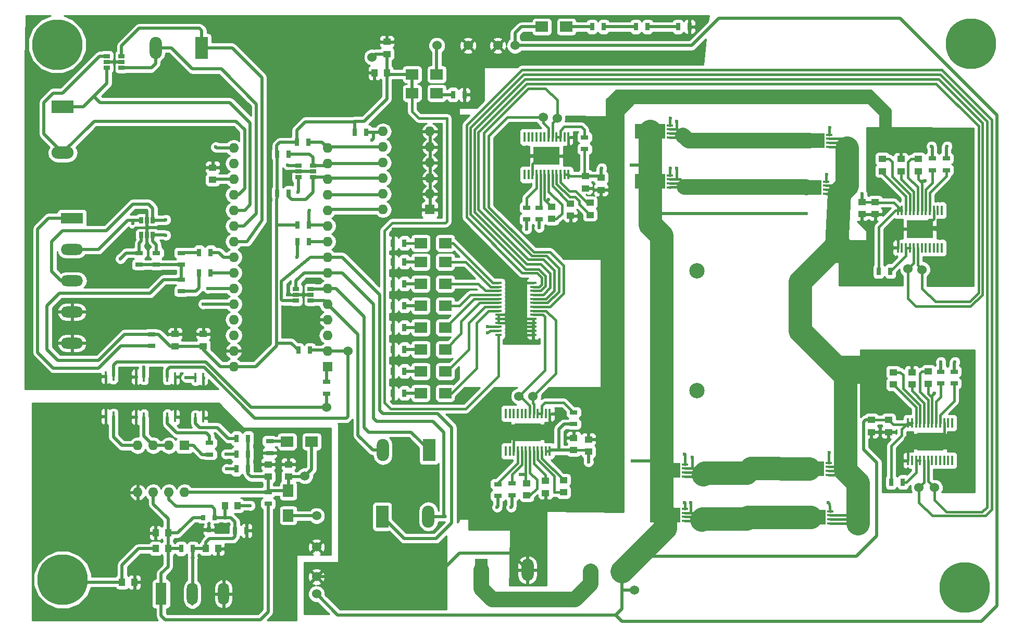
<source format=gtl>
G04 #@! TF.FileFunction,Copper,L1,Top,Signal*
%FSLAX46Y46*%
G04 Gerber Fmt 4.6, Leading zero omitted, Abs format (unit mm)*
G04 Created by KiCad (PCBNEW 4.0.7) date 04/26/18 12:10:44*
%MOMM*%
%LPD*%
G01*
G04 APERTURE LIST*
%ADD10C,0.100000*%
%ADD11R,2.000000X1.700000*%
%ADD12R,1.700000X2.000000*%
%ADD13R,1.600000X1.600000*%
%ADD14O,1.600000X1.600000*%
%ADD15R,0.800000X0.900000*%
%ADD16R,0.450000X1.650000*%
%ADD17R,4.320000X3.000000*%
%ADD18C,0.500000*%
%ADD19R,3.600000X1.800000*%
%ADD20O,3.600000X1.800000*%
%ADD21R,1.800000X3.600000*%
%ADD22O,1.800000X3.600000*%
%ADD23R,2.000000X3.600000*%
%ADD24O,2.000000X3.600000*%
%ADD25R,3.600000X2.000000*%
%ADD26O,3.600000X2.000000*%
%ADD27R,1.100000X0.400000*%
%ADD28R,1.250000X1.000000*%
%ADD29R,1.000000X1.250000*%
%ADD30C,2.500000*%
%ADD31R,0.700000X1.000000*%
%ADD32R,1.000000X0.700000*%
%ADD33C,1.400000*%
%ADD34O,1.400000X1.400000*%
%ADD35C,8.200000*%
%ADD36R,1.000000X0.450000*%
%ADD37R,5.000000X2.450000*%
%ADD38R,0.700000X1.300000*%
%ADD39R,1.300000X0.700000*%
%ADD40C,1.524000*%
%ADD41R,0.400000X1.500000*%
%ADD42C,0.600000*%
%ADD43C,0.508000*%
%ADD44C,0.400000*%
%ADD45C,3.810000*%
%ADD46C,2.540000*%
%ADD47C,0.250000*%
%ADD48C,0.254000*%
G04 APERTURE END LIST*
D10*
D11*
X76994000Y-49784000D03*
X80994000Y-49784000D03*
X100679000Y-14605000D03*
X96679000Y-14605000D03*
X76994000Y-52832000D03*
X80994000Y-52832000D03*
X76994000Y-59944000D03*
X80994000Y-59944000D03*
X55277000Y-82042000D03*
X59277000Y-82042000D03*
X75597000Y-22352000D03*
X79597000Y-22352000D03*
D12*
X55473600Y-90049600D03*
X55473600Y-94049600D03*
D13*
X38608000Y-82677000D03*
D14*
X30988000Y-90297000D03*
X36068000Y-82677000D03*
X33528000Y-90297000D03*
X33528000Y-82677000D03*
X36068000Y-90297000D03*
X30988000Y-82677000D03*
X38608000Y-90297000D03*
D11*
X79597000Y-25400000D03*
X75597000Y-25400000D03*
X76994000Y-56388000D03*
X80994000Y-56388000D03*
D15*
X43495000Y-94377000D03*
X41595000Y-94377000D03*
X42545000Y-96377000D03*
D16*
X154540000Y-50548000D03*
X155190000Y-50548000D03*
X155840000Y-50548000D03*
X156490000Y-50548000D03*
X157140000Y-50548000D03*
X157790000Y-50548000D03*
X158440000Y-50548000D03*
X159090000Y-50548000D03*
X159740000Y-50548000D03*
X160390000Y-50548000D03*
X161040000Y-50548000D03*
X161690000Y-50548000D03*
X161690000Y-44448000D03*
X161040000Y-44448000D03*
X160390000Y-44448000D03*
X159740000Y-44448000D03*
X159090000Y-44448000D03*
X158440000Y-44448000D03*
X157790000Y-44448000D03*
X157140000Y-44448000D03*
X156490000Y-44448000D03*
X155840000Y-44448000D03*
X155190000Y-44448000D03*
X154540000Y-44448000D03*
D17*
X158115000Y-47498000D03*
D18*
X156972000Y-46355000D03*
X159258000Y-46355000D03*
X159258000Y-48641000D03*
X156972000Y-48641000D03*
X156972000Y-47498000D03*
X157734000Y-48641000D03*
X157734000Y-47498000D03*
X157734000Y-46355000D03*
X158496000Y-46355000D03*
X158496000Y-47498000D03*
X158496000Y-48641000D03*
X159258000Y-47498000D03*
D16*
X101014500Y-32554500D03*
X100364500Y-32554500D03*
X99714500Y-32554500D03*
X99064500Y-32554500D03*
X98414500Y-32554500D03*
X97764500Y-32554500D03*
X97114500Y-32554500D03*
X96464500Y-32554500D03*
X95814500Y-32554500D03*
X95164500Y-32554500D03*
X94514500Y-32554500D03*
X93864500Y-32554500D03*
X93864500Y-38654500D03*
X94514500Y-38654500D03*
X95164500Y-38654500D03*
X95814500Y-38654500D03*
X96464500Y-38654500D03*
X97114500Y-38654500D03*
X97764500Y-38654500D03*
X98414500Y-38654500D03*
X99064500Y-38654500D03*
X99714500Y-38654500D03*
X100364500Y-38654500D03*
X101014500Y-38654500D03*
D17*
X97439500Y-35604500D03*
D18*
X98582500Y-36747500D03*
X96296500Y-36747500D03*
X96296500Y-34461500D03*
X98582500Y-34461500D03*
X98582500Y-35604500D03*
X97820500Y-34461500D03*
X97820500Y-35604500D03*
X97820500Y-36747500D03*
X97058500Y-36747500D03*
X97058500Y-35604500D03*
X97058500Y-34461500D03*
X96296500Y-35604500D03*
D16*
X156224000Y-85111000D03*
X156874000Y-85111000D03*
X157524000Y-85111000D03*
X158174000Y-85111000D03*
X158824000Y-85111000D03*
X159474000Y-85111000D03*
X160124000Y-85111000D03*
X160774000Y-85111000D03*
X161424000Y-85111000D03*
X162074000Y-85111000D03*
X162724000Y-85111000D03*
X163374000Y-85111000D03*
X163374000Y-79011000D03*
X162724000Y-79011000D03*
X162074000Y-79011000D03*
X161424000Y-79011000D03*
X160774000Y-79011000D03*
X160124000Y-79011000D03*
X159474000Y-79011000D03*
X158824000Y-79011000D03*
X158174000Y-79011000D03*
X157524000Y-79011000D03*
X156874000Y-79011000D03*
X156224000Y-79011000D03*
D17*
X159799000Y-82061000D03*
D18*
X158656000Y-80918000D03*
X160942000Y-80918000D03*
X160942000Y-83204000D03*
X158656000Y-83204000D03*
X158656000Y-82061000D03*
X159418000Y-83204000D03*
X159418000Y-82061000D03*
X159418000Y-80918000D03*
X160180000Y-80918000D03*
X160180000Y-82061000D03*
X160180000Y-83204000D03*
X160942000Y-82061000D03*
D16*
X97969000Y-77487000D03*
X97319000Y-77487000D03*
X96669000Y-77487000D03*
X96019000Y-77487000D03*
X95369000Y-77487000D03*
X94719000Y-77487000D03*
X94069000Y-77487000D03*
X93419000Y-77487000D03*
X92769000Y-77487000D03*
X92119000Y-77487000D03*
X91469000Y-77487000D03*
X90819000Y-77487000D03*
X90819000Y-83587000D03*
X91469000Y-83587000D03*
X92119000Y-83587000D03*
X92769000Y-83587000D03*
X93419000Y-83587000D03*
X94069000Y-83587000D03*
X94719000Y-83587000D03*
X95369000Y-83587000D03*
X96019000Y-83587000D03*
X96669000Y-83587000D03*
X97319000Y-83587000D03*
X97969000Y-83587000D03*
D17*
X94394000Y-80537000D03*
D18*
X95537000Y-81680000D03*
X93251000Y-81680000D03*
X93251000Y-79394000D03*
X95537000Y-79394000D03*
X95537000Y-80537000D03*
X94775000Y-79394000D03*
X94775000Y-80537000D03*
X94775000Y-81680000D03*
X94013000Y-81680000D03*
X94013000Y-80537000D03*
X94013000Y-79394000D03*
X93251000Y-80537000D03*
D19*
X20320000Y-45720000D03*
D20*
X20320000Y-50800000D03*
X20320000Y-55880000D03*
X20320000Y-60960000D03*
X20320000Y-66040000D03*
D21*
X34798000Y-106807000D03*
D22*
X39878000Y-106807000D03*
X44958000Y-106807000D03*
D23*
X86842600Y-102920800D03*
D24*
X94342600Y-102920800D03*
D25*
X126746000Y-40640000D03*
D26*
X126746000Y-33140000D03*
D25*
X18800000Y-27600000D03*
D26*
X18800000Y-35100000D03*
D23*
X41402000Y-18034000D03*
D24*
X33902000Y-18034000D03*
D25*
X129921000Y-94615000D03*
D26*
X129921000Y-87115000D03*
D27*
X95306000Y-64677000D03*
X95306000Y-64027000D03*
X95306000Y-63377000D03*
X95306000Y-62727000D03*
X95306000Y-62077000D03*
X95306000Y-61427000D03*
X95306000Y-60777000D03*
X95306000Y-60127000D03*
X95306000Y-59477000D03*
X95306000Y-58827000D03*
X95306000Y-58177000D03*
X95306000Y-57527000D03*
X95306000Y-56877000D03*
X95306000Y-56227000D03*
X89606000Y-56227000D03*
X89606000Y-56877000D03*
X89606000Y-57527000D03*
X89606000Y-58177000D03*
X89606000Y-58827000D03*
X89606000Y-59477000D03*
X89606000Y-60127000D03*
X89606000Y-60777000D03*
X89606000Y-61427000D03*
X89606000Y-62077000D03*
X89606000Y-62727000D03*
X89606000Y-63377000D03*
X89606000Y-64027000D03*
X89606000Y-64677000D03*
D28*
X37084000Y-66532000D03*
X37084000Y-64532000D03*
X43180000Y-39481000D03*
X43180000Y-37481000D03*
X155067000Y-38084000D03*
X155067000Y-36084000D03*
X148717000Y-43069000D03*
X148717000Y-45069000D03*
X150876000Y-43069000D03*
X150876000Y-45069000D03*
X71501000Y-19034000D03*
X71501000Y-17034000D03*
X157861000Y-38084000D03*
X157861000Y-36084000D03*
D29*
X71485000Y-22098000D03*
X69485000Y-22098000D03*
D28*
X152019000Y-36084000D03*
X152019000Y-38084000D03*
D30*
X138631000Y-64008000D03*
X116131000Y-64008000D03*
X121881000Y-73758000D03*
X121881000Y-54258000D03*
D28*
X101346000Y-43323000D03*
X101346000Y-45323000D03*
X103759000Y-38878000D03*
X103759000Y-40878000D03*
X106299000Y-39132000D03*
X106299000Y-41132000D03*
X98298000Y-43831000D03*
X98298000Y-45831000D03*
X104521000Y-45196000D03*
X104521000Y-43196000D03*
X156845000Y-72755000D03*
X156845000Y-70755000D03*
X150241000Y-78502000D03*
X150241000Y-80502000D03*
X153035000Y-78502000D03*
X153035000Y-80502000D03*
X159512000Y-72628000D03*
X159512000Y-70628000D03*
X153797000Y-70755000D03*
X153797000Y-72755000D03*
X52197000Y-87741000D03*
X52197000Y-85741000D03*
X55499000Y-87741000D03*
X55499000Y-85741000D03*
D29*
X42053000Y-99441000D03*
X44053000Y-99441000D03*
D28*
X97282000Y-88408000D03*
X97282000Y-90408000D03*
X104267000Y-83677000D03*
X104267000Y-81677000D03*
D29*
X35925000Y-96901000D03*
X33925000Y-96901000D03*
D28*
X101854000Y-83423000D03*
X101854000Y-81423000D03*
D29*
X45228000Y-92456000D03*
X47228000Y-92456000D03*
D28*
X94234000Y-88789000D03*
X94234000Y-90789000D03*
D29*
X35925000Y-99441000D03*
X33925000Y-99441000D03*
X30464000Y-104902000D03*
X28464000Y-104902000D03*
D28*
X100203000Y-90281000D03*
X100203000Y-88281000D03*
X41656000Y-66532000D03*
X41656000Y-64532000D03*
D31*
X33462000Y-46044000D03*
X32512000Y-46044000D03*
X31562000Y-46044000D03*
X31562000Y-48444000D03*
X32512000Y-48444000D03*
X33462000Y-48444000D03*
D32*
X28378000Y-21270000D03*
X28378000Y-20320000D03*
X28378000Y-19370000D03*
X25978000Y-19370000D03*
X25978000Y-20320000D03*
X25978000Y-21270000D03*
D11*
X76994000Y-74168000D03*
X80994000Y-74168000D03*
X76994000Y-70612000D03*
X80994000Y-70612000D03*
X76994000Y-67056000D03*
X80994000Y-67056000D03*
X76994000Y-63500000D03*
X80994000Y-63500000D03*
D32*
X56712000Y-57216000D03*
X56712000Y-58166000D03*
X56712000Y-59116000D03*
X59112000Y-59116000D03*
X59112000Y-58166000D03*
X59112000Y-57216000D03*
X59493000Y-39050000D03*
X59493000Y-38100000D03*
X59493000Y-37150000D03*
X57093000Y-37150000D03*
X57093000Y-38100000D03*
X57093000Y-39050000D03*
D33*
X109728000Y-103124000D03*
D34*
X104648000Y-103124000D03*
D35*
X165400000Y-105800000D03*
X17900000Y-17500000D03*
X166471600Y-17399000D03*
X18800000Y-104500000D03*
D23*
X78359000Y-83439000D03*
D24*
X70859000Y-83439000D03*
D23*
X70739000Y-94234000D03*
D24*
X78239000Y-94234000D03*
D36*
X142927000Y-40418000D03*
X142927000Y-39768000D03*
X142927000Y-41078000D03*
X142927000Y-41738000D03*
D37*
X139697000Y-40748000D03*
D36*
X117527000Y-39402000D03*
X117527000Y-38752000D03*
X117527000Y-40062000D03*
X117527000Y-40722000D03*
D37*
X114297000Y-39732000D03*
D36*
X143435000Y-32798000D03*
X143435000Y-32148000D03*
X143435000Y-33458000D03*
X143435000Y-34118000D03*
D37*
X140205000Y-33128000D03*
D36*
X117527000Y-31274000D03*
X117527000Y-30624000D03*
X117527000Y-31934000D03*
X117527000Y-32594000D03*
D37*
X114297000Y-31604000D03*
D36*
X143308000Y-86138000D03*
X143308000Y-85488000D03*
X143308000Y-86798000D03*
X143308000Y-87458000D03*
D37*
X140078000Y-86468000D03*
D36*
X119940000Y-86392000D03*
X119940000Y-85742000D03*
X119940000Y-87052000D03*
X119940000Y-87712000D03*
D37*
X116710000Y-86722000D03*
D36*
X143562000Y-94012000D03*
X143562000Y-93362000D03*
X143562000Y-94672000D03*
X143562000Y-95332000D03*
D37*
X140332000Y-94342000D03*
D36*
X119940000Y-93631000D03*
X119940000Y-92981000D03*
X119940000Y-94291000D03*
X119940000Y-94951000D03*
D37*
X116710000Y-93961000D03*
D38*
X74356000Y-49784000D03*
X72456000Y-49784000D03*
D39*
X162433000Y-36007000D03*
X162433000Y-37907000D03*
X160147000Y-36007000D03*
X160147000Y-37907000D03*
D38*
X151450000Y-54356000D03*
X153350000Y-54356000D03*
X82235000Y-25654000D03*
X84135000Y-25654000D03*
X74356000Y-52832000D03*
X72456000Y-52832000D03*
X104841000Y-14605000D03*
X106741000Y-14605000D03*
X111953000Y-14605000D03*
X113853000Y-14605000D03*
X118811000Y-14605000D03*
X120711000Y-14605000D03*
D39*
X94234000Y-45908000D03*
X94234000Y-44008000D03*
X96266000Y-45908000D03*
X96266000Y-44008000D03*
X103632000Y-34478000D03*
X103632000Y-32578000D03*
X33274000Y-66482000D03*
X33274000Y-64582000D03*
X31242000Y-51374000D03*
X31242000Y-53274000D03*
X34036000Y-51374000D03*
X34036000Y-53274000D03*
D38*
X74356000Y-56388000D03*
X72456000Y-56388000D03*
D39*
X163703000Y-70678000D03*
X163703000Y-72578000D03*
D38*
X57089000Y-67183000D03*
X58989000Y-67183000D03*
X58862000Y-49530000D03*
X56962000Y-49530000D03*
D39*
X61722000Y-72329000D03*
X61722000Y-74229000D03*
D38*
X56962000Y-46863000D03*
X58862000Y-46863000D03*
D39*
X161544000Y-70678000D03*
X161544000Y-72578000D03*
D38*
X74356000Y-74168000D03*
X72456000Y-74168000D03*
X153482000Y-88646000D03*
X155382000Y-88646000D03*
X74356000Y-70612000D03*
X72456000Y-70612000D03*
X48956000Y-81534000D03*
X47056000Y-81534000D03*
D39*
X42672000Y-82235000D03*
X42672000Y-84135000D03*
D38*
X48956000Y-86487000D03*
X47056000Y-86487000D03*
X48956000Y-84074000D03*
X47056000Y-84074000D03*
X74356000Y-59944000D03*
X72456000Y-59944000D03*
D39*
X52451000Y-81981000D03*
X52451000Y-83881000D03*
D38*
X38039000Y-99441000D03*
X39939000Y-99441000D03*
D39*
X38100000Y-55692000D03*
X38100000Y-57592000D03*
D38*
X40960000Y-54610000D03*
X42860000Y-54610000D03*
D39*
X52197000Y-90236000D03*
X52197000Y-92136000D03*
D38*
X46802000Y-96520000D03*
X48702000Y-96520000D03*
D39*
X38100000Y-53274000D03*
X38100000Y-51374000D03*
D38*
X40960000Y-51308000D03*
X42860000Y-51308000D03*
D39*
X89535000Y-90866000D03*
X89535000Y-88966000D03*
X91821000Y-90739000D03*
X91821000Y-88839000D03*
X101854000Y-79182000D03*
X101854000Y-77282000D03*
D38*
X74356000Y-67056000D03*
X72456000Y-67056000D03*
X74356000Y-63500000D03*
X72456000Y-63500000D03*
X55560000Y-41656000D03*
X53660000Y-41656000D03*
X55560000Y-35306000D03*
X53660000Y-35306000D03*
X58735000Y-33401000D03*
X56835000Y-33401000D03*
X68133000Y-31750000D03*
X66233000Y-31750000D03*
D13*
X78486000Y-44323000D03*
D14*
X70866000Y-31623000D03*
X78486000Y-41783000D03*
X70866000Y-34163000D03*
X78486000Y-39243000D03*
X70866000Y-36703000D03*
X78486000Y-36703000D03*
X70866000Y-39243000D03*
X78486000Y-34163000D03*
X70866000Y-41783000D03*
X78486000Y-31623000D03*
X70866000Y-44323000D03*
D40*
X111760000Y-106172000D03*
X69088000Y-19558000D03*
X92964000Y-74676000D03*
X95250000Y-74676000D03*
X96901000Y-29337000D03*
X99187000Y-29464000D03*
X158496000Y-54102000D03*
X156210000Y-53975000D03*
X160528000Y-89535000D03*
X157988000Y-89535000D03*
X65151000Y-67310000D03*
X61722000Y-76454000D03*
X58166000Y-87630000D03*
X92329000Y-17653000D03*
X89535000Y-17653000D03*
X84709000Y-17653000D03*
X79629000Y-17653000D03*
D13*
X61849000Y-69850000D03*
D14*
X46609000Y-36830000D03*
X61849000Y-67310000D03*
X46609000Y-39370000D03*
X61849000Y-64770000D03*
X46609000Y-41910000D03*
X61849000Y-62230000D03*
X46609000Y-44450000D03*
X61849000Y-59690000D03*
X46609000Y-46990000D03*
X61849000Y-57150000D03*
X46609000Y-49530000D03*
X61849000Y-54610000D03*
X46609000Y-52070000D03*
X61849000Y-52070000D03*
X46609000Y-54610000D03*
X61849000Y-49530000D03*
X46609000Y-57150000D03*
X61849000Y-46990000D03*
X46609000Y-59690000D03*
X61849000Y-44450000D03*
X46609000Y-62230000D03*
X61849000Y-41910000D03*
X46609000Y-64770000D03*
X61849000Y-39370000D03*
X46609000Y-67310000D03*
X61849000Y-36830000D03*
X46609000Y-69850000D03*
X61849000Y-34290000D03*
X46609000Y-34290000D03*
D40*
X60071000Y-106807000D03*
X60071000Y-104013000D03*
X60071000Y-99187000D03*
X60071000Y-94107000D03*
D41*
X40386000Y-78205000D03*
X41656000Y-78205000D03*
X41656000Y-71655000D03*
X40386000Y-71655000D03*
X35814000Y-78078000D03*
X37084000Y-78078000D03*
X37084000Y-71528000D03*
X35814000Y-71528000D03*
X32004000Y-71528000D03*
X30734000Y-71528000D03*
X30734000Y-78078000D03*
X32004000Y-78078000D03*
X27051000Y-71401000D03*
X25781000Y-71401000D03*
X25781000Y-77951000D03*
X27051000Y-77951000D03*
D42*
X49276000Y-92456000D03*
X104267000Y-85344000D03*
X111379000Y-85217000D03*
X148717000Y-41783000D03*
X139700000Y-44958000D03*
X106426000Y-37592000D03*
X111252000Y-37084000D03*
X118618000Y-37592000D03*
X159004000Y-39624000D03*
X118618000Y-29972000D03*
X97790000Y-42672000D03*
X160528000Y-74168000D03*
X121158000Y-84582000D03*
X39878000Y-96266000D03*
X120904000Y-91948000D03*
X93218000Y-87376000D03*
X143002000Y-38608000D03*
X162560000Y-34036000D03*
X117602000Y-37592000D03*
X160020000Y-34036000D03*
X94234000Y-47498000D03*
X143510000Y-30988000D03*
X117602000Y-29464000D03*
X96266000Y-47244000D03*
X163830000Y-69088000D03*
X143383000Y-83820000D03*
X56896000Y-52070000D03*
X32004000Y-69977000D03*
X38862000Y-71628000D03*
X58928000Y-44450000D03*
X161544000Y-69088000D03*
X119888000Y-84074000D03*
X45466000Y-86487000D03*
X45339000Y-84074000D03*
X143256000Y-91948000D03*
X89408000Y-92710000D03*
X119888000Y-91948000D03*
X91694000Y-92710000D03*
X30226000Y-46609000D03*
X42418000Y-57150000D03*
X35560000Y-45974000D03*
X41656000Y-59690000D03*
X166116000Y-82042000D03*
X156464000Y-82042000D03*
X161544000Y-47244000D03*
X154686000Y-47752000D03*
X93218000Y-35560000D03*
X101346000Y-35560000D03*
X91186000Y-80518000D03*
X97263000Y-80537000D03*
X25781000Y-52070000D03*
X152273000Y-82169000D03*
X72517000Y-47498000D03*
X41275000Y-37465000D03*
X43180000Y-35814000D03*
X55372000Y-58166000D03*
X54864000Y-38608000D03*
X87884000Y-63373000D03*
X87884000Y-64389000D03*
X28194000Y-52324000D03*
X35560000Y-48514000D03*
X55372000Y-37084000D03*
X69088000Y-33020000D03*
X57023000Y-41529000D03*
X43688000Y-34163000D03*
D43*
X47228000Y-92456000D02*
X49276000Y-92456000D01*
X28464000Y-104902000D02*
X19202000Y-104902000D01*
X19202000Y-104902000D02*
X18800000Y-104500000D01*
X28464000Y-104902000D02*
X28464000Y-102092000D01*
X31115000Y-99441000D02*
X33925000Y-99441000D01*
X28464000Y-102092000D02*
X31115000Y-99441000D01*
X46609000Y-39370000D02*
X43291000Y-39370000D01*
X43291000Y-39370000D02*
X43180000Y-39481000D01*
D44*
X157140000Y-44448000D02*
X157140000Y-41443000D01*
X155067000Y-39370000D02*
X155067000Y-38084000D01*
X157140000Y-41443000D02*
X155067000Y-39370000D01*
D43*
X99441000Y-83423000D02*
X98133000Y-83423000D01*
X98133000Y-83423000D02*
X97969000Y-83587000D01*
X101854000Y-79182000D02*
X100269000Y-79182000D01*
X99441000Y-80010000D02*
X99441000Y-83423000D01*
X100269000Y-79182000D02*
X99441000Y-80010000D01*
X99441000Y-83423000D02*
X101854000Y-83423000D01*
X103759000Y-38878000D02*
X106045000Y-38878000D01*
X106045000Y-38878000D02*
X106299000Y-39132000D01*
X104267000Y-83677000D02*
X104267000Y-85344000D01*
X111379000Y-85217000D02*
X116131000Y-85217000D01*
X112141000Y-100711000D02*
X147828000Y-100711000D01*
X149336000Y-78502000D02*
X148971000Y-78867000D01*
X148971000Y-78867000D02*
X148971000Y-83312000D01*
X149336000Y-78502000D02*
X150241000Y-78502000D01*
X151130000Y-85471000D02*
X148971000Y-83312000D01*
X151130000Y-97409000D02*
X151130000Y-85471000D01*
X147828000Y-100711000D02*
X151130000Y-97409000D01*
X148717000Y-43069000D02*
X148717000Y-41783000D01*
X139700000Y-44958000D02*
X114297000Y-44958000D01*
X106299000Y-37719000D02*
X106426000Y-37592000D01*
X106299000Y-39132000D02*
X106299000Y-37719000D01*
X111252000Y-37084000D02*
X114297000Y-37084000D01*
X108712000Y-110236000D02*
X109728000Y-111252000D01*
X121031000Y-17653000D02*
X92329000Y-17653000D01*
X125476000Y-13208000D02*
X121031000Y-17653000D01*
X154940000Y-13208000D02*
X125476000Y-13208000D01*
X170688000Y-28956000D02*
X154940000Y-13208000D01*
X170688000Y-108712000D02*
X170688000Y-28956000D01*
X168148000Y-111252000D02*
X170688000Y-108712000D01*
X116332000Y-111252000D02*
X168148000Y-111252000D01*
X109728000Y-111252000D02*
X116332000Y-111252000D01*
X109728000Y-106172000D02*
X111760000Y-106172000D01*
X109728000Y-103124000D02*
X109728000Y-106172000D01*
X109728000Y-106172000D02*
X109728000Y-109220000D01*
X63500000Y-110236000D02*
X60071000Y-106807000D01*
X108712000Y-110236000D02*
X63500000Y-110236000D01*
X109728000Y-109220000D02*
X108712000Y-110236000D01*
D45*
X116710000Y-93961000D02*
X116710000Y-96142000D01*
X116710000Y-96142000D02*
X112141000Y-100711000D01*
X112141000Y-100711000D02*
X109728000Y-103124000D01*
X116131000Y-64008000D02*
X116131000Y-85217000D01*
X116131000Y-85217000D02*
X116131000Y-83693000D01*
X116131000Y-83693000D02*
X116131000Y-93382000D01*
X116131000Y-93382000D02*
X116710000Y-93961000D01*
X116131000Y-64008000D02*
X116131000Y-48567000D01*
X116131000Y-48567000D02*
X114297000Y-46733000D01*
X114297000Y-46733000D02*
X114297000Y-44958000D01*
X114297000Y-44958000D02*
X114297000Y-39732000D01*
X114297000Y-31604000D02*
X114297000Y-37084000D01*
X114297000Y-37084000D02*
X114297000Y-39732000D01*
D44*
X103632000Y-34478000D02*
X103632000Y-38751000D01*
X103632000Y-38751000D02*
X103759000Y-38878000D01*
X100364500Y-38654500D02*
X101014500Y-38654500D01*
X101014500Y-38654500D02*
X101238000Y-38878000D01*
X101238000Y-38878000D02*
X106045000Y-38878000D01*
X106045000Y-38878000D02*
X106299000Y-39132000D01*
X97319000Y-83587000D02*
X97969000Y-83587000D01*
X97969000Y-83587000D02*
X98133000Y-83423000D01*
X99441000Y-83423000D02*
X104013000Y-83423000D01*
X104013000Y-83423000D02*
X104267000Y-83677000D01*
X109855000Y-103251000D02*
X109728000Y-103124000D01*
X150241000Y-78502000D02*
X153035000Y-78502000D01*
X153035000Y-78502000D02*
X153781000Y-79248000D01*
X153781000Y-79248000D02*
X156637000Y-79248000D01*
X156637000Y-79248000D02*
X156874000Y-79011000D01*
X153482000Y-88646000D02*
X153482000Y-82738000D01*
X155194000Y-80041000D02*
X156224000Y-79011000D01*
X155194000Y-81026000D02*
X155194000Y-80041000D01*
X153482000Y-82738000D02*
X155194000Y-81026000D01*
X156224000Y-79011000D02*
X156874000Y-79011000D01*
X148717000Y-43069000D02*
X150876000Y-43069000D01*
X150876000Y-43069000D02*
X150987000Y-43180000D01*
X150987000Y-43180000D02*
X153922000Y-43180000D01*
X153922000Y-43180000D02*
X155190000Y-44448000D01*
X151450000Y-54356000D02*
X151450000Y-47178000D01*
X154180000Y-44448000D02*
X155190000Y-44448000D01*
X151450000Y-47178000D02*
X154180000Y-44448000D01*
D43*
X92329000Y-17653000D02*
X92329000Y-15621000D01*
X92329000Y-15621000D02*
X93345000Y-14605000D01*
X93345000Y-14605000D02*
X96679000Y-14605000D01*
X53660000Y-41656000D02*
X53660000Y-35306000D01*
X53660000Y-35306000D02*
X53594000Y-35240000D01*
X53594000Y-35240000D02*
X53594000Y-33909000D01*
X53594000Y-33909000D02*
X54102000Y-33401000D01*
X54102000Y-33401000D02*
X56835000Y-33401000D01*
D44*
X71120000Y-48768000D02*
X71120000Y-47752000D01*
X75597000Y-28353000D02*
X76708000Y-29464000D01*
X76708000Y-29464000D02*
X79756000Y-29464000D01*
X79756000Y-29464000D02*
X81280000Y-29464000D01*
X81280000Y-29464000D02*
X81280000Y-45720000D01*
X71120000Y-48768000D02*
X71120000Y-75692000D01*
X71120000Y-75692000D02*
X72136000Y-76708000D01*
X72136000Y-76708000D02*
X84328000Y-76708000D01*
X84328000Y-76708000D02*
X89606000Y-71430000D01*
X89606000Y-64677000D02*
X89606000Y-71430000D01*
X75597000Y-28353000D02*
X75597000Y-25400000D01*
X81280000Y-46228000D02*
X81280000Y-45720000D01*
X81026000Y-46482000D02*
X81280000Y-46228000D01*
X72390000Y-46482000D02*
X81026000Y-46482000D01*
X71120000Y-47752000D02*
X72390000Y-46482000D01*
D43*
X66233000Y-30038000D02*
X66233000Y-31750000D01*
X31242000Y-53274000D02*
X34036000Y-53274000D01*
X34036000Y-53274000D02*
X38100000Y-53274000D01*
X33274000Y-64582000D02*
X28890000Y-64582000D01*
X35240000Y-55692000D02*
X38100000Y-55692000D01*
X33020000Y-57912000D02*
X35240000Y-55692000D01*
X18288000Y-57912000D02*
X33020000Y-57912000D01*
X16256000Y-59944000D02*
X18288000Y-57912000D01*
X16256000Y-67056000D02*
X16256000Y-59944000D01*
X18034000Y-68834000D02*
X16256000Y-67056000D01*
X24638000Y-68834000D02*
X18034000Y-68834000D01*
X28890000Y-64582000D02*
X24638000Y-68834000D01*
X33274000Y-64582000D02*
X34356000Y-64582000D01*
X36306000Y-66532000D02*
X37084000Y-66532000D01*
X34356000Y-64582000D02*
X36306000Y-66532000D01*
X41656000Y-66532000D02*
X37084000Y-66532000D01*
X37084000Y-66532000D02*
X37034000Y-66482000D01*
X38100000Y-53274000D02*
X38100000Y-55692000D01*
X33224000Y-64532000D02*
X33274000Y-64582000D01*
X41640000Y-66548000D02*
X41656000Y-66532000D01*
X46609000Y-69850000D02*
X44450000Y-69850000D01*
X41656000Y-67056000D02*
X41656000Y-66532000D01*
X44450000Y-69850000D02*
X41656000Y-67056000D01*
X56835000Y-33401000D02*
X56835000Y-31430000D01*
X58227000Y-30038000D02*
X66233000Y-30038000D01*
X56835000Y-31430000D02*
X58227000Y-30038000D01*
X71485000Y-22098000D02*
X71485000Y-26305000D01*
X71485000Y-26305000D02*
X67818000Y-29972000D01*
X67818000Y-29972000D02*
X66167000Y-29972000D01*
X66167000Y-29972000D02*
X66233000Y-30038000D01*
X71501000Y-19034000D02*
X69612000Y-19034000D01*
X69612000Y-19034000D02*
X69088000Y-19558000D01*
X71501000Y-19034000D02*
X71501000Y-22082000D01*
X71501000Y-22082000D02*
X71485000Y-22098000D01*
X75597000Y-22352000D02*
X71739000Y-22352000D01*
X71739000Y-22352000D02*
X71485000Y-22098000D01*
X75597000Y-22352000D02*
X75597000Y-25400000D01*
X37129000Y-66487000D02*
X37084000Y-66532000D01*
X33224000Y-64532000D02*
X33258000Y-64498000D01*
X41656000Y-66532000D02*
X41656000Y-66802000D01*
X56962000Y-46863000D02*
X53533000Y-46863000D01*
X53533000Y-46863000D02*
X53594000Y-46863000D01*
X53594000Y-46863000D02*
X53533000Y-46863000D01*
X53533000Y-66040000D02*
X55946000Y-66040000D01*
X55946000Y-66040000D02*
X57089000Y-67183000D01*
X46609000Y-69850000D02*
X50165000Y-69850000D01*
X53533000Y-66482000D02*
X53533000Y-66040000D01*
X53533000Y-66040000D02*
X53533000Y-63627000D01*
X50165000Y-69850000D02*
X53533000Y-66482000D01*
X53533000Y-43434000D02*
X53533000Y-46863000D01*
X53533000Y-46863000D02*
X53533000Y-63627000D01*
X53660000Y-41656000D02*
X53533000Y-43434000D01*
D44*
X118618000Y-39402000D02*
X118618000Y-37592000D01*
D43*
X158940500Y-39687500D02*
X159004000Y-39624000D01*
X158940500Y-39687500D02*
X158178500Y-39687500D01*
D44*
X120142000Y-40640000D02*
X117609000Y-40640000D01*
X117609000Y-40640000D02*
X117527000Y-40722000D01*
X119888000Y-40640000D02*
X120396000Y-40640000D01*
D46*
X120396000Y-40640000D02*
X119888000Y-40640000D01*
D44*
X120396000Y-40640000D02*
X120142000Y-40640000D01*
X120142000Y-40640000D02*
X120142000Y-40386000D01*
X117527000Y-40062000D02*
X119818000Y-40062000D01*
X119634000Y-40132000D02*
X119634000Y-39878000D01*
X119748000Y-40132000D02*
X119634000Y-40132000D01*
X119818000Y-40062000D02*
X119748000Y-40132000D01*
X117527000Y-39402000D02*
X118618000Y-39402000D01*
X118618000Y-39402000D02*
X119158000Y-39402000D01*
X119158000Y-39402000D02*
X119634000Y-39878000D01*
X119634000Y-39878000D02*
X120142000Y-40386000D01*
X120142000Y-40386000D02*
X120396000Y-40640000D01*
D46*
X126746000Y-40640000D02*
X120396000Y-40640000D01*
X126746000Y-40640000D02*
X139589000Y-40640000D01*
X139589000Y-40640000D02*
X139697000Y-40748000D01*
D44*
X117527000Y-40722000D02*
X117609000Y-40640000D01*
X139589000Y-40640000D02*
X139697000Y-40748000D01*
X158440000Y-44448000D02*
X158440000Y-39949000D01*
X158440000Y-39949000D02*
X158178500Y-39687500D01*
X157861000Y-39370000D02*
X157861000Y-38084000D01*
X158178500Y-39687500D02*
X157861000Y-39370000D01*
X157790000Y-44448000D02*
X157790000Y-40696000D01*
X156702000Y-36084000D02*
X157861000Y-36084000D01*
X156210000Y-36576000D02*
X156702000Y-36084000D01*
X156210000Y-39116000D02*
X156210000Y-36576000D01*
X157790000Y-40696000D02*
X156210000Y-39116000D01*
X99064500Y-38654500D02*
X99064500Y-40136500D01*
X102743000Y-43418000D02*
X104521000Y-45196000D01*
X102743000Y-42926000D02*
X102743000Y-43418000D01*
X102108000Y-42291000D02*
X102743000Y-42926000D01*
X101219000Y-42291000D02*
X102108000Y-42291000D01*
X99064500Y-40136500D02*
X101219000Y-42291000D01*
X118618000Y-31274000D02*
X118618000Y-29972000D01*
D43*
X97790000Y-42672000D02*
X97464500Y-42997500D01*
D44*
X117527000Y-31274000D02*
X118618000Y-31274000D01*
X118618000Y-31274000D02*
X118650000Y-31274000D01*
X119634000Y-31496000D02*
X119634000Y-32258000D01*
X118872000Y-31496000D02*
X119634000Y-31496000D01*
X118650000Y-31274000D02*
X118872000Y-31496000D01*
X117527000Y-31934000D02*
X119564000Y-31934000D01*
X119634000Y-32004000D02*
X119634000Y-32258000D01*
X119564000Y-31934000D02*
X119634000Y-32004000D01*
X117527000Y-32594000D02*
X119970000Y-32594000D01*
D46*
X120516000Y-33140000D02*
X119634000Y-32258000D01*
X119634000Y-32258000D02*
X119634000Y-32258000D01*
X119634000Y-32258000D02*
X119888000Y-32512000D01*
X120516000Y-33140000D02*
X126746000Y-33140000D01*
D44*
X119970000Y-32594000D02*
X119888000Y-32512000D01*
D46*
X126746000Y-33140000D02*
X140193000Y-33140000D01*
X140193000Y-33140000D02*
X140205000Y-33128000D01*
D44*
X97114500Y-38654500D02*
X97114500Y-42647500D01*
X97114500Y-42647500D02*
X97464500Y-42997500D01*
X97464500Y-42997500D02*
X98298000Y-43831000D01*
X140193000Y-33140000D02*
X140205000Y-33128000D01*
X159474000Y-79011000D02*
X159474000Y-75273000D01*
X158480000Y-70628000D02*
X159512000Y-70628000D01*
X158115000Y-70993000D02*
X158480000Y-70628000D01*
X158115000Y-73914000D02*
X158115000Y-70993000D01*
X159474000Y-75273000D02*
X158115000Y-73914000D01*
X158174000Y-79011000D02*
X158174000Y-76132000D01*
X154956000Y-70755000D02*
X153797000Y-70755000D01*
X155448000Y-71247000D02*
X154956000Y-70755000D01*
X155448000Y-73406000D02*
X155448000Y-71247000D01*
X158174000Y-76132000D02*
X155448000Y-73406000D01*
D43*
X159956500Y-74739500D02*
X160528000Y-74168000D01*
D44*
X121158000Y-84582000D02*
X121158000Y-86392000D01*
D45*
X129921000Y-87115000D02*
X123197000Y-87115000D01*
X123197000Y-87115000D02*
X122936000Y-87376000D01*
X140078000Y-86468000D02*
X130695000Y-86341000D01*
X130695000Y-86341000D02*
X129921000Y-87115000D01*
D44*
X119940000Y-87712000D02*
X121584000Y-87712000D01*
X121584000Y-87712000D02*
X121666000Y-87630000D01*
X119940000Y-87052000D02*
X121850000Y-87052000D01*
X121850000Y-87052000D02*
X121920000Y-87122000D01*
X119940000Y-86392000D02*
X121158000Y-86392000D01*
X121158000Y-86392000D02*
X121888000Y-86392000D01*
X121888000Y-86392000D02*
X121920000Y-86360000D01*
X139050000Y-87496000D02*
X140078000Y-86468000D01*
X160124000Y-79011000D02*
X160124000Y-74907000D01*
X160124000Y-74907000D02*
X159956500Y-74739500D01*
X159512000Y-74295000D02*
X159512000Y-72628000D01*
X159956500Y-74739500D02*
X159512000Y-74295000D01*
X95369000Y-83587000D02*
X95369000Y-85590000D01*
X97282000Y-87503000D02*
X97282000Y-88408000D01*
X95369000Y-85590000D02*
X97282000Y-87503000D01*
D43*
X38608000Y-90297000D02*
X52136000Y-90297000D01*
X52136000Y-90297000D02*
X52197000Y-90236000D01*
X55473600Y-90049600D02*
X52383400Y-90049600D01*
X52383400Y-90049600D02*
X52197000Y-90236000D01*
X48956000Y-81534000D02*
X48956000Y-84074000D01*
X48956000Y-84074000D02*
X48956000Y-86487000D01*
X48956000Y-86487000D02*
X48956000Y-87310000D01*
X49387000Y-87741000D02*
X52197000Y-87741000D01*
X48956000Y-87310000D02*
X49387000Y-87741000D01*
X55499000Y-87741000D02*
X58055000Y-87741000D01*
X58055000Y-87741000D02*
X59277000Y-86519000D01*
X59277000Y-86519000D02*
X59277000Y-82042000D01*
X52197000Y-87741000D02*
X52197000Y-90236000D01*
X55499000Y-87741000D02*
X55499000Y-90024200D01*
X55499000Y-90024200D02*
X55473600Y-90049600D01*
X55279000Y-89855000D02*
X55473600Y-90049600D01*
X42545000Y-96377000D02*
X39989000Y-96377000D01*
X39989000Y-96377000D02*
X39878000Y-96266000D01*
X35925000Y-99441000D02*
X38039000Y-99441000D01*
X35925000Y-99441000D02*
X35925000Y-102378000D01*
X35925000Y-102378000D02*
X34798000Y-103505000D01*
X34798000Y-103505000D02*
X34798000Y-106807000D01*
X33528000Y-90297000D02*
X33528000Y-92202000D01*
X33528000Y-92202000D02*
X35925000Y-94599000D01*
X35925000Y-94599000D02*
X35925000Y-96901000D01*
X41595000Y-94377000D02*
X39989000Y-94377000D01*
X39989000Y-94377000D02*
X37465000Y-96901000D01*
X37465000Y-96901000D02*
X35925000Y-96901000D01*
X35433000Y-110998000D02*
X50927000Y-110998000D01*
X34798000Y-110363000D02*
X35433000Y-110998000D01*
X50927000Y-110998000D02*
X52197000Y-109728000D01*
X52197000Y-92136000D02*
X52197000Y-109728000D01*
X34798000Y-110363000D02*
X34798000Y-106807000D01*
X35925000Y-96901000D02*
X35925000Y-99441000D01*
D44*
X120904000Y-93631000D02*
X120904000Y-91948000D01*
D43*
X93218000Y-87376000D02*
X94069000Y-87376000D01*
D45*
X129921000Y-94615000D02*
X122809000Y-94615000D01*
X122809000Y-94615000D02*
X122682000Y-94742000D01*
X140332000Y-94342000D02*
X130194000Y-94342000D01*
X130194000Y-94342000D02*
X129921000Y-94615000D01*
D44*
X119940000Y-94951000D02*
X121113000Y-94951000D01*
X121113000Y-94951000D02*
X121412000Y-95250000D01*
X119940000Y-94291000D02*
X121215000Y-94291000D01*
X121215000Y-94291000D02*
X121412000Y-94488000D01*
X119940000Y-93631000D02*
X120904000Y-93631000D01*
X120904000Y-93631000D02*
X121571000Y-93631000D01*
X121571000Y-93631000D02*
X121666000Y-93726000D01*
X94069000Y-83587000D02*
X94069000Y-87376000D01*
X94069000Y-87376000D02*
X94069000Y-88624000D01*
X94069000Y-88624000D02*
X94234000Y-88789000D01*
X74356000Y-49784000D02*
X76994000Y-49784000D01*
D43*
X76613000Y-50165000D02*
X76740000Y-50292000D01*
X82235000Y-25654000D02*
X79851000Y-25654000D01*
X79851000Y-25654000D02*
X79597000Y-25400000D01*
X100679000Y-14605000D02*
X104841000Y-14605000D01*
X74356000Y-52832000D02*
X76994000Y-52832000D01*
X74356000Y-59944000D02*
X76994000Y-59944000D01*
X76740000Y-60198000D02*
X76994000Y-59944000D01*
X52451000Y-81981000D02*
X55216000Y-81981000D01*
X55216000Y-81981000D02*
X55277000Y-82042000D01*
X79597000Y-22352000D02*
X79597000Y-17685000D01*
X79597000Y-17685000D02*
X79629000Y-17653000D01*
X60071000Y-94107000D02*
X55531000Y-94107000D01*
X55531000Y-94107000D02*
X55473600Y-94049600D01*
D44*
X159090000Y-44448000D02*
X159090000Y-41062000D01*
X160147000Y-40005000D02*
X160147000Y-37907000D01*
X159090000Y-41062000D02*
X160147000Y-40005000D01*
X142927000Y-38683000D02*
X143002000Y-38608000D01*
X142927000Y-39768000D02*
X142927000Y-38683000D01*
D43*
X162433000Y-34163000D02*
X162560000Y-34036000D01*
X162433000Y-34163000D02*
X162433000Y-36007000D01*
D44*
X117527000Y-37667000D02*
X117602000Y-37592000D01*
X117527000Y-38752000D02*
X117527000Y-37667000D01*
D43*
X160147000Y-34163000D02*
X160020000Y-34036000D01*
X160147000Y-34163000D02*
X160147000Y-36007000D01*
X106741000Y-14605000D02*
X111953000Y-14605000D01*
D44*
X96464500Y-38654500D02*
X96464500Y-43809500D01*
X96464500Y-43809500D02*
X96266000Y-44008000D01*
D43*
X94234000Y-47244000D02*
X94234000Y-47498000D01*
X94234000Y-45908000D02*
X94234000Y-47244000D01*
D44*
X143435000Y-31063000D02*
X143435000Y-32148000D01*
X143435000Y-31063000D02*
X143510000Y-30988000D01*
X117527000Y-29539000D02*
X117602000Y-29464000D01*
X117527000Y-30624000D02*
X117527000Y-29539000D01*
D43*
X96266000Y-47244000D02*
X96266000Y-45908000D01*
X163703000Y-70678000D02*
X163703000Y-69215000D01*
X163703000Y-69215000D02*
X163830000Y-69088000D01*
D44*
X143308000Y-83895000D02*
X143308000Y-85488000D01*
X143308000Y-83895000D02*
X143383000Y-83820000D01*
D43*
X56962000Y-52004000D02*
X56896000Y-52070000D01*
X56962000Y-49530000D02*
X56962000Y-52004000D01*
X32004000Y-69977000D02*
X32004000Y-71528000D01*
X58989000Y-67183000D02*
X61722000Y-67183000D01*
X61722000Y-67183000D02*
X61849000Y-67310000D01*
X61849000Y-67310000D02*
X65151000Y-67310000D01*
X35814000Y-71528000D02*
X35814000Y-70358000D01*
X65151000Y-77978000D02*
X65151000Y-67310000D01*
X64897000Y-78232000D02*
X65151000Y-77978000D01*
X50038000Y-78232000D02*
X64897000Y-78232000D01*
X41783000Y-69977000D02*
X50038000Y-78232000D01*
X36195000Y-69977000D02*
X41783000Y-69977000D01*
X35814000Y-70358000D02*
X36195000Y-69977000D01*
X58862000Y-49530000D02*
X61849000Y-49530000D01*
X61722000Y-72329000D02*
X61722000Y-69977000D01*
X61722000Y-69977000D02*
X61849000Y-69850000D01*
D44*
X160774000Y-79011000D02*
X160774000Y-75573000D01*
X161544000Y-74803000D02*
X161544000Y-72578000D01*
X160774000Y-75573000D02*
X161544000Y-74803000D01*
D43*
X38889000Y-71655000D02*
X38862000Y-71628000D01*
X40386000Y-71655000D02*
X38889000Y-71655000D01*
X58862000Y-44516000D02*
X58928000Y-44450000D01*
X58862000Y-44516000D02*
X58862000Y-46863000D01*
X58862000Y-46863000D02*
X61722000Y-46863000D01*
X61722000Y-46863000D02*
X61849000Y-46990000D01*
X161544000Y-70678000D02*
X161544000Y-69088000D01*
D44*
X119940000Y-84126000D02*
X119940000Y-85742000D01*
X119940000Y-84126000D02*
X119888000Y-84074000D01*
X155382000Y-88646000D02*
X155956000Y-88646000D01*
X157524000Y-87078000D02*
X157524000Y-85111000D01*
X155956000Y-88646000D02*
X157524000Y-87078000D01*
X158174000Y-85111000D02*
X157524000Y-85111000D01*
D43*
X40386000Y-78205000D02*
X40386000Y-79121000D01*
X45720000Y-81534000D02*
X47056000Y-81534000D01*
X43942000Y-79756000D02*
X45720000Y-81534000D01*
X41021000Y-79756000D02*
X43942000Y-79756000D01*
X40386000Y-79121000D02*
X41021000Y-79756000D01*
X47056000Y-86487000D02*
X45466000Y-86487000D01*
X32004000Y-78078000D02*
X32004000Y-79629000D01*
X32004000Y-79629000D02*
X32004000Y-81153000D01*
X32004000Y-81153000D02*
X33528000Y-82677000D01*
X33528000Y-82677000D02*
X36068000Y-82677000D01*
X47056000Y-84074000D02*
X45339000Y-84074000D01*
X30988000Y-82677000D02*
X28448000Y-82677000D01*
X27051000Y-81280000D02*
X27051000Y-79756000D01*
X27051000Y-79756000D02*
X27051000Y-77951000D01*
X28448000Y-82677000D02*
X27051000Y-81280000D01*
D44*
X143435000Y-92127000D02*
X143256000Y-91948000D01*
X143562000Y-93362000D02*
X143435000Y-92127000D01*
D43*
X89535000Y-92583000D02*
X89408000Y-92710000D01*
X89535000Y-92583000D02*
X89535000Y-90866000D01*
D44*
X96019000Y-77487000D02*
X96669000Y-77487000D01*
X96669000Y-77487000D02*
X96647000Y-77465000D01*
X96647000Y-77465000D02*
X96647000Y-76200000D01*
X96647000Y-76200000D02*
X97155000Y-75692000D01*
X97155000Y-75692000D02*
X100264000Y-75692000D01*
X100264000Y-75692000D02*
X101854000Y-77282000D01*
X119940000Y-92000000D02*
X119888000Y-91948000D01*
X119940000Y-92981000D02*
X119940000Y-92000000D01*
D43*
X91821000Y-92583000D02*
X91694000Y-92710000D01*
X91821000Y-92583000D02*
X91821000Y-90739000D01*
D44*
X156490000Y-44448000D02*
X156490000Y-41809000D01*
X153178000Y-36084000D02*
X152019000Y-36084000D01*
X153670000Y-36576000D02*
X153178000Y-36084000D01*
X153670000Y-38989000D02*
X153670000Y-36576000D01*
X156490000Y-41809000D02*
X153670000Y-38989000D01*
X155840000Y-44448000D02*
X155840000Y-42175000D01*
X155840000Y-42175000D02*
X152019000Y-38354000D01*
X152019000Y-38354000D02*
X152019000Y-38084000D01*
X98414500Y-38654500D02*
X98414500Y-40502500D01*
X98414500Y-40502500D02*
X101235000Y-43323000D01*
X101235000Y-43323000D02*
X101346000Y-43323000D01*
X98298000Y-45831000D02*
X99076000Y-45831000D01*
X97764500Y-41376500D02*
X99949000Y-43561000D01*
X99949000Y-43561000D02*
X99949000Y-44958000D01*
X99949000Y-44958000D02*
X99060000Y-45847000D01*
X97764500Y-41376500D02*
X97764500Y-38654500D01*
X99076000Y-45831000D02*
X99060000Y-45847000D01*
X104521000Y-43196000D02*
X104029000Y-43196000D01*
X104029000Y-43196000D02*
X102191735Y-41358735D01*
X102191735Y-41358735D02*
X101175735Y-41358735D01*
X101175735Y-41358735D02*
X99714500Y-39897500D01*
X99714500Y-39897500D02*
X99714500Y-38654500D01*
X156845000Y-72755000D02*
X156845000Y-73787000D01*
X158824000Y-75766000D02*
X158824000Y-79011000D01*
X156845000Y-73787000D02*
X158824000Y-75766000D01*
X153797000Y-72755000D02*
X153797000Y-72771000D01*
X153797000Y-72771000D02*
X157524000Y-76498000D01*
X157524000Y-76498000D02*
X157524000Y-79011000D01*
D43*
X42053000Y-99441000D02*
X42053000Y-98409000D01*
X46802000Y-97470000D02*
X46802000Y-96520000D01*
X46482000Y-97790000D02*
X46802000Y-97470000D01*
X42672000Y-97790000D02*
X46482000Y-97790000D01*
X42053000Y-98409000D02*
X42672000Y-97790000D01*
X45228000Y-92456000D02*
X45228000Y-94377000D01*
X45212000Y-94488000D02*
X45212000Y-94377000D01*
X45212000Y-94393000D02*
X45212000Y-94488000D01*
X45228000Y-94377000D02*
X45212000Y-94393000D01*
X43495000Y-94377000D02*
X45212000Y-94377000D01*
X45212000Y-94377000D02*
X46117000Y-94377000D01*
X46117000Y-94377000D02*
X46802000Y-95062000D01*
X46802000Y-95062000D02*
X46802000Y-96520000D01*
X39878000Y-108458000D02*
X39878000Y-106807000D01*
X36068000Y-90297000D02*
X36068000Y-91440000D01*
X43495000Y-93025000D02*
X43495000Y-94377000D01*
X43053000Y-92583000D02*
X43495000Y-93025000D01*
X37211000Y-92583000D02*
X43053000Y-92583000D01*
X36068000Y-91440000D02*
X37211000Y-92583000D01*
X39939000Y-100965000D02*
X39878000Y-100965000D01*
X39878000Y-100965000D02*
X39939000Y-100904000D01*
X39939000Y-100904000D02*
X39944000Y-100904000D01*
X39944000Y-100904000D02*
X40005000Y-100965000D01*
X40005000Y-100965000D02*
X39939000Y-100965000D01*
X42053000Y-99441000D02*
X39939000Y-99441000D01*
X39939000Y-99441000D02*
X39939000Y-100965000D01*
X39939000Y-100965000D02*
X39939000Y-106746000D01*
X39939000Y-106746000D02*
X39878000Y-106807000D01*
D44*
X94719000Y-83587000D02*
X94719000Y-87099000D01*
X95885000Y-89662000D02*
X94758000Y-90789000D01*
X95885000Y-88265000D02*
X95885000Y-89662000D01*
X94719000Y-87099000D02*
X95885000Y-88265000D01*
X94758000Y-90789000D02*
X94234000Y-90789000D01*
X96019000Y-83587000D02*
X96019000Y-84970000D01*
X98695000Y-90281000D02*
X100203000Y-90281000D01*
X98679000Y-90297000D02*
X98695000Y-90281000D01*
X98679000Y-87630000D02*
X98679000Y-90297000D01*
X96019000Y-84970000D02*
X98679000Y-87630000D01*
X100203000Y-88281000D02*
X100203000Y-88265000D01*
X100203000Y-88265000D02*
X96669000Y-84731000D01*
X96669000Y-84731000D02*
X96669000Y-83587000D01*
D43*
X74356000Y-56388000D02*
X76994000Y-56388000D01*
X76867000Y-56515000D02*
X76994000Y-56388000D01*
X33274000Y-66482000D02*
X28260000Y-66482000D01*
X16510000Y-45720000D02*
X20320000Y-45720000D01*
X14732000Y-47498000D02*
X16510000Y-45720000D01*
X14732000Y-67564000D02*
X14732000Y-47498000D01*
X17272000Y-70104000D02*
X14732000Y-67564000D01*
X24638000Y-70104000D02*
X17272000Y-70104000D01*
X28260000Y-66482000D02*
X24638000Y-70104000D01*
D44*
X156490000Y-50548000D02*
X155840000Y-50548000D01*
X155840000Y-50548000D02*
X155840000Y-51866000D01*
X155840000Y-51866000D02*
X153350000Y-54356000D01*
D43*
X113853000Y-14605000D02*
X118811000Y-14605000D01*
D44*
X103632000Y-32578000D02*
X103632000Y-31369000D01*
X99714500Y-31476500D02*
X99714500Y-32554500D01*
X100330000Y-30861000D02*
X99714500Y-31476500D01*
X103124000Y-30861000D02*
X100330000Y-30861000D01*
X103632000Y-31369000D02*
X103124000Y-30861000D01*
X99064500Y-32554500D02*
X99714500Y-32554500D01*
D43*
X27051000Y-71401000D02*
X27051000Y-69596000D01*
X49403000Y-76454000D02*
X61722000Y-76454000D01*
X42037000Y-69088000D02*
X49403000Y-76454000D01*
X27559000Y-69088000D02*
X42037000Y-69088000D01*
X27051000Y-69596000D02*
X27559000Y-69088000D01*
X61722000Y-74229000D02*
X61722000Y-76454000D01*
X35814000Y-78078000D02*
X35814000Y-79121000D01*
X42672000Y-81153000D02*
X42672000Y-82235000D01*
X42164000Y-80645000D02*
X42672000Y-81153000D01*
X37338000Y-80645000D02*
X42164000Y-80645000D01*
X35814000Y-79121000D02*
X37338000Y-80645000D01*
X42672000Y-84135000D02*
X41463000Y-84135000D01*
X40005000Y-82677000D02*
X38608000Y-82677000D01*
X41463000Y-84135000D02*
X40005000Y-82677000D01*
D44*
X91821000Y-88839000D02*
X91821000Y-87376000D01*
X93419000Y-85778000D02*
X93419000Y-83587000D01*
X91821000Y-87376000D02*
X93419000Y-85778000D01*
X95306000Y-58177000D02*
X96890000Y-58177000D01*
X156210000Y-58801000D02*
X157480000Y-60071000D01*
X157480000Y-60071000D02*
X166370000Y-60071000D01*
X166370000Y-60071000D02*
X168275000Y-58166000D01*
X168275000Y-58166000D02*
X168275000Y-30226000D01*
X168275000Y-30226000D02*
X161163000Y-23114000D01*
X161163000Y-23114000D02*
X93980000Y-23114000D01*
X93980000Y-23114000D02*
X85725000Y-31369000D01*
X85725000Y-31369000D02*
X85725000Y-44704000D01*
X85725000Y-44704000D02*
X94234000Y-53213000D01*
X94234000Y-53213000D02*
X96520000Y-53213000D01*
X96520000Y-53213000D02*
X98044000Y-54737000D01*
X156210000Y-58801000D02*
X156210000Y-53975000D01*
X98044000Y-57023000D02*
X98044000Y-54737000D01*
X96890000Y-58177000D02*
X98044000Y-57023000D01*
X156210000Y-53975000D02*
X156210000Y-54737000D01*
X157140000Y-50548000D02*
X157140000Y-53045000D01*
X157140000Y-53045000D02*
X156210000Y-53975000D01*
X95306000Y-58827000D02*
X97383000Y-58827000D01*
X158496000Y-57150000D02*
X158496000Y-54102000D01*
X160655000Y-59309000D02*
X158496000Y-57150000D01*
X166243000Y-59309000D02*
X160655000Y-59309000D01*
X167674998Y-57877002D02*
X166243000Y-59309000D01*
X167674998Y-30768998D02*
X167674998Y-57877002D01*
X160782000Y-23876000D02*
X167674998Y-30768998D01*
X94234000Y-23876000D02*
X160782000Y-23876000D01*
X86360000Y-31750000D02*
X94234000Y-23876000D01*
X86360000Y-44323000D02*
X86360000Y-31750000D01*
X94488000Y-52451000D02*
X86360000Y-44323000D01*
X96901000Y-52451000D02*
X94488000Y-52451000D01*
X98679000Y-54229000D02*
X96901000Y-52451000D01*
X98679000Y-57531000D02*
X98679000Y-54229000D01*
X97383000Y-58827000D02*
X98679000Y-57531000D01*
X157790000Y-50548000D02*
X157790000Y-53396000D01*
X157790000Y-53396000D02*
X158496000Y-54102000D01*
X157988000Y-89535000D02*
X157988000Y-91948000D01*
X96285000Y-56877000D02*
X95306000Y-56877000D01*
X96647000Y-56515000D02*
X96285000Y-56877000D01*
X96647000Y-55372000D02*
X96647000Y-56515000D01*
X95885000Y-54610000D02*
X96647000Y-55372000D01*
X93472000Y-54610000D02*
X95885000Y-54610000D01*
X84455000Y-45593000D02*
X93472000Y-54610000D01*
X84455000Y-30607000D02*
X84455000Y-45593000D01*
X93472000Y-21590000D02*
X84455000Y-30607000D01*
X161671000Y-21590000D02*
X93472000Y-21590000D01*
X169799000Y-29718000D02*
X161671000Y-21590000D01*
X169799000Y-93091000D02*
X169799000Y-29718000D01*
X168783000Y-94107000D02*
X169799000Y-93091000D01*
X160147000Y-94107000D02*
X168783000Y-94107000D01*
X157988000Y-91948000D02*
X160147000Y-94107000D01*
X158824000Y-85111000D02*
X158824000Y-88699000D01*
X158824000Y-88699000D02*
X157988000Y-89535000D01*
X95306000Y-57527000D02*
X96524000Y-57527000D01*
X160528000Y-91567000D02*
X160528000Y-89535000D01*
X162467998Y-93506998D02*
X160528000Y-91567000D01*
X168240002Y-93506998D02*
X162467998Y-93506998D01*
X169037000Y-92710000D02*
X168240002Y-93506998D01*
X169037000Y-29972000D02*
X169037000Y-92710000D01*
X161417000Y-22352000D02*
X169037000Y-29972000D01*
X93726000Y-22352000D02*
X161417000Y-22352000D01*
X85090000Y-30988000D02*
X93726000Y-22352000D01*
X85090000Y-45085000D02*
X85090000Y-30988000D01*
X94014998Y-54009998D02*
X85090000Y-45085000D01*
X96173998Y-54009998D02*
X94014998Y-54009998D01*
X97282000Y-55118000D02*
X96173998Y-54009998D01*
X97282000Y-56769000D02*
X97282000Y-55118000D01*
X96524000Y-57527000D02*
X97282000Y-56769000D01*
X159474000Y-85111000D02*
X159474000Y-88481000D01*
X159474000Y-88481000D02*
X160528000Y-89535000D01*
X95306000Y-60777000D02*
X97353000Y-60777000D01*
X98933000Y-70993000D02*
X95250000Y-74676000D01*
X98933000Y-62357000D02*
X98933000Y-70993000D01*
X97353000Y-60777000D02*
X98933000Y-62357000D01*
X95250000Y-74676000D02*
X95250000Y-75819000D01*
X95250000Y-75819000D02*
X95369000Y-75938000D01*
X95369000Y-75938000D02*
X95369000Y-77487000D01*
X95306000Y-60826998D02*
X95306000Y-60777000D01*
X92964000Y-74676000D02*
X97155000Y-70485000D01*
X96860000Y-61427000D02*
X95306000Y-61427000D01*
X97155000Y-61722000D02*
X96860000Y-61427000D01*
X97155000Y-62865000D02*
X97155000Y-61722000D01*
X97155000Y-70485000D02*
X97155000Y-62865000D01*
X92964000Y-74676000D02*
X93218000Y-74676000D01*
X93218000Y-74676000D02*
X94719000Y-76177000D01*
X94719000Y-76177000D02*
X94719000Y-77487000D01*
X99187000Y-29464000D02*
X99187000Y-26543000D01*
X97622000Y-59477000D02*
X95306000Y-59477000D01*
X99441000Y-57658000D02*
X97622000Y-59477000D01*
X99441000Y-53848000D02*
X99441000Y-57658000D01*
X97443998Y-51850998D02*
X99441000Y-53848000D01*
X95030998Y-51850998D02*
X97443998Y-51850998D01*
X87249000Y-44069000D02*
X95030998Y-51850998D01*
X87249000Y-31877000D02*
X87249000Y-44069000D01*
X94488000Y-24638000D02*
X87249000Y-31877000D01*
X97282000Y-24638000D02*
X94488000Y-24638000D01*
X99187000Y-26543000D02*
X97282000Y-24638000D01*
X98414500Y-32554500D02*
X98414500Y-30236500D01*
X98414500Y-30236500D02*
X99187000Y-29464000D01*
X95306000Y-60127000D02*
X97988000Y-60127000D01*
X91059000Y-29337000D02*
X96901000Y-29337000D01*
X88068004Y-32327996D02*
X91059000Y-29337000D01*
X88068004Y-43942000D02*
X88068004Y-32327996D01*
X95377000Y-51250996D02*
X88068004Y-43942000D01*
X97986996Y-51250996D02*
X95377000Y-51250996D01*
X100203000Y-53467000D02*
X97986996Y-51250996D01*
X100203000Y-57912000D02*
X100203000Y-53467000D01*
X99949000Y-58166000D02*
X100203000Y-57912000D01*
X97988000Y-60127000D02*
X99949000Y-58166000D01*
X96901000Y-29337000D02*
X96901000Y-30226000D01*
X97764500Y-31089500D02*
X97764500Y-32554500D01*
X96901000Y-30226000D02*
X97764500Y-31089500D01*
D43*
X30226000Y-46044000D02*
X30226000Y-46609000D01*
X42418000Y-57150000D02*
X46609000Y-57150000D01*
X20320000Y-50800000D02*
X24638000Y-50800000D01*
X29394000Y-46044000D02*
X30226000Y-46044000D01*
X30226000Y-46044000D02*
X31562000Y-46044000D01*
X24638000Y-50800000D02*
X29394000Y-46044000D01*
X35490000Y-46044000D02*
X35560000Y-45974000D01*
X33462000Y-46044000D02*
X35490000Y-46044000D01*
X41656000Y-59690000D02*
X46609000Y-59690000D01*
X20320000Y-55880000D02*
X18542000Y-55880000D01*
X18542000Y-55880000D02*
X17018000Y-54356000D01*
X17018000Y-54356000D02*
X17018000Y-49530000D01*
X17018000Y-49530000D02*
X18796000Y-47752000D01*
X18796000Y-47752000D02*
X25908000Y-47752000D01*
X25908000Y-47752000D02*
X30226000Y-43434000D01*
X30226000Y-43434000D02*
X32766000Y-43434000D01*
X32766000Y-43434000D02*
X33462000Y-44130000D01*
X33462000Y-44130000D02*
X33462000Y-46044000D01*
X166097000Y-82061000D02*
X166116000Y-82042000D01*
X166097000Y-82061000D02*
X159799000Y-82061000D01*
X159799000Y-82061000D02*
X162795000Y-82061000D01*
X162795000Y-82061000D02*
X162814000Y-82042000D01*
D44*
X162795000Y-82061000D02*
X162814000Y-82042000D01*
D43*
X162795000Y-82061000D02*
X162814000Y-82042000D01*
X156464000Y-82042000D02*
X156718000Y-82042000D01*
X159799000Y-82061000D02*
X156737000Y-82061000D01*
D44*
X156737000Y-82061000D02*
X156718000Y-82042000D01*
D43*
X156737000Y-82061000D02*
X156718000Y-82042000D01*
D44*
X101301500Y-35604500D02*
X101346000Y-35560000D01*
X97439500Y-35604500D02*
X101301500Y-35604500D01*
X93262500Y-35604500D02*
X93218000Y-35560000D01*
X97439500Y-35604500D02*
X93262500Y-35604500D01*
X97439500Y-35604500D02*
X100539500Y-35604500D01*
X100539500Y-35604500D02*
X100584000Y-35649000D01*
X100584000Y-36068000D02*
X100584000Y-35649000D01*
X100584000Y-35649000D02*
X100539500Y-35604500D01*
X97439500Y-35604500D02*
X100539500Y-35604500D01*
X100584000Y-35560000D02*
X100584000Y-35604500D01*
X100539500Y-35604500D02*
X100584000Y-35560000D01*
D47*
X155194000Y-47752000D02*
X154686000Y-47752000D01*
D43*
X164084000Y-47244000D02*
X161290000Y-47244000D01*
X161290000Y-47244000D02*
X158369000Y-47244000D01*
D47*
X161544000Y-47244000D02*
X161290000Y-47244000D01*
D46*
X156718000Y-82042000D02*
X162814000Y-82042000D01*
X97263000Y-80537000D02*
X91205000Y-80537000D01*
X91205000Y-80537000D02*
X91186000Y-80518000D01*
D44*
X94394000Y-80537000D02*
X91205000Y-80537000D01*
X91205000Y-80537000D02*
X91186000Y-80518000D01*
D46*
X97244000Y-80518000D02*
X97263000Y-80537000D01*
D47*
X155702000Y-47498000D02*
X155448000Y-47498000D01*
D44*
X155194000Y-47752000D02*
X155448000Y-47498000D01*
X155702000Y-47498000D02*
X158115000Y-47498000D01*
D43*
X32512000Y-47244000D02*
X36322000Y-47244000D01*
D44*
X94394000Y-80537000D02*
X90405000Y-80537000D01*
X90405000Y-80537000D02*
X90170000Y-80772000D01*
X95306000Y-56227000D02*
X93252000Y-56227000D01*
X93252000Y-56227000D02*
X93218000Y-56261000D01*
D45*
X146053083Y-70194000D02*
X149643000Y-70194000D01*
X149643000Y-70194000D02*
X149733000Y-70104000D01*
X144577273Y-50113727D02*
X144982727Y-50113727D01*
X144982727Y-50113727D02*
X147320000Y-52451000D01*
X138631000Y-64008000D02*
X138631000Y-56060000D01*
X144577273Y-50113727D02*
X144577273Y-50113726D01*
X138631000Y-56060000D02*
X144577273Y-50113727D01*
D44*
X32512000Y-47244000D02*
X30607000Y-47244000D01*
X30607000Y-47244000D02*
X25781000Y-52070000D01*
D43*
X150241000Y-80502000D02*
X150241000Y-81788000D01*
X150622000Y-82169000D02*
X152273000Y-82169000D01*
X150241000Y-81788000D02*
X150622000Y-82169000D01*
X159799000Y-82061000D02*
X164865000Y-82061000D01*
X164865000Y-82061000D02*
X164973000Y-82169000D01*
X158369000Y-47244000D02*
X158115000Y-47498000D01*
X94107000Y-35560000D02*
X97395000Y-35560000D01*
X97395000Y-35560000D02*
X97439500Y-35604500D01*
X91624800Y-100203000D02*
X94342600Y-102920800D01*
X83312000Y-100203000D02*
X91624800Y-100203000D01*
X79502000Y-104013000D02*
X83312000Y-100203000D01*
X60071000Y-104013000D02*
X79502000Y-104013000D01*
D44*
X89606000Y-62727000D02*
X90794000Y-62727000D01*
X90794000Y-62727000D02*
X90805000Y-62738000D01*
X89606000Y-62077000D02*
X90779000Y-62077000D01*
X90779000Y-62077000D02*
X90805000Y-62103000D01*
X89606000Y-61427000D02*
X90891000Y-61427000D01*
X90891000Y-61427000D02*
X90932000Y-61468000D01*
X95306000Y-64677000D02*
X94141000Y-64677000D01*
X94141000Y-64677000D02*
X94107000Y-64643000D01*
X95306000Y-64027000D02*
X93999000Y-64027000D01*
X93999000Y-64027000D02*
X93980000Y-64008000D01*
X95306000Y-63377000D02*
X93857000Y-63377000D01*
X93857000Y-63377000D02*
X93853000Y-63373000D01*
X95306000Y-62727000D02*
X93991000Y-62727000D01*
X93991000Y-62727000D02*
X93980000Y-62738000D01*
X95306000Y-62077000D02*
X94006000Y-62077000D01*
X94006000Y-62077000D02*
X93980000Y-62103000D01*
X95306000Y-64027000D02*
X95306000Y-64677000D01*
X95306000Y-63377000D02*
X95306000Y-64027000D01*
X95306000Y-62727000D02*
X95306000Y-63377000D01*
X95306000Y-62077000D02*
X95306000Y-62727000D01*
X89606000Y-62727000D02*
X89606000Y-62077000D01*
X89606000Y-61427000D02*
X89606000Y-62077000D01*
X72456000Y-49784000D02*
X72456000Y-47559000D01*
X72456000Y-47559000D02*
X72517000Y-47498000D01*
X43180000Y-37481000D02*
X41291000Y-37481000D01*
X41291000Y-37481000D02*
X41275000Y-37465000D01*
X43180000Y-37481000D02*
X43180000Y-35814000D01*
X55372000Y-58166000D02*
X56712000Y-58166000D01*
D45*
X148082000Y-95332000D02*
X148082000Y-88735534D01*
X148082000Y-88735534D02*
X146053083Y-86706617D01*
X146053083Y-86706617D02*
X146053083Y-70194000D01*
X146053083Y-70194000D02*
X146053083Y-71430083D01*
X146053083Y-71430083D02*
X138631000Y-64008000D01*
X145034000Y-41738000D02*
X145034000Y-41656000D01*
X146304000Y-40386000D02*
X146304000Y-34290000D01*
X145034000Y-41656000D02*
X146304000Y-40386000D01*
X144526000Y-51054000D02*
X144577273Y-50113726D01*
X144577273Y-50113726D02*
X145034000Y-41738000D01*
D44*
X143562000Y-95332000D02*
X148082000Y-95332000D01*
X148082000Y-95332000D02*
X148164000Y-95332000D01*
X148164000Y-95332000D02*
X148336000Y-95504000D01*
X143562000Y-94672000D02*
X148266000Y-94672000D01*
X148266000Y-94672000D02*
X148336000Y-94742000D01*
X143562000Y-94012000D02*
X148050000Y-94012000D01*
X148050000Y-94012000D02*
X148082000Y-93980000D01*
X143308000Y-87458000D02*
X147275000Y-87331000D01*
X147275000Y-87331000D02*
X147320000Y-87376000D01*
X143308000Y-86798000D02*
X146053083Y-86706617D01*
X146053083Y-86706617D02*
X147123000Y-86671000D01*
X147123000Y-86671000D02*
X147320000Y-86868000D01*
X143308000Y-86138000D02*
X147479000Y-86011000D01*
X147479000Y-86011000D02*
X147574000Y-86106000D01*
X142927000Y-41738000D02*
X145034000Y-41738000D01*
X145034000Y-41738000D02*
X145116000Y-41738000D01*
X145116000Y-41738000D02*
X145288000Y-41910000D01*
X142927000Y-41078000D02*
X145358000Y-41078000D01*
X145358000Y-41078000D02*
X145542000Y-40894000D01*
X142927000Y-40418000D02*
X145510000Y-40418000D01*
X145510000Y-40418000D02*
X145542000Y-40386000D01*
X143435000Y-34118000D02*
X145624000Y-34118000D01*
X145624000Y-34118000D02*
X145796000Y-34290000D01*
X143435000Y-33458000D02*
X145726000Y-33458000D01*
X145726000Y-33458000D02*
X145796000Y-33528000D01*
X143435000Y-32798000D02*
X145764000Y-32798000D01*
X145764000Y-32798000D02*
X145796000Y-32766000D01*
X95164500Y-38654500D02*
X95164500Y-36915500D01*
X95164500Y-36915500D02*
X96475500Y-35604500D01*
X96475500Y-35604500D02*
X97439500Y-35604500D01*
X101014500Y-32554500D02*
X101014500Y-35383500D01*
X100793500Y-35604500D02*
X100584000Y-35604500D01*
X101014500Y-35383500D02*
X100793500Y-35604500D01*
X154540000Y-50548000D02*
X154540000Y-48406000D01*
X154540000Y-48406000D02*
X155194000Y-47752000D01*
X156224000Y-85111000D02*
X156224000Y-83298000D01*
X156224000Y-83298000D02*
X157461000Y-82061000D01*
X157461000Y-82061000D02*
X159799000Y-82061000D01*
X92119000Y-83587000D02*
X92119000Y-81871000D01*
X92119000Y-81871000D02*
X93453000Y-80537000D01*
X93453000Y-80537000D02*
X94394000Y-80537000D01*
X97969000Y-77487000D02*
X97969000Y-79831000D01*
X97969000Y-79831000D02*
X97263000Y-80537000D01*
X162074000Y-79011000D02*
X162074000Y-81004000D01*
X162074000Y-81004000D02*
X161017000Y-82061000D01*
X161017000Y-82061000D02*
X159799000Y-82061000D01*
X160274000Y-45974000D02*
X159639000Y-45974000D01*
X160390000Y-45858000D02*
X160274000Y-45974000D01*
X160390000Y-44448000D02*
X160390000Y-45858000D01*
X159639000Y-45974000D02*
X158115000Y-47498000D01*
D43*
X56712000Y-58166000D02*
X59112000Y-58166000D01*
X32512000Y-50038000D02*
X32512000Y-49784000D01*
X32512000Y-49784000D02*
X32512000Y-47244000D01*
X32512000Y-47244000D02*
X32512000Y-46044000D01*
X57093000Y-38100000D02*
X55372000Y-38100000D01*
X55372000Y-38100000D02*
X54864000Y-38608000D01*
X32512000Y-46044000D02*
X32512000Y-44704000D01*
X57093000Y-38100000D02*
X59493000Y-38100000D01*
X25978000Y-20320000D02*
X27432000Y-20320000D01*
X27432000Y-20320000D02*
X28378000Y-20320000D01*
D44*
X89606000Y-56227000D02*
X88739000Y-56227000D01*
X82296000Y-49784000D02*
X80994000Y-49784000D01*
X88739000Y-56227000D02*
X82296000Y-49784000D01*
X80994000Y-52832000D02*
X84328000Y-52832000D01*
X88373000Y-56877000D02*
X89606000Y-56877000D01*
X84328000Y-52832000D02*
X88373000Y-56877000D01*
X89606000Y-57527000D02*
X87499000Y-57527000D01*
X86360000Y-56388000D02*
X80994000Y-56388000D01*
X87499000Y-57527000D02*
X86360000Y-56388000D01*
X80994000Y-59944000D02*
X83312000Y-59944000D01*
X85079000Y-58177000D02*
X89606000Y-58177000D01*
X83312000Y-59944000D02*
X85079000Y-58177000D01*
X81364000Y-59574000D02*
X80994000Y-59944000D01*
D43*
X40960000Y-54610000D02*
X40960000Y-57084000D01*
X40452000Y-57592000D02*
X38100000Y-57592000D01*
X40960000Y-57084000D02*
X40452000Y-57592000D01*
X38105000Y-57597000D02*
X38100000Y-57592000D01*
D44*
X87888000Y-63377000D02*
X87884000Y-63373000D01*
X87888000Y-63377000D02*
X89606000Y-63377000D01*
D43*
X46609000Y-54610000D02*
X42860000Y-54610000D01*
X40960000Y-51308000D02*
X38166000Y-51308000D01*
X38166000Y-51308000D02*
X38100000Y-51374000D01*
X40894000Y-51374000D02*
X40960000Y-51308000D01*
D44*
X89606000Y-64027000D02*
X88246000Y-64027000D01*
X88246000Y-64027000D02*
X87884000Y-64389000D01*
D43*
X46609000Y-52070000D02*
X44958000Y-52070000D01*
X44196000Y-51308000D02*
X42860000Y-51308000D01*
X44958000Y-52070000D02*
X44196000Y-51308000D01*
X29144000Y-51374000D02*
X28194000Y-52324000D01*
X31242000Y-51374000D02*
X29144000Y-51374000D01*
X31562000Y-48444000D02*
X31562000Y-49464000D01*
X31242000Y-49784000D02*
X31242000Y-51374000D01*
X31562000Y-49464000D02*
X31242000Y-49784000D01*
X70866000Y-44323000D02*
X61976000Y-44323000D01*
X61976000Y-44323000D02*
X61849000Y-44450000D01*
X35490000Y-48444000D02*
X35560000Y-48514000D01*
X33462000Y-48444000D02*
X35490000Y-48444000D01*
X33462000Y-48444000D02*
X33462000Y-49464000D01*
X34036000Y-50038000D02*
X34036000Y-51054000D01*
X33462000Y-49464000D02*
X34036000Y-50038000D01*
X34036000Y-51054000D02*
X34036000Y-51374000D01*
X61849000Y-41910000D02*
X70739000Y-41910000D01*
X70739000Y-41910000D02*
X70866000Y-41783000D01*
X50292000Y-29210000D02*
X50292000Y-27178000D01*
X48260000Y-46990000D02*
X50292000Y-44958000D01*
X50292000Y-44958000D02*
X50292000Y-29210000D01*
X46609000Y-46990000D02*
X48260000Y-46990000D01*
X36449000Y-18034000D02*
X33902000Y-18034000D01*
X39878000Y-21463000D02*
X36449000Y-18034000D01*
X44577000Y-21463000D02*
X39878000Y-21463000D01*
X50292000Y-27178000D02*
X44577000Y-21463000D01*
X33020000Y-21270000D02*
X33213000Y-21270000D01*
X33902000Y-20581000D02*
X33902000Y-18034000D01*
X33213000Y-21270000D02*
X33902000Y-20581000D01*
X28378000Y-21270000D02*
X33020000Y-21270000D01*
X33020000Y-21270000D02*
X33079000Y-21270000D01*
X51181000Y-26416000D02*
X51181000Y-22860000D01*
X48768000Y-49530000D02*
X51181000Y-46101000D01*
X51181000Y-46101000D02*
X51181000Y-26416000D01*
X46609000Y-49530000D02*
X48768000Y-49530000D01*
X46355000Y-18034000D02*
X41402000Y-18034000D01*
X51181000Y-22860000D02*
X46355000Y-18034000D01*
X40640000Y-14859000D02*
X41021000Y-14859000D01*
X28378000Y-17723000D02*
X31242000Y-14859000D01*
X31242000Y-14859000D02*
X40640000Y-14859000D01*
X28378000Y-19370000D02*
X28378000Y-17723000D01*
X41402000Y-15240000D02*
X41402000Y-18034000D01*
X41021000Y-14859000D02*
X41402000Y-15240000D01*
X25978000Y-19370000D02*
X24826000Y-19370000D01*
X15748000Y-32048000D02*
X18800000Y-35100000D01*
X15748000Y-26924000D02*
X15748000Y-32048000D01*
X17272000Y-25400000D02*
X15748000Y-26924000D01*
X18796000Y-25400000D02*
X17272000Y-25400000D01*
X24826000Y-19370000D02*
X18796000Y-25400000D01*
X46609000Y-41910000D02*
X47371000Y-41910000D01*
X47371000Y-41910000D02*
X48387000Y-40894000D01*
X48387000Y-40894000D02*
X48387000Y-31369000D01*
X48387000Y-31369000D02*
X46990000Y-29972000D01*
X46990000Y-29972000D02*
X23928000Y-29972000D01*
X23928000Y-29972000D02*
X18800000Y-35100000D01*
X46609000Y-44450000D02*
X48387000Y-44450000D01*
X24892000Y-26924000D02*
X23876000Y-25908000D01*
X45974000Y-26924000D02*
X24892000Y-26924000D01*
X49276000Y-30226000D02*
X45974000Y-26924000D01*
X49276000Y-43561000D02*
X49276000Y-30226000D01*
X48387000Y-44450000D02*
X49276000Y-43561000D01*
X25978000Y-21270000D02*
X25978000Y-23806000D01*
X22184000Y-27600000D02*
X18800000Y-27600000D01*
X25978000Y-23806000D02*
X23876000Y-25908000D01*
X23876000Y-25908000D02*
X22184000Y-27600000D01*
X74356000Y-74168000D02*
X76994000Y-74168000D01*
D44*
X89606000Y-60777000D02*
X88067000Y-60777000D01*
X82042000Y-74168000D02*
X80994000Y-74168000D01*
X86106000Y-70104000D02*
X82042000Y-74168000D01*
X86106000Y-62738000D02*
X86106000Y-70104000D01*
X88067000Y-60777000D02*
X86106000Y-62738000D01*
D43*
X74356000Y-70612000D02*
X76994000Y-70612000D01*
D44*
X80994000Y-70612000D02*
X81280000Y-70612000D01*
X81280000Y-70612000D02*
X84836000Y-67056000D01*
X84836000Y-67056000D02*
X84836000Y-62738000D01*
X84836000Y-62738000D02*
X87447000Y-60127000D01*
X87447000Y-60127000D02*
X89606000Y-60127000D01*
D43*
X74356000Y-67056000D02*
X76994000Y-67056000D01*
D44*
X89606000Y-59477000D02*
X86573000Y-59477000D01*
X83566000Y-64484000D02*
X80994000Y-67056000D01*
X83566000Y-62484000D02*
X83566000Y-64484000D01*
X86573000Y-59477000D02*
X83566000Y-62484000D01*
D43*
X74356000Y-63500000D02*
X76994000Y-63500000D01*
D44*
X89606000Y-58827000D02*
X85667000Y-58827000D01*
X85667000Y-58827000D02*
X80994000Y-63500000D01*
X81788000Y-63500000D02*
X80994000Y-63500000D01*
D43*
X78239000Y-94234000D02*
X81026000Y-94234000D01*
X64262000Y-54610000D02*
X61849000Y-54610000D01*
X69342000Y-59690000D02*
X64262000Y-54610000D01*
X69342000Y-78232000D02*
X69342000Y-59690000D01*
X69850000Y-78740000D02*
X69342000Y-78232000D01*
X78994000Y-78740000D02*
X69850000Y-78740000D01*
X80772000Y-80518000D02*
X78994000Y-78740000D01*
X80772000Y-93980000D02*
X80772000Y-80518000D01*
X81026000Y-94234000D02*
X80772000Y-93980000D01*
X56712000Y-57216000D02*
X56712000Y-55937000D01*
X58039000Y-54610000D02*
X61849000Y-54610000D01*
X56712000Y-55937000D02*
X58039000Y-54610000D01*
X54356000Y-58801000D02*
X54356000Y-58928000D01*
X59055000Y-52070000D02*
X54356000Y-56007000D01*
X54356000Y-56007000D02*
X54356000Y-58801000D01*
X56712000Y-59116000D02*
X55433000Y-59116000D01*
X59055000Y-52070000D02*
X61849000Y-52070000D01*
X54544000Y-59116000D02*
X55433000Y-59116000D01*
X54356000Y-58928000D02*
X54544000Y-59116000D01*
X61849000Y-52070000D02*
X64262000Y-52070000D01*
X64262000Y-52070000D02*
X70358000Y-58166000D01*
X70358000Y-58166000D02*
X70358000Y-76962000D01*
X70358000Y-76962000D02*
X70866000Y-77470000D01*
X70866000Y-77470000D02*
X79756000Y-77470000D01*
X79756000Y-77470000D02*
X82042000Y-79756000D01*
X82042000Y-79756000D02*
X82042000Y-95250000D01*
X82042000Y-95250000D02*
X79502000Y-97790000D01*
X79502000Y-97790000D02*
X74295000Y-97790000D01*
X74295000Y-97790000D02*
X70739000Y-94234000D01*
X70859000Y-83439000D02*
X69215000Y-83439000D01*
X66802000Y-64643000D02*
X61849000Y-59690000D01*
X66802000Y-81026000D02*
X66802000Y-64643000D01*
X69215000Y-83439000D02*
X66802000Y-81026000D01*
X59112000Y-59116000D02*
X61275000Y-59116000D01*
X61275000Y-59116000D02*
X61849000Y-59690000D01*
X61849000Y-57150000D02*
X63246000Y-57150000D01*
X75438000Y-80518000D02*
X78359000Y-83439000D01*
X68580000Y-80518000D02*
X75438000Y-80518000D01*
X67818000Y-79756000D02*
X68580000Y-80518000D01*
X67818000Y-61722000D02*
X67818000Y-79756000D01*
X63246000Y-57150000D02*
X67818000Y-61722000D01*
X59112000Y-57216000D02*
X61783000Y-57216000D01*
X61783000Y-57216000D02*
X61849000Y-57150000D01*
X70866000Y-39243000D02*
X61976000Y-39243000D01*
X61976000Y-39243000D02*
X61849000Y-39370000D01*
X55560000Y-41656000D02*
X55433000Y-42098000D01*
X59493000Y-41472000D02*
X59493000Y-39050000D01*
X58293000Y-42672000D02*
X59493000Y-41472000D01*
X56007000Y-42672000D02*
X58293000Y-42672000D01*
X55433000Y-42098000D02*
X56007000Y-42672000D01*
X59493000Y-39050000D02*
X61529000Y-39050000D01*
X61529000Y-39050000D02*
X61849000Y-39370000D01*
X59493000Y-37150000D02*
X59493000Y-35871000D01*
X58928000Y-35306000D02*
X55560000Y-35306000D01*
X59493000Y-35871000D02*
X58928000Y-35306000D01*
X61849000Y-36830000D02*
X70739000Y-36830000D01*
X70739000Y-36830000D02*
X70866000Y-36703000D01*
X59493000Y-37150000D02*
X61529000Y-37150000D01*
X61529000Y-37150000D02*
X61849000Y-36830000D01*
X55438000Y-37150000D02*
X55372000Y-37084000D01*
X57093000Y-37150000D02*
X55438000Y-37150000D01*
X70866000Y-34163000D02*
X61976000Y-34163000D01*
X61976000Y-34163000D02*
X61849000Y-34290000D01*
X58735000Y-33401000D02*
X60960000Y-33401000D01*
X60960000Y-33401000D02*
X61849000Y-34290000D01*
X69342000Y-32766000D02*
X69088000Y-33020000D01*
X69342000Y-32766000D02*
X69342000Y-31750000D01*
X68133000Y-31750000D02*
X69342000Y-31750000D01*
X69342000Y-31750000D02*
X70739000Y-31750000D01*
X57093000Y-41459000D02*
X57023000Y-41529000D01*
X57093000Y-39050000D02*
X57093000Y-41459000D01*
X43815000Y-34290000D02*
X43688000Y-34163000D01*
X43815000Y-34290000D02*
X46609000Y-34290000D01*
X70739000Y-31750000D02*
X70866000Y-31623000D01*
D46*
X86842600Y-102920800D02*
X86842600Y-105892600D01*
X104648000Y-105156000D02*
X104648000Y-103124000D01*
X102108000Y-107696000D02*
X104648000Y-105156000D01*
X88646000Y-107696000D02*
X102108000Y-107696000D01*
X86842600Y-105892600D02*
X88646000Y-107696000D01*
D44*
X162433000Y-37907000D02*
X162433000Y-38862000D01*
X159740000Y-41555000D02*
X159740000Y-44448000D01*
X162433000Y-38862000D02*
X159740000Y-41555000D01*
X95814500Y-38654500D02*
X95814500Y-40837500D01*
X94234000Y-42418000D02*
X94234000Y-44008000D01*
X95814500Y-40837500D02*
X94234000Y-42418000D01*
X161424000Y-79011000D02*
X161424000Y-77717000D01*
X163703000Y-75438000D02*
X163703000Y-72578000D01*
X161424000Y-77717000D02*
X163703000Y-75438000D01*
X92769000Y-83587000D02*
X92769000Y-85539000D01*
X92769000Y-85539000D02*
X89535000Y-88773000D01*
X89535000Y-88773000D02*
X89535000Y-88966000D01*
D48*
G36*
X48170197Y-79845803D02*
X48212211Y-79873666D01*
X48260000Y-79883000D01*
X62357000Y-79883000D01*
X62357000Y-100457000D01*
X60687219Y-100457000D01*
X60802143Y-100409397D01*
X60871608Y-100167213D01*
X60071000Y-99366605D01*
X59270392Y-100167213D01*
X59339857Y-100409397D01*
X59473286Y-100457000D01*
X56896000Y-100457000D01*
X56846590Y-100467006D01*
X56804965Y-100495447D01*
X56777685Y-100537841D01*
X56769000Y-100584000D01*
X56769000Y-111125000D01*
X52057236Y-111125000D01*
X52825618Y-110356618D01*
X52906212Y-110236000D01*
X53018329Y-110068206D01*
X53086000Y-109728000D01*
X53086000Y-98979302D01*
X58661856Y-98979302D01*
X58689638Y-99534368D01*
X58848603Y-99918143D01*
X59090787Y-99987608D01*
X59891395Y-99187000D01*
X60250605Y-99187000D01*
X61051213Y-99987608D01*
X61293397Y-99918143D01*
X61480144Y-99394698D01*
X61452362Y-98839632D01*
X61293397Y-98455857D01*
X61051213Y-98386392D01*
X60250605Y-99187000D01*
X59891395Y-99187000D01*
X59090787Y-98386392D01*
X58848603Y-98455857D01*
X58661856Y-98979302D01*
X53086000Y-98979302D01*
X53086000Y-98206787D01*
X59270392Y-98206787D01*
X60071000Y-99007395D01*
X60871608Y-98206787D01*
X60802143Y-97964603D01*
X60278698Y-97777856D01*
X59723632Y-97805638D01*
X59339857Y-97964603D01*
X59270392Y-98206787D01*
X53086000Y-98206787D01*
X53086000Y-93086792D01*
X53143798Y-93049600D01*
X53976160Y-93049600D01*
X53976160Y-95049600D01*
X54020438Y-95284917D01*
X54159510Y-95501041D01*
X54371710Y-95646031D01*
X54623600Y-95697040D01*
X56323600Y-95697040D01*
X56558917Y-95652762D01*
X56775041Y-95513690D01*
X56920031Y-95301490D01*
X56971040Y-95049600D01*
X56971040Y-94996000D01*
X58984515Y-94996000D01*
X59278630Y-95290629D01*
X59791900Y-95503757D01*
X60347661Y-95504242D01*
X60861303Y-95292010D01*
X61254629Y-94899370D01*
X61467757Y-94386100D01*
X61468242Y-93830339D01*
X61256010Y-93316697D01*
X60863370Y-92923371D01*
X60350100Y-92710243D01*
X59794339Y-92709758D01*
X59280697Y-92921990D01*
X58984170Y-93218000D01*
X56971040Y-93218000D01*
X56971040Y-93049600D01*
X56926762Y-92814283D01*
X56787690Y-92598159D01*
X56575490Y-92453169D01*
X56323600Y-92402160D01*
X54623600Y-92402160D01*
X54388283Y-92446438D01*
X54172159Y-92585510D01*
X54027169Y-92797710D01*
X53976160Y-93049600D01*
X53143798Y-93049600D01*
X53298441Y-92950090D01*
X53443431Y-92737890D01*
X53494440Y-92486000D01*
X53494440Y-91786000D01*
X53450162Y-91550683D01*
X53311090Y-91334559D01*
X53098890Y-91189569D01*
X53085803Y-91186919D01*
X53298441Y-91050090D01*
X53374619Y-90938600D01*
X53976160Y-90938600D01*
X53976160Y-91049600D01*
X54020438Y-91284917D01*
X54159510Y-91501041D01*
X54371710Y-91646031D01*
X54623600Y-91697040D01*
X56323600Y-91697040D01*
X56558917Y-91652762D01*
X56775041Y-91513690D01*
X56920031Y-91301490D01*
X56971040Y-91049600D01*
X56971040Y-89049600D01*
X56926762Y-88814283D01*
X56808179Y-88630000D01*
X57190321Y-88630000D01*
X57373630Y-88813629D01*
X57886900Y-89026757D01*
X58442661Y-89027242D01*
X58956303Y-88815010D01*
X59349629Y-88422370D01*
X59562757Y-87909100D01*
X59563123Y-87490113D01*
X59905618Y-87147618D01*
X59929162Y-87112382D01*
X60098329Y-86859206D01*
X60166000Y-86519000D01*
X60166000Y-83539440D01*
X60277000Y-83539440D01*
X60512317Y-83495162D01*
X60728441Y-83356090D01*
X60873431Y-83143890D01*
X60924440Y-82892000D01*
X60924440Y-81192000D01*
X60880162Y-80956683D01*
X60741090Y-80740559D01*
X60528890Y-80595569D01*
X60277000Y-80544560D01*
X58277000Y-80544560D01*
X58041683Y-80588838D01*
X57825559Y-80727910D01*
X57680569Y-80940110D01*
X57629560Y-81192000D01*
X57629560Y-82892000D01*
X57673838Y-83127317D01*
X57812910Y-83343441D01*
X58025110Y-83488431D01*
X58277000Y-83539440D01*
X58388000Y-83539440D01*
X58388000Y-86150764D01*
X58305643Y-86233121D01*
X57889339Y-86232758D01*
X57375697Y-86444990D01*
X56982371Y-86837630D01*
X56976404Y-86852000D01*
X56628270Y-86852000D01*
X56588090Y-86789559D01*
X56519994Y-86743031D01*
X56662327Y-86600698D01*
X56759000Y-86367309D01*
X56759000Y-86026750D01*
X56600250Y-85868000D01*
X55626000Y-85868000D01*
X55626000Y-85888000D01*
X55372000Y-85888000D01*
X55372000Y-85868000D01*
X54397750Y-85868000D01*
X54239000Y-86026750D01*
X54239000Y-86367309D01*
X54335673Y-86600698D01*
X54476910Y-86741936D01*
X54422559Y-86776910D01*
X54277569Y-86989110D01*
X54226560Y-87241000D01*
X54226560Y-88241000D01*
X54270838Y-88476317D01*
X54291632Y-88508631D01*
X54172159Y-88585510D01*
X54027169Y-88797710D01*
X53976160Y-89049600D01*
X53976160Y-89160600D01*
X53086000Y-89160600D01*
X53086000Y-88825705D01*
X53273441Y-88705090D01*
X53418431Y-88492890D01*
X53469440Y-88241000D01*
X53469440Y-87241000D01*
X53425162Y-87005683D01*
X53286090Y-86789559D01*
X53217994Y-86743031D01*
X53360327Y-86600698D01*
X53457000Y-86367309D01*
X53457000Y-86026750D01*
X53298250Y-85868000D01*
X52324000Y-85868000D01*
X52324000Y-85888000D01*
X52070000Y-85888000D01*
X52070000Y-85868000D01*
X51095750Y-85868000D01*
X50937000Y-86026750D01*
X50937000Y-86367309D01*
X51033673Y-86600698D01*
X51174910Y-86741936D01*
X51120559Y-86776910D01*
X51069252Y-86852000D01*
X49953440Y-86852000D01*
X49953440Y-85837000D01*
X49909162Y-85601683D01*
X49845000Y-85501972D01*
X49845000Y-85114691D01*
X50937000Y-85114691D01*
X50937000Y-85455250D01*
X51095750Y-85614000D01*
X52070000Y-85614000D01*
X52070000Y-85594000D01*
X52324000Y-85594000D01*
X52324000Y-85614000D01*
X53298250Y-85614000D01*
X53457000Y-85455250D01*
X53457000Y-85114691D01*
X54239000Y-85114691D01*
X54239000Y-85455250D01*
X54397750Y-85614000D01*
X55372000Y-85614000D01*
X55372000Y-84764750D01*
X55626000Y-84764750D01*
X55626000Y-85614000D01*
X56600250Y-85614000D01*
X56759000Y-85455250D01*
X56759000Y-85114691D01*
X56662327Y-84881302D01*
X56483699Y-84702673D01*
X56250310Y-84606000D01*
X55784750Y-84606000D01*
X55626000Y-84764750D01*
X55372000Y-84764750D01*
X55213250Y-84606000D01*
X54747690Y-84606000D01*
X54514301Y-84702673D01*
X54335673Y-84881302D01*
X54239000Y-85114691D01*
X53457000Y-85114691D01*
X53360327Y-84881302D01*
X53310547Y-84831522D01*
X53460699Y-84769327D01*
X53639327Y-84590698D01*
X53736000Y-84357309D01*
X53736000Y-84166750D01*
X53577250Y-84008000D01*
X52578000Y-84008000D01*
X52578000Y-84028000D01*
X52324000Y-84028000D01*
X52324000Y-84008000D01*
X51324750Y-84008000D01*
X51166000Y-84166750D01*
X51166000Y-84357309D01*
X51262673Y-84590698D01*
X51327097Y-84655123D01*
X51212301Y-84702673D01*
X51033673Y-84881302D01*
X50937000Y-85114691D01*
X49845000Y-85114691D01*
X49845000Y-85059943D01*
X49902431Y-84975890D01*
X49953440Y-84724000D01*
X49953440Y-83424000D01*
X49909162Y-83188683D01*
X49845000Y-83088972D01*
X49845000Y-82519943D01*
X49902431Y-82435890D01*
X49953440Y-82184000D01*
X49953440Y-81631000D01*
X51153560Y-81631000D01*
X51153560Y-82331000D01*
X51197838Y-82566317D01*
X51336910Y-82782441D01*
X51549110Y-82927431D01*
X51582490Y-82934191D01*
X51441301Y-82992673D01*
X51262673Y-83171302D01*
X51166000Y-83404691D01*
X51166000Y-83595250D01*
X51324750Y-83754000D01*
X52324000Y-83754000D01*
X52324000Y-83734000D01*
X52578000Y-83734000D01*
X52578000Y-83754000D01*
X53577250Y-83754000D01*
X53736000Y-83595250D01*
X53736000Y-83404691D01*
X53639327Y-83171302D01*
X53460699Y-82992673D01*
X53324713Y-82936346D01*
X53336317Y-82934162D01*
X53436028Y-82870000D01*
X53629560Y-82870000D01*
X53629560Y-82892000D01*
X53673838Y-83127317D01*
X53812910Y-83343441D01*
X54025110Y-83488431D01*
X54277000Y-83539440D01*
X56277000Y-83539440D01*
X56512317Y-83495162D01*
X56728441Y-83356090D01*
X56873431Y-83143890D01*
X56924440Y-82892000D01*
X56924440Y-81192000D01*
X56880162Y-80956683D01*
X56741090Y-80740559D01*
X56528890Y-80595569D01*
X56277000Y-80544560D01*
X54277000Y-80544560D01*
X54041683Y-80588838D01*
X53825559Y-80727910D01*
X53680569Y-80940110D01*
X53649811Y-81092000D01*
X53436943Y-81092000D01*
X53352890Y-81034569D01*
X53101000Y-80983560D01*
X51801000Y-80983560D01*
X51565683Y-81027838D01*
X51349559Y-81166910D01*
X51204569Y-81379110D01*
X51153560Y-81631000D01*
X49953440Y-81631000D01*
X49953440Y-80884000D01*
X49909162Y-80648683D01*
X49770090Y-80432559D01*
X49557890Y-80287569D01*
X49306000Y-80236560D01*
X48606000Y-80236560D01*
X48370683Y-80280838D01*
X48154559Y-80419910D01*
X48009569Y-80632110D01*
X48006919Y-80645197D01*
X47870090Y-80432559D01*
X47657890Y-80287569D01*
X47406000Y-80236560D01*
X46706000Y-80236560D01*
X46470683Y-80280838D01*
X46254559Y-80419910D01*
X46109569Y-80632110D01*
X46106959Y-80645000D01*
X46088236Y-80645000D01*
X44570618Y-79127382D01*
X44312630Y-78955000D01*
X44282206Y-78934671D01*
X43942000Y-78867000D01*
X42491000Y-78867000D01*
X42491000Y-78490750D01*
X42332250Y-78332000D01*
X41756000Y-78332000D01*
X41756000Y-78352000D01*
X41556000Y-78352000D01*
X41556000Y-78332000D01*
X41509000Y-78332000D01*
X41509000Y-78078000D01*
X41556000Y-78078000D01*
X41556000Y-76978750D01*
X41756000Y-76978750D01*
X41756000Y-78078000D01*
X42332250Y-78078000D01*
X42491000Y-77919250D01*
X42491000Y-77328690D01*
X42394327Y-77095301D01*
X42215698Y-76916673D01*
X41982309Y-76820000D01*
X41914750Y-76820000D01*
X41756000Y-76978750D01*
X41556000Y-76978750D01*
X41397250Y-76820000D01*
X41329691Y-76820000D01*
X41096302Y-76916673D01*
X41025926Y-76987049D01*
X40837890Y-76858569D01*
X40586000Y-76807560D01*
X40186000Y-76807560D01*
X39950683Y-76851838D01*
X39734559Y-76990910D01*
X39589569Y-77203110D01*
X39538560Y-77455000D01*
X39538560Y-77996063D01*
X39497000Y-78205000D01*
X39497000Y-79121000D01*
X39564671Y-79461206D01*
X39629455Y-79558162D01*
X39757382Y-79749618D01*
X39763764Y-79756000D01*
X37706236Y-79756000D01*
X37412379Y-79462143D01*
X37643698Y-79366327D01*
X37822327Y-79187699D01*
X37919000Y-78954310D01*
X37919000Y-78363750D01*
X37760250Y-78205000D01*
X37184000Y-78205000D01*
X37184000Y-78225000D01*
X36984000Y-78225000D01*
X36984000Y-78205000D01*
X36937000Y-78205000D01*
X36937000Y-77951000D01*
X36984000Y-77951000D01*
X36984000Y-76851750D01*
X37184000Y-76851750D01*
X37184000Y-77951000D01*
X37760250Y-77951000D01*
X37919000Y-77792250D01*
X37919000Y-77201690D01*
X37822327Y-76968301D01*
X37643698Y-76789673D01*
X37410309Y-76693000D01*
X37342750Y-76693000D01*
X37184000Y-76851750D01*
X36984000Y-76851750D01*
X36825250Y-76693000D01*
X36757691Y-76693000D01*
X36524302Y-76789673D01*
X36453926Y-76860049D01*
X36265890Y-76731569D01*
X36014000Y-76680560D01*
X35614000Y-76680560D01*
X35378683Y-76724838D01*
X35162559Y-76863910D01*
X35017569Y-77076110D01*
X34966560Y-77328000D01*
X34966560Y-77869063D01*
X34925000Y-78078000D01*
X34925000Y-79121000D01*
X34992671Y-79461206D01*
X35057455Y-79558162D01*
X35185382Y-79749618D01*
X36709382Y-81273618D01*
X36997794Y-81466329D01*
X37281501Y-81522762D01*
X37211569Y-81625110D01*
X37180185Y-81780089D01*
X37082698Y-81634189D01*
X36617151Y-81323120D01*
X36068000Y-81213887D01*
X35518849Y-81323120D01*
X35053302Y-81634189D01*
X34950529Y-81788000D01*
X34645471Y-81788000D01*
X34542698Y-81634189D01*
X34077151Y-81323120D01*
X33528000Y-81213887D01*
X33356280Y-81248044D01*
X32893000Y-80784764D01*
X32893000Y-78078000D01*
X32851440Y-77869063D01*
X32851440Y-77328000D01*
X32807162Y-77092683D01*
X32668090Y-76876559D01*
X32455890Y-76731569D01*
X32204000Y-76680560D01*
X31804000Y-76680560D01*
X31568683Y-76724838D01*
X31361915Y-76857890D01*
X31293698Y-76789673D01*
X31060309Y-76693000D01*
X30992750Y-76693000D01*
X30834000Y-76851750D01*
X30834000Y-77951000D01*
X30881000Y-77951000D01*
X30881000Y-78205000D01*
X30834000Y-78205000D01*
X30834000Y-79304250D01*
X30992750Y-79463000D01*
X31060309Y-79463000D01*
X31115000Y-79440346D01*
X31115000Y-81153000D01*
X31132842Y-81242698D01*
X30988000Y-81213887D01*
X30438849Y-81323120D01*
X29973302Y-81634189D01*
X29870529Y-81788000D01*
X28816236Y-81788000D01*
X27940000Y-80911764D01*
X27940000Y-78363750D01*
X29899000Y-78363750D01*
X29899000Y-78954310D01*
X29995673Y-79187699D01*
X30174302Y-79366327D01*
X30407691Y-79463000D01*
X30475250Y-79463000D01*
X30634000Y-79304250D01*
X30634000Y-78205000D01*
X30057750Y-78205000D01*
X29899000Y-78363750D01*
X27940000Y-78363750D01*
X27940000Y-77951000D01*
X27898440Y-77742063D01*
X27898440Y-77201690D01*
X29899000Y-77201690D01*
X29899000Y-77792250D01*
X30057750Y-77951000D01*
X30634000Y-77951000D01*
X30634000Y-76851750D01*
X30475250Y-76693000D01*
X30407691Y-76693000D01*
X30174302Y-76789673D01*
X29995673Y-76968301D01*
X29899000Y-77201690D01*
X27898440Y-77201690D01*
X27898440Y-77201000D01*
X27854162Y-76965683D01*
X27715090Y-76749559D01*
X27502890Y-76604569D01*
X27251000Y-76553560D01*
X26851000Y-76553560D01*
X26615683Y-76597838D01*
X26408915Y-76730890D01*
X26340698Y-76662673D01*
X26107309Y-76566000D01*
X26039750Y-76566000D01*
X25881000Y-76724750D01*
X25881000Y-77824000D01*
X25928000Y-77824000D01*
X25928000Y-78078000D01*
X25881000Y-78078000D01*
X25881000Y-79177250D01*
X26039750Y-79336000D01*
X26107309Y-79336000D01*
X26162000Y-79313346D01*
X26162000Y-81280000D01*
X26229671Y-81620206D01*
X26406601Y-81885000D01*
X26422382Y-81908618D01*
X27819382Y-83305618D01*
X28107794Y-83498329D01*
X28448000Y-83566000D01*
X29870529Y-83566000D01*
X29973302Y-83719811D01*
X30438849Y-84030880D01*
X30988000Y-84140113D01*
X31537151Y-84030880D01*
X32002698Y-83719811D01*
X32258000Y-83337725D01*
X32513302Y-83719811D01*
X32978849Y-84030880D01*
X33528000Y-84140113D01*
X34077151Y-84030880D01*
X34542698Y-83719811D01*
X34645471Y-83566000D01*
X34950529Y-83566000D01*
X35053302Y-83719811D01*
X35518849Y-84030880D01*
X36068000Y-84140113D01*
X36617151Y-84030880D01*
X37082698Y-83719811D01*
X37179101Y-83575535D01*
X37204838Y-83712317D01*
X37343910Y-83928441D01*
X37556110Y-84073431D01*
X37808000Y-84124440D01*
X39408000Y-84124440D01*
X39643317Y-84080162D01*
X39859441Y-83941090D01*
X39921308Y-83850544D01*
X40834382Y-84763618D01*
X41122794Y-84956329D01*
X41463000Y-85024000D01*
X41686057Y-85024000D01*
X41770110Y-85081431D01*
X42022000Y-85132440D01*
X43322000Y-85132440D01*
X43557317Y-85088162D01*
X43773441Y-84949090D01*
X43918431Y-84736890D01*
X43969440Y-84485000D01*
X43969440Y-83785000D01*
X43925162Y-83549683D01*
X43786090Y-83333559D01*
X43573890Y-83188569D01*
X43560803Y-83185919D01*
X43773441Y-83049090D01*
X43918431Y-82836890D01*
X43969440Y-82585000D01*
X43969440Y-81885000D01*
X43925162Y-81649683D01*
X43786090Y-81433559D01*
X43573890Y-81288569D01*
X43561000Y-81285959D01*
X43561000Y-81153000D01*
X43493329Y-80812794D01*
X43381212Y-80645000D01*
X43573764Y-80645000D01*
X45091382Y-82162618D01*
X45379794Y-82355329D01*
X45720000Y-82423000D01*
X46105208Y-82423000D01*
X46241910Y-82635441D01*
X46454110Y-82780431D01*
X46565523Y-82802993D01*
X46470683Y-82820838D01*
X46254559Y-82959910D01*
X46109569Y-83172110D01*
X46106959Y-83185000D01*
X45636189Y-83185000D01*
X45525799Y-83139162D01*
X45153833Y-83138838D01*
X44810057Y-83280883D01*
X44546808Y-83543673D01*
X44404162Y-83887201D01*
X44403838Y-84259167D01*
X44545883Y-84602943D01*
X44808673Y-84866192D01*
X45152201Y-85008838D01*
X45524167Y-85009162D01*
X45635888Y-84963000D01*
X46105208Y-84963000D01*
X46241910Y-85175441D01*
X46396881Y-85281328D01*
X46254559Y-85372910D01*
X46109569Y-85585110D01*
X46106959Y-85598000D01*
X45763189Y-85598000D01*
X45652799Y-85552162D01*
X45280833Y-85551838D01*
X44937057Y-85693883D01*
X44673808Y-85956673D01*
X44531162Y-86300201D01*
X44530838Y-86672167D01*
X44672883Y-87015943D01*
X44935673Y-87279192D01*
X45279201Y-87421838D01*
X45651167Y-87422162D01*
X45762888Y-87376000D01*
X46105208Y-87376000D01*
X46241910Y-87588441D01*
X46454110Y-87733431D01*
X46706000Y-87784440D01*
X47406000Y-87784440D01*
X47641317Y-87740162D01*
X47857441Y-87601090D01*
X48002431Y-87388890D01*
X48005081Y-87375803D01*
X48113649Y-87544523D01*
X48134671Y-87650206D01*
X48306029Y-87906661D01*
X48327382Y-87938618D01*
X48758382Y-88369618D01*
X49046794Y-88562329D01*
X49387000Y-88630000D01*
X51067730Y-88630000D01*
X51107910Y-88692441D01*
X51308000Y-88829157D01*
X51308000Y-89285208D01*
X51117176Y-89408000D01*
X39725471Y-89408000D01*
X39622698Y-89254189D01*
X39157151Y-88943120D01*
X38608000Y-88833887D01*
X38058849Y-88943120D01*
X37593302Y-89254189D01*
X37338000Y-89636275D01*
X37082698Y-89254189D01*
X36617151Y-88943120D01*
X36068000Y-88833887D01*
X35518849Y-88943120D01*
X35053302Y-89254189D01*
X34798000Y-89636275D01*
X34542698Y-89254189D01*
X34077151Y-88943120D01*
X33528000Y-88833887D01*
X32978849Y-88943120D01*
X32513302Y-89254189D01*
X32243014Y-89658703D01*
X32140389Y-89441866D01*
X31725423Y-89065959D01*
X31337039Y-88905096D01*
X31115000Y-89027085D01*
X31115000Y-90170000D01*
X31135000Y-90170000D01*
X31135000Y-90424000D01*
X31115000Y-90424000D01*
X31115000Y-91566915D01*
X31337039Y-91688904D01*
X31725423Y-91528041D01*
X32140389Y-91152134D01*
X32243014Y-90935297D01*
X32513302Y-91339811D01*
X32639000Y-91423800D01*
X32639000Y-92202000D01*
X32706671Y-92542206D01*
X32837423Y-92737890D01*
X32899382Y-92830618D01*
X35036000Y-94967236D01*
X35036000Y-95771730D01*
X34973559Y-95811910D01*
X34927031Y-95880006D01*
X34784698Y-95737673D01*
X34551309Y-95641000D01*
X34210750Y-95641000D01*
X34052000Y-95799750D01*
X34052000Y-96774000D01*
X34072000Y-96774000D01*
X34072000Y-97028000D01*
X34052000Y-97028000D01*
X34052000Y-98002250D01*
X34210750Y-98161000D01*
X34551309Y-98161000D01*
X34784698Y-98064327D01*
X34925936Y-97923090D01*
X34960910Y-97977441D01*
X35036000Y-98028748D01*
X35036000Y-98311730D01*
X34973559Y-98351910D01*
X34925866Y-98421711D01*
X34889090Y-98364559D01*
X34676890Y-98219569D01*
X34425000Y-98168560D01*
X33425000Y-98168560D01*
X33189683Y-98212838D01*
X32973559Y-98351910D01*
X32836843Y-98552000D01*
X31115000Y-98552000D01*
X30774794Y-98619671D01*
X30580933Y-98749205D01*
X30486382Y-98812382D01*
X27835382Y-101463382D01*
X27642671Y-101751794D01*
X27575000Y-102092000D01*
X27575000Y-103772730D01*
X27512559Y-103812910D01*
X27375843Y-104013000D01*
X23535427Y-104013000D01*
X23535820Y-103562282D01*
X22816478Y-101821342D01*
X21485664Y-100488203D01*
X19745982Y-99765824D01*
X17862282Y-99764180D01*
X16121342Y-100483522D01*
X14788203Y-101814336D01*
X14065824Y-103554018D01*
X14064180Y-105437718D01*
X14783522Y-107178658D01*
X16114336Y-108511797D01*
X17854018Y-109234176D01*
X19737718Y-109235820D01*
X21478658Y-108516478D01*
X22811797Y-107185664D01*
X23390912Y-105791000D01*
X27379295Y-105791000D01*
X27499910Y-105978441D01*
X27712110Y-106123431D01*
X27964000Y-106174440D01*
X28964000Y-106174440D01*
X29199317Y-106130162D01*
X29415441Y-105991090D01*
X29461969Y-105922994D01*
X29604302Y-106065327D01*
X29837691Y-106162000D01*
X30178250Y-106162000D01*
X30337000Y-106003250D01*
X30337000Y-105029000D01*
X30591000Y-105029000D01*
X30591000Y-106003250D01*
X30749750Y-106162000D01*
X31090309Y-106162000D01*
X31323698Y-106065327D01*
X31502327Y-105886699D01*
X31599000Y-105653310D01*
X31599000Y-105187750D01*
X31440250Y-105029000D01*
X30591000Y-105029000D01*
X30337000Y-105029000D01*
X30317000Y-105029000D01*
X30317000Y-104775000D01*
X30337000Y-104775000D01*
X30337000Y-103800750D01*
X30591000Y-103800750D01*
X30591000Y-104775000D01*
X31440250Y-104775000D01*
X31599000Y-104616250D01*
X31599000Y-104150690D01*
X31502327Y-103917301D01*
X31323698Y-103738673D01*
X31090309Y-103642000D01*
X30749750Y-103642000D01*
X30591000Y-103800750D01*
X30337000Y-103800750D01*
X30178250Y-103642000D01*
X29837691Y-103642000D01*
X29604302Y-103738673D01*
X29463064Y-103879910D01*
X29428090Y-103825559D01*
X29353000Y-103774252D01*
X29353000Y-102460236D01*
X31483236Y-100330000D01*
X32840295Y-100330000D01*
X32960910Y-100517441D01*
X33173110Y-100662431D01*
X33425000Y-100713440D01*
X34425000Y-100713440D01*
X34660317Y-100669162D01*
X34876441Y-100530090D01*
X34924134Y-100460289D01*
X34960910Y-100517441D01*
X35036000Y-100568748D01*
X35036000Y-102009764D01*
X34169382Y-102876382D01*
X33976671Y-103164794D01*
X33909000Y-103505000D01*
X33909000Y-104359560D01*
X33898000Y-104359560D01*
X33662683Y-104403838D01*
X33446559Y-104542910D01*
X33301569Y-104755110D01*
X33250560Y-105007000D01*
X33250560Y-108607000D01*
X33294838Y-108842317D01*
X33433910Y-109058441D01*
X33646110Y-109203431D01*
X33898000Y-109254440D01*
X33909000Y-109254440D01*
X33909000Y-110363000D01*
X33976671Y-110703206D01*
X34084523Y-110864618D01*
X34169382Y-110991618D01*
X34302764Y-111125000D01*
X13843000Y-111125000D01*
X13843000Y-97186750D01*
X32790000Y-97186750D01*
X32790000Y-97652310D01*
X32886673Y-97885699D01*
X33065302Y-98064327D01*
X33298691Y-98161000D01*
X33639250Y-98161000D01*
X33798000Y-98002250D01*
X33798000Y-97028000D01*
X32948750Y-97028000D01*
X32790000Y-97186750D01*
X13843000Y-97186750D01*
X13843000Y-96149690D01*
X32790000Y-96149690D01*
X32790000Y-96615250D01*
X32948750Y-96774000D01*
X33798000Y-96774000D01*
X33798000Y-95799750D01*
X33639250Y-95641000D01*
X33298691Y-95641000D01*
X33065302Y-95737673D01*
X32886673Y-95916301D01*
X32790000Y-96149690D01*
X13843000Y-96149690D01*
X13843000Y-90646041D01*
X29596086Y-90646041D01*
X29835611Y-91152134D01*
X30250577Y-91528041D01*
X30638961Y-91688904D01*
X30861000Y-91566915D01*
X30861000Y-90424000D01*
X29717371Y-90424000D01*
X29596086Y-90646041D01*
X13843000Y-90646041D01*
X13843000Y-89947959D01*
X29596086Y-89947959D01*
X29717371Y-90170000D01*
X30861000Y-90170000D01*
X30861000Y-89027085D01*
X30638961Y-88905096D01*
X30250577Y-89065959D01*
X29835611Y-89441866D01*
X29596086Y-89947959D01*
X13843000Y-89947959D01*
X13843000Y-78236750D01*
X24946000Y-78236750D01*
X24946000Y-78827310D01*
X25042673Y-79060699D01*
X25221302Y-79239327D01*
X25454691Y-79336000D01*
X25522250Y-79336000D01*
X25681000Y-79177250D01*
X25681000Y-78078000D01*
X25104750Y-78078000D01*
X24946000Y-78236750D01*
X13843000Y-78236750D01*
X13843000Y-77074690D01*
X24946000Y-77074690D01*
X24946000Y-77665250D01*
X25104750Y-77824000D01*
X25681000Y-77824000D01*
X25681000Y-76724750D01*
X25522250Y-76566000D01*
X25454691Y-76566000D01*
X25221302Y-76662673D01*
X25042673Y-76841301D01*
X24946000Y-77074690D01*
X13843000Y-77074690D01*
X13843000Y-75819000D01*
X44143394Y-75819000D01*
X48170197Y-79845803D01*
X48170197Y-79845803D01*
G37*
X48170197Y-79845803D02*
X48212211Y-79873666D01*
X48260000Y-79883000D01*
X62357000Y-79883000D01*
X62357000Y-100457000D01*
X60687219Y-100457000D01*
X60802143Y-100409397D01*
X60871608Y-100167213D01*
X60071000Y-99366605D01*
X59270392Y-100167213D01*
X59339857Y-100409397D01*
X59473286Y-100457000D01*
X56896000Y-100457000D01*
X56846590Y-100467006D01*
X56804965Y-100495447D01*
X56777685Y-100537841D01*
X56769000Y-100584000D01*
X56769000Y-111125000D01*
X52057236Y-111125000D01*
X52825618Y-110356618D01*
X52906212Y-110236000D01*
X53018329Y-110068206D01*
X53086000Y-109728000D01*
X53086000Y-98979302D01*
X58661856Y-98979302D01*
X58689638Y-99534368D01*
X58848603Y-99918143D01*
X59090787Y-99987608D01*
X59891395Y-99187000D01*
X60250605Y-99187000D01*
X61051213Y-99987608D01*
X61293397Y-99918143D01*
X61480144Y-99394698D01*
X61452362Y-98839632D01*
X61293397Y-98455857D01*
X61051213Y-98386392D01*
X60250605Y-99187000D01*
X59891395Y-99187000D01*
X59090787Y-98386392D01*
X58848603Y-98455857D01*
X58661856Y-98979302D01*
X53086000Y-98979302D01*
X53086000Y-98206787D01*
X59270392Y-98206787D01*
X60071000Y-99007395D01*
X60871608Y-98206787D01*
X60802143Y-97964603D01*
X60278698Y-97777856D01*
X59723632Y-97805638D01*
X59339857Y-97964603D01*
X59270392Y-98206787D01*
X53086000Y-98206787D01*
X53086000Y-93086792D01*
X53143798Y-93049600D01*
X53976160Y-93049600D01*
X53976160Y-95049600D01*
X54020438Y-95284917D01*
X54159510Y-95501041D01*
X54371710Y-95646031D01*
X54623600Y-95697040D01*
X56323600Y-95697040D01*
X56558917Y-95652762D01*
X56775041Y-95513690D01*
X56920031Y-95301490D01*
X56971040Y-95049600D01*
X56971040Y-94996000D01*
X58984515Y-94996000D01*
X59278630Y-95290629D01*
X59791900Y-95503757D01*
X60347661Y-95504242D01*
X60861303Y-95292010D01*
X61254629Y-94899370D01*
X61467757Y-94386100D01*
X61468242Y-93830339D01*
X61256010Y-93316697D01*
X60863370Y-92923371D01*
X60350100Y-92710243D01*
X59794339Y-92709758D01*
X59280697Y-92921990D01*
X58984170Y-93218000D01*
X56971040Y-93218000D01*
X56971040Y-93049600D01*
X56926762Y-92814283D01*
X56787690Y-92598159D01*
X56575490Y-92453169D01*
X56323600Y-92402160D01*
X54623600Y-92402160D01*
X54388283Y-92446438D01*
X54172159Y-92585510D01*
X54027169Y-92797710D01*
X53976160Y-93049600D01*
X53143798Y-93049600D01*
X53298441Y-92950090D01*
X53443431Y-92737890D01*
X53494440Y-92486000D01*
X53494440Y-91786000D01*
X53450162Y-91550683D01*
X53311090Y-91334559D01*
X53098890Y-91189569D01*
X53085803Y-91186919D01*
X53298441Y-91050090D01*
X53374619Y-90938600D01*
X53976160Y-90938600D01*
X53976160Y-91049600D01*
X54020438Y-91284917D01*
X54159510Y-91501041D01*
X54371710Y-91646031D01*
X54623600Y-91697040D01*
X56323600Y-91697040D01*
X56558917Y-91652762D01*
X56775041Y-91513690D01*
X56920031Y-91301490D01*
X56971040Y-91049600D01*
X56971040Y-89049600D01*
X56926762Y-88814283D01*
X56808179Y-88630000D01*
X57190321Y-88630000D01*
X57373630Y-88813629D01*
X57886900Y-89026757D01*
X58442661Y-89027242D01*
X58956303Y-88815010D01*
X59349629Y-88422370D01*
X59562757Y-87909100D01*
X59563123Y-87490113D01*
X59905618Y-87147618D01*
X59929162Y-87112382D01*
X60098329Y-86859206D01*
X60166000Y-86519000D01*
X60166000Y-83539440D01*
X60277000Y-83539440D01*
X60512317Y-83495162D01*
X60728441Y-83356090D01*
X60873431Y-83143890D01*
X60924440Y-82892000D01*
X60924440Y-81192000D01*
X60880162Y-80956683D01*
X60741090Y-80740559D01*
X60528890Y-80595569D01*
X60277000Y-80544560D01*
X58277000Y-80544560D01*
X58041683Y-80588838D01*
X57825559Y-80727910D01*
X57680569Y-80940110D01*
X57629560Y-81192000D01*
X57629560Y-82892000D01*
X57673838Y-83127317D01*
X57812910Y-83343441D01*
X58025110Y-83488431D01*
X58277000Y-83539440D01*
X58388000Y-83539440D01*
X58388000Y-86150764D01*
X58305643Y-86233121D01*
X57889339Y-86232758D01*
X57375697Y-86444990D01*
X56982371Y-86837630D01*
X56976404Y-86852000D01*
X56628270Y-86852000D01*
X56588090Y-86789559D01*
X56519994Y-86743031D01*
X56662327Y-86600698D01*
X56759000Y-86367309D01*
X56759000Y-86026750D01*
X56600250Y-85868000D01*
X55626000Y-85868000D01*
X55626000Y-85888000D01*
X55372000Y-85888000D01*
X55372000Y-85868000D01*
X54397750Y-85868000D01*
X54239000Y-86026750D01*
X54239000Y-86367309D01*
X54335673Y-86600698D01*
X54476910Y-86741936D01*
X54422559Y-86776910D01*
X54277569Y-86989110D01*
X54226560Y-87241000D01*
X54226560Y-88241000D01*
X54270838Y-88476317D01*
X54291632Y-88508631D01*
X54172159Y-88585510D01*
X54027169Y-88797710D01*
X53976160Y-89049600D01*
X53976160Y-89160600D01*
X53086000Y-89160600D01*
X53086000Y-88825705D01*
X53273441Y-88705090D01*
X53418431Y-88492890D01*
X53469440Y-88241000D01*
X53469440Y-87241000D01*
X53425162Y-87005683D01*
X53286090Y-86789559D01*
X53217994Y-86743031D01*
X53360327Y-86600698D01*
X53457000Y-86367309D01*
X53457000Y-86026750D01*
X53298250Y-85868000D01*
X52324000Y-85868000D01*
X52324000Y-85888000D01*
X52070000Y-85888000D01*
X52070000Y-85868000D01*
X51095750Y-85868000D01*
X50937000Y-86026750D01*
X50937000Y-86367309D01*
X51033673Y-86600698D01*
X51174910Y-86741936D01*
X51120559Y-86776910D01*
X51069252Y-86852000D01*
X49953440Y-86852000D01*
X49953440Y-85837000D01*
X49909162Y-85601683D01*
X49845000Y-85501972D01*
X49845000Y-85114691D01*
X50937000Y-85114691D01*
X50937000Y-85455250D01*
X51095750Y-85614000D01*
X52070000Y-85614000D01*
X52070000Y-85594000D01*
X52324000Y-85594000D01*
X52324000Y-85614000D01*
X53298250Y-85614000D01*
X53457000Y-85455250D01*
X53457000Y-85114691D01*
X54239000Y-85114691D01*
X54239000Y-85455250D01*
X54397750Y-85614000D01*
X55372000Y-85614000D01*
X55372000Y-84764750D01*
X55626000Y-84764750D01*
X55626000Y-85614000D01*
X56600250Y-85614000D01*
X56759000Y-85455250D01*
X56759000Y-85114691D01*
X56662327Y-84881302D01*
X56483699Y-84702673D01*
X56250310Y-84606000D01*
X55784750Y-84606000D01*
X55626000Y-84764750D01*
X55372000Y-84764750D01*
X55213250Y-84606000D01*
X54747690Y-84606000D01*
X54514301Y-84702673D01*
X54335673Y-84881302D01*
X54239000Y-85114691D01*
X53457000Y-85114691D01*
X53360327Y-84881302D01*
X53310547Y-84831522D01*
X53460699Y-84769327D01*
X53639327Y-84590698D01*
X53736000Y-84357309D01*
X53736000Y-84166750D01*
X53577250Y-84008000D01*
X52578000Y-84008000D01*
X52578000Y-84028000D01*
X52324000Y-84028000D01*
X52324000Y-84008000D01*
X51324750Y-84008000D01*
X51166000Y-84166750D01*
X51166000Y-84357309D01*
X51262673Y-84590698D01*
X51327097Y-84655123D01*
X51212301Y-84702673D01*
X51033673Y-84881302D01*
X50937000Y-85114691D01*
X49845000Y-85114691D01*
X49845000Y-85059943D01*
X49902431Y-84975890D01*
X49953440Y-84724000D01*
X49953440Y-83424000D01*
X49909162Y-83188683D01*
X49845000Y-83088972D01*
X49845000Y-82519943D01*
X49902431Y-82435890D01*
X49953440Y-82184000D01*
X49953440Y-81631000D01*
X51153560Y-81631000D01*
X51153560Y-82331000D01*
X51197838Y-82566317D01*
X51336910Y-82782441D01*
X51549110Y-82927431D01*
X51582490Y-82934191D01*
X51441301Y-82992673D01*
X51262673Y-83171302D01*
X51166000Y-83404691D01*
X51166000Y-83595250D01*
X51324750Y-83754000D01*
X52324000Y-83754000D01*
X52324000Y-83734000D01*
X52578000Y-83734000D01*
X52578000Y-83754000D01*
X53577250Y-83754000D01*
X53736000Y-83595250D01*
X53736000Y-83404691D01*
X53639327Y-83171302D01*
X53460699Y-82992673D01*
X53324713Y-82936346D01*
X53336317Y-82934162D01*
X53436028Y-82870000D01*
X53629560Y-82870000D01*
X53629560Y-82892000D01*
X53673838Y-83127317D01*
X53812910Y-83343441D01*
X54025110Y-83488431D01*
X54277000Y-83539440D01*
X56277000Y-83539440D01*
X56512317Y-83495162D01*
X56728441Y-83356090D01*
X56873431Y-83143890D01*
X56924440Y-82892000D01*
X56924440Y-81192000D01*
X56880162Y-80956683D01*
X56741090Y-80740559D01*
X56528890Y-80595569D01*
X56277000Y-80544560D01*
X54277000Y-80544560D01*
X54041683Y-80588838D01*
X53825559Y-80727910D01*
X53680569Y-80940110D01*
X53649811Y-81092000D01*
X53436943Y-81092000D01*
X53352890Y-81034569D01*
X53101000Y-80983560D01*
X51801000Y-80983560D01*
X51565683Y-81027838D01*
X51349559Y-81166910D01*
X51204569Y-81379110D01*
X51153560Y-81631000D01*
X49953440Y-81631000D01*
X49953440Y-80884000D01*
X49909162Y-80648683D01*
X49770090Y-80432559D01*
X49557890Y-80287569D01*
X49306000Y-80236560D01*
X48606000Y-80236560D01*
X48370683Y-80280838D01*
X48154559Y-80419910D01*
X48009569Y-80632110D01*
X48006919Y-80645197D01*
X47870090Y-80432559D01*
X47657890Y-80287569D01*
X47406000Y-80236560D01*
X46706000Y-80236560D01*
X46470683Y-80280838D01*
X46254559Y-80419910D01*
X46109569Y-80632110D01*
X46106959Y-80645000D01*
X46088236Y-80645000D01*
X44570618Y-79127382D01*
X44312630Y-78955000D01*
X44282206Y-78934671D01*
X43942000Y-78867000D01*
X42491000Y-78867000D01*
X42491000Y-78490750D01*
X42332250Y-78332000D01*
X41756000Y-78332000D01*
X41756000Y-78352000D01*
X41556000Y-78352000D01*
X41556000Y-78332000D01*
X41509000Y-78332000D01*
X41509000Y-78078000D01*
X41556000Y-78078000D01*
X41556000Y-76978750D01*
X41756000Y-76978750D01*
X41756000Y-78078000D01*
X42332250Y-78078000D01*
X42491000Y-77919250D01*
X42491000Y-77328690D01*
X42394327Y-77095301D01*
X42215698Y-76916673D01*
X41982309Y-76820000D01*
X41914750Y-76820000D01*
X41756000Y-76978750D01*
X41556000Y-76978750D01*
X41397250Y-76820000D01*
X41329691Y-76820000D01*
X41096302Y-76916673D01*
X41025926Y-76987049D01*
X40837890Y-76858569D01*
X40586000Y-76807560D01*
X40186000Y-76807560D01*
X39950683Y-76851838D01*
X39734559Y-76990910D01*
X39589569Y-77203110D01*
X39538560Y-77455000D01*
X39538560Y-77996063D01*
X39497000Y-78205000D01*
X39497000Y-79121000D01*
X39564671Y-79461206D01*
X39629455Y-79558162D01*
X39757382Y-79749618D01*
X39763764Y-79756000D01*
X37706236Y-79756000D01*
X37412379Y-79462143D01*
X37643698Y-79366327D01*
X37822327Y-79187699D01*
X37919000Y-78954310D01*
X37919000Y-78363750D01*
X37760250Y-78205000D01*
X37184000Y-78205000D01*
X37184000Y-78225000D01*
X36984000Y-78225000D01*
X36984000Y-78205000D01*
X36937000Y-78205000D01*
X36937000Y-77951000D01*
X36984000Y-77951000D01*
X36984000Y-76851750D01*
X37184000Y-76851750D01*
X37184000Y-77951000D01*
X37760250Y-77951000D01*
X37919000Y-77792250D01*
X37919000Y-77201690D01*
X37822327Y-76968301D01*
X37643698Y-76789673D01*
X37410309Y-76693000D01*
X37342750Y-76693000D01*
X37184000Y-76851750D01*
X36984000Y-76851750D01*
X36825250Y-76693000D01*
X36757691Y-76693000D01*
X36524302Y-76789673D01*
X36453926Y-76860049D01*
X36265890Y-76731569D01*
X36014000Y-76680560D01*
X35614000Y-76680560D01*
X35378683Y-76724838D01*
X35162559Y-76863910D01*
X35017569Y-77076110D01*
X34966560Y-77328000D01*
X34966560Y-77869063D01*
X34925000Y-78078000D01*
X34925000Y-79121000D01*
X34992671Y-79461206D01*
X35057455Y-79558162D01*
X35185382Y-79749618D01*
X36709382Y-81273618D01*
X36997794Y-81466329D01*
X37281501Y-81522762D01*
X37211569Y-81625110D01*
X37180185Y-81780089D01*
X37082698Y-81634189D01*
X36617151Y-81323120D01*
X36068000Y-81213887D01*
X35518849Y-81323120D01*
X35053302Y-81634189D01*
X34950529Y-81788000D01*
X34645471Y-81788000D01*
X34542698Y-81634189D01*
X34077151Y-81323120D01*
X33528000Y-81213887D01*
X33356280Y-81248044D01*
X32893000Y-80784764D01*
X32893000Y-78078000D01*
X32851440Y-77869063D01*
X32851440Y-77328000D01*
X32807162Y-77092683D01*
X32668090Y-76876559D01*
X32455890Y-76731569D01*
X32204000Y-76680560D01*
X31804000Y-76680560D01*
X31568683Y-76724838D01*
X31361915Y-76857890D01*
X31293698Y-76789673D01*
X31060309Y-76693000D01*
X30992750Y-76693000D01*
X30834000Y-76851750D01*
X30834000Y-77951000D01*
X30881000Y-77951000D01*
X30881000Y-78205000D01*
X30834000Y-78205000D01*
X30834000Y-79304250D01*
X30992750Y-79463000D01*
X31060309Y-79463000D01*
X31115000Y-79440346D01*
X31115000Y-81153000D01*
X31132842Y-81242698D01*
X30988000Y-81213887D01*
X30438849Y-81323120D01*
X29973302Y-81634189D01*
X29870529Y-81788000D01*
X28816236Y-81788000D01*
X27940000Y-80911764D01*
X27940000Y-78363750D01*
X29899000Y-78363750D01*
X29899000Y-78954310D01*
X29995673Y-79187699D01*
X30174302Y-79366327D01*
X30407691Y-79463000D01*
X30475250Y-79463000D01*
X30634000Y-79304250D01*
X30634000Y-78205000D01*
X30057750Y-78205000D01*
X29899000Y-78363750D01*
X27940000Y-78363750D01*
X27940000Y-77951000D01*
X27898440Y-77742063D01*
X27898440Y-77201690D01*
X29899000Y-77201690D01*
X29899000Y-77792250D01*
X30057750Y-77951000D01*
X30634000Y-77951000D01*
X30634000Y-76851750D01*
X30475250Y-76693000D01*
X30407691Y-76693000D01*
X30174302Y-76789673D01*
X29995673Y-76968301D01*
X29899000Y-77201690D01*
X27898440Y-77201690D01*
X27898440Y-77201000D01*
X27854162Y-76965683D01*
X27715090Y-76749559D01*
X27502890Y-76604569D01*
X27251000Y-76553560D01*
X26851000Y-76553560D01*
X26615683Y-76597838D01*
X26408915Y-76730890D01*
X26340698Y-76662673D01*
X26107309Y-76566000D01*
X26039750Y-76566000D01*
X25881000Y-76724750D01*
X25881000Y-77824000D01*
X25928000Y-77824000D01*
X25928000Y-78078000D01*
X25881000Y-78078000D01*
X25881000Y-79177250D01*
X26039750Y-79336000D01*
X26107309Y-79336000D01*
X26162000Y-79313346D01*
X26162000Y-81280000D01*
X26229671Y-81620206D01*
X26406601Y-81885000D01*
X26422382Y-81908618D01*
X27819382Y-83305618D01*
X28107794Y-83498329D01*
X28448000Y-83566000D01*
X29870529Y-83566000D01*
X29973302Y-83719811D01*
X30438849Y-84030880D01*
X30988000Y-84140113D01*
X31537151Y-84030880D01*
X32002698Y-83719811D01*
X32258000Y-83337725D01*
X32513302Y-83719811D01*
X32978849Y-84030880D01*
X33528000Y-84140113D01*
X34077151Y-84030880D01*
X34542698Y-83719811D01*
X34645471Y-83566000D01*
X34950529Y-83566000D01*
X35053302Y-83719811D01*
X35518849Y-84030880D01*
X36068000Y-84140113D01*
X36617151Y-84030880D01*
X37082698Y-83719811D01*
X37179101Y-83575535D01*
X37204838Y-83712317D01*
X37343910Y-83928441D01*
X37556110Y-84073431D01*
X37808000Y-84124440D01*
X39408000Y-84124440D01*
X39643317Y-84080162D01*
X39859441Y-83941090D01*
X39921308Y-83850544D01*
X40834382Y-84763618D01*
X41122794Y-84956329D01*
X41463000Y-85024000D01*
X41686057Y-85024000D01*
X41770110Y-85081431D01*
X42022000Y-85132440D01*
X43322000Y-85132440D01*
X43557317Y-85088162D01*
X43773441Y-84949090D01*
X43918431Y-84736890D01*
X43969440Y-84485000D01*
X43969440Y-83785000D01*
X43925162Y-83549683D01*
X43786090Y-83333559D01*
X43573890Y-83188569D01*
X43560803Y-83185919D01*
X43773441Y-83049090D01*
X43918431Y-82836890D01*
X43969440Y-82585000D01*
X43969440Y-81885000D01*
X43925162Y-81649683D01*
X43786090Y-81433559D01*
X43573890Y-81288569D01*
X43561000Y-81285959D01*
X43561000Y-81153000D01*
X43493329Y-80812794D01*
X43381212Y-80645000D01*
X43573764Y-80645000D01*
X45091382Y-82162618D01*
X45379794Y-82355329D01*
X45720000Y-82423000D01*
X46105208Y-82423000D01*
X46241910Y-82635441D01*
X46454110Y-82780431D01*
X46565523Y-82802993D01*
X46470683Y-82820838D01*
X46254559Y-82959910D01*
X46109569Y-83172110D01*
X46106959Y-83185000D01*
X45636189Y-83185000D01*
X45525799Y-83139162D01*
X45153833Y-83138838D01*
X44810057Y-83280883D01*
X44546808Y-83543673D01*
X44404162Y-83887201D01*
X44403838Y-84259167D01*
X44545883Y-84602943D01*
X44808673Y-84866192D01*
X45152201Y-85008838D01*
X45524167Y-85009162D01*
X45635888Y-84963000D01*
X46105208Y-84963000D01*
X46241910Y-85175441D01*
X46396881Y-85281328D01*
X46254559Y-85372910D01*
X46109569Y-85585110D01*
X46106959Y-85598000D01*
X45763189Y-85598000D01*
X45652799Y-85552162D01*
X45280833Y-85551838D01*
X44937057Y-85693883D01*
X44673808Y-85956673D01*
X44531162Y-86300201D01*
X44530838Y-86672167D01*
X44672883Y-87015943D01*
X44935673Y-87279192D01*
X45279201Y-87421838D01*
X45651167Y-87422162D01*
X45762888Y-87376000D01*
X46105208Y-87376000D01*
X46241910Y-87588441D01*
X46454110Y-87733431D01*
X46706000Y-87784440D01*
X47406000Y-87784440D01*
X47641317Y-87740162D01*
X47857441Y-87601090D01*
X48002431Y-87388890D01*
X48005081Y-87375803D01*
X48113649Y-87544523D01*
X48134671Y-87650206D01*
X48306029Y-87906661D01*
X48327382Y-87938618D01*
X48758382Y-88369618D01*
X49046794Y-88562329D01*
X49387000Y-88630000D01*
X51067730Y-88630000D01*
X51107910Y-88692441D01*
X51308000Y-88829157D01*
X51308000Y-89285208D01*
X51117176Y-89408000D01*
X39725471Y-89408000D01*
X39622698Y-89254189D01*
X39157151Y-88943120D01*
X38608000Y-88833887D01*
X38058849Y-88943120D01*
X37593302Y-89254189D01*
X37338000Y-89636275D01*
X37082698Y-89254189D01*
X36617151Y-88943120D01*
X36068000Y-88833887D01*
X35518849Y-88943120D01*
X35053302Y-89254189D01*
X34798000Y-89636275D01*
X34542698Y-89254189D01*
X34077151Y-88943120D01*
X33528000Y-88833887D01*
X32978849Y-88943120D01*
X32513302Y-89254189D01*
X32243014Y-89658703D01*
X32140389Y-89441866D01*
X31725423Y-89065959D01*
X31337039Y-88905096D01*
X31115000Y-89027085D01*
X31115000Y-90170000D01*
X31135000Y-90170000D01*
X31135000Y-90424000D01*
X31115000Y-90424000D01*
X31115000Y-91566915D01*
X31337039Y-91688904D01*
X31725423Y-91528041D01*
X32140389Y-91152134D01*
X32243014Y-90935297D01*
X32513302Y-91339811D01*
X32639000Y-91423800D01*
X32639000Y-92202000D01*
X32706671Y-92542206D01*
X32837423Y-92737890D01*
X32899382Y-92830618D01*
X35036000Y-94967236D01*
X35036000Y-95771730D01*
X34973559Y-95811910D01*
X34927031Y-95880006D01*
X34784698Y-95737673D01*
X34551309Y-95641000D01*
X34210750Y-95641000D01*
X34052000Y-95799750D01*
X34052000Y-96774000D01*
X34072000Y-96774000D01*
X34072000Y-97028000D01*
X34052000Y-97028000D01*
X34052000Y-98002250D01*
X34210750Y-98161000D01*
X34551309Y-98161000D01*
X34784698Y-98064327D01*
X34925936Y-97923090D01*
X34960910Y-97977441D01*
X35036000Y-98028748D01*
X35036000Y-98311730D01*
X34973559Y-98351910D01*
X34925866Y-98421711D01*
X34889090Y-98364559D01*
X34676890Y-98219569D01*
X34425000Y-98168560D01*
X33425000Y-98168560D01*
X33189683Y-98212838D01*
X32973559Y-98351910D01*
X32836843Y-98552000D01*
X31115000Y-98552000D01*
X30774794Y-98619671D01*
X30580933Y-98749205D01*
X30486382Y-98812382D01*
X27835382Y-101463382D01*
X27642671Y-101751794D01*
X27575000Y-102092000D01*
X27575000Y-103772730D01*
X27512559Y-103812910D01*
X27375843Y-104013000D01*
X23535427Y-104013000D01*
X23535820Y-103562282D01*
X22816478Y-101821342D01*
X21485664Y-100488203D01*
X19745982Y-99765824D01*
X17862282Y-99764180D01*
X16121342Y-100483522D01*
X14788203Y-101814336D01*
X14065824Y-103554018D01*
X14064180Y-105437718D01*
X14783522Y-107178658D01*
X16114336Y-108511797D01*
X17854018Y-109234176D01*
X19737718Y-109235820D01*
X21478658Y-108516478D01*
X22811797Y-107185664D01*
X23390912Y-105791000D01*
X27379295Y-105791000D01*
X27499910Y-105978441D01*
X27712110Y-106123431D01*
X27964000Y-106174440D01*
X28964000Y-106174440D01*
X29199317Y-106130162D01*
X29415441Y-105991090D01*
X29461969Y-105922994D01*
X29604302Y-106065327D01*
X29837691Y-106162000D01*
X30178250Y-106162000D01*
X30337000Y-106003250D01*
X30337000Y-105029000D01*
X30591000Y-105029000D01*
X30591000Y-106003250D01*
X30749750Y-106162000D01*
X31090309Y-106162000D01*
X31323698Y-106065327D01*
X31502327Y-105886699D01*
X31599000Y-105653310D01*
X31599000Y-105187750D01*
X31440250Y-105029000D01*
X30591000Y-105029000D01*
X30337000Y-105029000D01*
X30317000Y-105029000D01*
X30317000Y-104775000D01*
X30337000Y-104775000D01*
X30337000Y-103800750D01*
X30591000Y-103800750D01*
X30591000Y-104775000D01*
X31440250Y-104775000D01*
X31599000Y-104616250D01*
X31599000Y-104150690D01*
X31502327Y-103917301D01*
X31323698Y-103738673D01*
X31090309Y-103642000D01*
X30749750Y-103642000D01*
X30591000Y-103800750D01*
X30337000Y-103800750D01*
X30178250Y-103642000D01*
X29837691Y-103642000D01*
X29604302Y-103738673D01*
X29463064Y-103879910D01*
X29428090Y-103825559D01*
X29353000Y-103774252D01*
X29353000Y-102460236D01*
X31483236Y-100330000D01*
X32840295Y-100330000D01*
X32960910Y-100517441D01*
X33173110Y-100662431D01*
X33425000Y-100713440D01*
X34425000Y-100713440D01*
X34660317Y-100669162D01*
X34876441Y-100530090D01*
X34924134Y-100460289D01*
X34960910Y-100517441D01*
X35036000Y-100568748D01*
X35036000Y-102009764D01*
X34169382Y-102876382D01*
X33976671Y-103164794D01*
X33909000Y-103505000D01*
X33909000Y-104359560D01*
X33898000Y-104359560D01*
X33662683Y-104403838D01*
X33446559Y-104542910D01*
X33301569Y-104755110D01*
X33250560Y-105007000D01*
X33250560Y-108607000D01*
X33294838Y-108842317D01*
X33433910Y-109058441D01*
X33646110Y-109203431D01*
X33898000Y-109254440D01*
X33909000Y-109254440D01*
X33909000Y-110363000D01*
X33976671Y-110703206D01*
X34084523Y-110864618D01*
X34169382Y-110991618D01*
X34302764Y-111125000D01*
X13843000Y-111125000D01*
X13843000Y-97186750D01*
X32790000Y-97186750D01*
X32790000Y-97652310D01*
X32886673Y-97885699D01*
X33065302Y-98064327D01*
X33298691Y-98161000D01*
X33639250Y-98161000D01*
X33798000Y-98002250D01*
X33798000Y-97028000D01*
X32948750Y-97028000D01*
X32790000Y-97186750D01*
X13843000Y-97186750D01*
X13843000Y-96149690D01*
X32790000Y-96149690D01*
X32790000Y-96615250D01*
X32948750Y-96774000D01*
X33798000Y-96774000D01*
X33798000Y-95799750D01*
X33639250Y-95641000D01*
X33298691Y-95641000D01*
X33065302Y-95737673D01*
X32886673Y-95916301D01*
X32790000Y-96149690D01*
X13843000Y-96149690D01*
X13843000Y-90646041D01*
X29596086Y-90646041D01*
X29835611Y-91152134D01*
X30250577Y-91528041D01*
X30638961Y-91688904D01*
X30861000Y-91566915D01*
X30861000Y-90424000D01*
X29717371Y-90424000D01*
X29596086Y-90646041D01*
X13843000Y-90646041D01*
X13843000Y-89947959D01*
X29596086Y-89947959D01*
X29717371Y-90170000D01*
X30861000Y-90170000D01*
X30861000Y-89027085D01*
X30638961Y-88905096D01*
X30250577Y-89065959D01*
X29835611Y-89441866D01*
X29596086Y-89947959D01*
X13843000Y-89947959D01*
X13843000Y-78236750D01*
X24946000Y-78236750D01*
X24946000Y-78827310D01*
X25042673Y-79060699D01*
X25221302Y-79239327D01*
X25454691Y-79336000D01*
X25522250Y-79336000D01*
X25681000Y-79177250D01*
X25681000Y-78078000D01*
X25104750Y-78078000D01*
X24946000Y-78236750D01*
X13843000Y-78236750D01*
X13843000Y-77074690D01*
X24946000Y-77074690D01*
X24946000Y-77665250D01*
X25104750Y-77824000D01*
X25681000Y-77824000D01*
X25681000Y-76724750D01*
X25522250Y-76566000D01*
X25454691Y-76566000D01*
X25221302Y-76662673D01*
X25042673Y-76841301D01*
X24946000Y-77074690D01*
X13843000Y-77074690D01*
X13843000Y-75819000D01*
X44143394Y-75819000D01*
X48170197Y-79845803D01*
G36*
X51095559Y-91321910D02*
X50950569Y-91534110D01*
X50899560Y-91786000D01*
X50899560Y-92486000D01*
X50943838Y-92721317D01*
X51082910Y-92937441D01*
X51295110Y-93082431D01*
X51308000Y-93085041D01*
X51308000Y-109359764D01*
X50558764Y-110109000D01*
X35801236Y-110109000D01*
X35687000Y-109994764D01*
X35687000Y-109254440D01*
X35698000Y-109254440D01*
X35933317Y-109210162D01*
X36149441Y-109071090D01*
X36294431Y-108858890D01*
X36345440Y-108607000D01*
X36345440Y-105007000D01*
X36301162Y-104771683D01*
X36162090Y-104555559D01*
X35949890Y-104410569D01*
X35698000Y-104359560D01*
X35687000Y-104359560D01*
X35687000Y-103873236D01*
X36553618Y-103006618D01*
X36640639Y-102876382D01*
X36746329Y-102718206D01*
X36814000Y-102378000D01*
X36814000Y-100570270D01*
X36876441Y-100530090D01*
X37013157Y-100330000D01*
X37088208Y-100330000D01*
X37224910Y-100542441D01*
X37437110Y-100687431D01*
X37689000Y-100738440D01*
X38389000Y-100738440D01*
X38624317Y-100694162D01*
X38840441Y-100555090D01*
X38985431Y-100342890D01*
X38988081Y-100329803D01*
X39050000Y-100426028D01*
X39050000Y-100658331D01*
X38989000Y-100965000D01*
X39050000Y-101271669D01*
X39050000Y-104601892D01*
X38792591Y-104773887D01*
X38459845Y-105271877D01*
X38343000Y-105859296D01*
X38343000Y-107754704D01*
X38459845Y-108342123D01*
X38792591Y-108840113D01*
X39290581Y-109172859D01*
X39415697Y-109197746D01*
X39537794Y-109279329D01*
X39878000Y-109347000D01*
X40218206Y-109279329D01*
X40340303Y-109197746D01*
X40465419Y-109172859D01*
X40963409Y-108840113D01*
X41296155Y-108342123D01*
X41413000Y-107754704D01*
X41413000Y-106934000D01*
X43423000Y-106934000D01*
X43423000Y-107834000D01*
X43588446Y-108411752D01*
X43962394Y-108882212D01*
X44487914Y-109173756D01*
X44593260Y-109198036D01*
X44831000Y-109077378D01*
X44831000Y-106934000D01*
X45085000Y-106934000D01*
X45085000Y-109077378D01*
X45322740Y-109198036D01*
X45428086Y-109173756D01*
X45953606Y-108882212D01*
X46327554Y-108411752D01*
X46493000Y-107834000D01*
X46493000Y-106934000D01*
X45085000Y-106934000D01*
X44831000Y-106934000D01*
X43423000Y-106934000D01*
X41413000Y-106934000D01*
X41413000Y-105859296D01*
X41397228Y-105780000D01*
X43423000Y-105780000D01*
X43423000Y-106680000D01*
X44831000Y-106680000D01*
X44831000Y-104536622D01*
X45085000Y-104536622D01*
X45085000Y-106680000D01*
X46493000Y-106680000D01*
X46493000Y-105780000D01*
X46327554Y-105202248D01*
X45953606Y-104731788D01*
X45428086Y-104440244D01*
X45322740Y-104415964D01*
X45085000Y-104536622D01*
X44831000Y-104536622D01*
X44593260Y-104415964D01*
X44487914Y-104440244D01*
X43962394Y-104731788D01*
X43588446Y-105202248D01*
X43423000Y-105780000D01*
X41397228Y-105780000D01*
X41296155Y-105271877D01*
X40963409Y-104773887D01*
X40828000Y-104683410D01*
X40828000Y-101296805D01*
X40894000Y-100965000D01*
X40828000Y-100633195D01*
X40828000Y-100426943D01*
X40885431Y-100342890D01*
X40888041Y-100330000D01*
X40968295Y-100330000D01*
X41088910Y-100517441D01*
X41301110Y-100662431D01*
X41553000Y-100713440D01*
X42553000Y-100713440D01*
X42788317Y-100669162D01*
X43004441Y-100530090D01*
X43050969Y-100461994D01*
X43193302Y-100604327D01*
X43426691Y-100701000D01*
X43767250Y-100701000D01*
X43926000Y-100542250D01*
X43926000Y-99568000D01*
X44180000Y-99568000D01*
X44180000Y-100542250D01*
X44338750Y-100701000D01*
X44679309Y-100701000D01*
X44912698Y-100604327D01*
X45091327Y-100425699D01*
X45188000Y-100192310D01*
X45188000Y-99726750D01*
X45029250Y-99568000D01*
X44180000Y-99568000D01*
X43926000Y-99568000D01*
X43906000Y-99568000D01*
X43906000Y-99314000D01*
X43926000Y-99314000D01*
X43926000Y-99294000D01*
X44180000Y-99294000D01*
X44180000Y-99314000D01*
X45029250Y-99314000D01*
X45188000Y-99155250D01*
X45188000Y-98689690D01*
X45183572Y-98679000D01*
X46482000Y-98679000D01*
X46822206Y-98611329D01*
X47110618Y-98418618D01*
X47430618Y-98098618D01*
X47623329Y-97810206D01*
X47680914Y-97520704D01*
X47748431Y-97421890D01*
X47755191Y-97388510D01*
X47813673Y-97529699D01*
X47992302Y-97708327D01*
X48225691Y-97805000D01*
X48416250Y-97805000D01*
X48575000Y-97646250D01*
X48575000Y-96647000D01*
X48829000Y-96647000D01*
X48829000Y-97646250D01*
X48987750Y-97805000D01*
X49178309Y-97805000D01*
X49411698Y-97708327D01*
X49590327Y-97529699D01*
X49687000Y-97296310D01*
X49687000Y-96805750D01*
X49528250Y-96647000D01*
X48829000Y-96647000D01*
X48575000Y-96647000D01*
X48555000Y-96647000D01*
X48555000Y-96393000D01*
X48575000Y-96393000D01*
X48575000Y-95393750D01*
X48829000Y-95393750D01*
X48829000Y-96393000D01*
X49528250Y-96393000D01*
X49687000Y-96234250D01*
X49687000Y-95743690D01*
X49590327Y-95510301D01*
X49411698Y-95331673D01*
X49178309Y-95235000D01*
X48987750Y-95235000D01*
X48829000Y-95393750D01*
X48575000Y-95393750D01*
X48416250Y-95235000D01*
X48225691Y-95235000D01*
X47992302Y-95331673D01*
X47813673Y-95510301D01*
X47757346Y-95646287D01*
X47755162Y-95634683D01*
X47691000Y-95534972D01*
X47691000Y-95062000D01*
X47623329Y-94721794D01*
X47430618Y-94433382D01*
X46745618Y-93748382D01*
X46710455Y-93724887D01*
X46728000Y-93728440D01*
X47728000Y-93728440D01*
X47963317Y-93684162D01*
X48179441Y-93545090D01*
X48316157Y-93345000D01*
X48978811Y-93345000D01*
X49089201Y-93390838D01*
X49461167Y-93391162D01*
X49804943Y-93249117D01*
X50068192Y-92986327D01*
X50210838Y-92642799D01*
X50211162Y-92270833D01*
X50069117Y-91927057D01*
X49806327Y-91663808D01*
X49462799Y-91521162D01*
X49090833Y-91520838D01*
X48979112Y-91567000D01*
X48312705Y-91567000D01*
X48192090Y-91379559D01*
X47979890Y-91234569D01*
X47740049Y-91186000D01*
X51306769Y-91186000D01*
X51095559Y-91321910D01*
X51095559Y-91321910D01*
G37*
X51095559Y-91321910D02*
X50950569Y-91534110D01*
X50899560Y-91786000D01*
X50899560Y-92486000D01*
X50943838Y-92721317D01*
X51082910Y-92937441D01*
X51295110Y-93082431D01*
X51308000Y-93085041D01*
X51308000Y-109359764D01*
X50558764Y-110109000D01*
X35801236Y-110109000D01*
X35687000Y-109994764D01*
X35687000Y-109254440D01*
X35698000Y-109254440D01*
X35933317Y-109210162D01*
X36149441Y-109071090D01*
X36294431Y-108858890D01*
X36345440Y-108607000D01*
X36345440Y-105007000D01*
X36301162Y-104771683D01*
X36162090Y-104555559D01*
X35949890Y-104410569D01*
X35698000Y-104359560D01*
X35687000Y-104359560D01*
X35687000Y-103873236D01*
X36553618Y-103006618D01*
X36640639Y-102876382D01*
X36746329Y-102718206D01*
X36814000Y-102378000D01*
X36814000Y-100570270D01*
X36876441Y-100530090D01*
X37013157Y-100330000D01*
X37088208Y-100330000D01*
X37224910Y-100542441D01*
X37437110Y-100687431D01*
X37689000Y-100738440D01*
X38389000Y-100738440D01*
X38624317Y-100694162D01*
X38840441Y-100555090D01*
X38985431Y-100342890D01*
X38988081Y-100329803D01*
X39050000Y-100426028D01*
X39050000Y-100658331D01*
X38989000Y-100965000D01*
X39050000Y-101271669D01*
X39050000Y-104601892D01*
X38792591Y-104773887D01*
X38459845Y-105271877D01*
X38343000Y-105859296D01*
X38343000Y-107754704D01*
X38459845Y-108342123D01*
X38792591Y-108840113D01*
X39290581Y-109172859D01*
X39415697Y-109197746D01*
X39537794Y-109279329D01*
X39878000Y-109347000D01*
X40218206Y-109279329D01*
X40340303Y-109197746D01*
X40465419Y-109172859D01*
X40963409Y-108840113D01*
X41296155Y-108342123D01*
X41413000Y-107754704D01*
X41413000Y-106934000D01*
X43423000Y-106934000D01*
X43423000Y-107834000D01*
X43588446Y-108411752D01*
X43962394Y-108882212D01*
X44487914Y-109173756D01*
X44593260Y-109198036D01*
X44831000Y-109077378D01*
X44831000Y-106934000D01*
X45085000Y-106934000D01*
X45085000Y-109077378D01*
X45322740Y-109198036D01*
X45428086Y-109173756D01*
X45953606Y-108882212D01*
X46327554Y-108411752D01*
X46493000Y-107834000D01*
X46493000Y-106934000D01*
X45085000Y-106934000D01*
X44831000Y-106934000D01*
X43423000Y-106934000D01*
X41413000Y-106934000D01*
X41413000Y-105859296D01*
X41397228Y-105780000D01*
X43423000Y-105780000D01*
X43423000Y-106680000D01*
X44831000Y-106680000D01*
X44831000Y-104536622D01*
X45085000Y-104536622D01*
X45085000Y-106680000D01*
X46493000Y-106680000D01*
X46493000Y-105780000D01*
X46327554Y-105202248D01*
X45953606Y-104731788D01*
X45428086Y-104440244D01*
X45322740Y-104415964D01*
X45085000Y-104536622D01*
X44831000Y-104536622D01*
X44593260Y-104415964D01*
X44487914Y-104440244D01*
X43962394Y-104731788D01*
X43588446Y-105202248D01*
X43423000Y-105780000D01*
X41397228Y-105780000D01*
X41296155Y-105271877D01*
X40963409Y-104773887D01*
X40828000Y-104683410D01*
X40828000Y-101296805D01*
X40894000Y-100965000D01*
X40828000Y-100633195D01*
X40828000Y-100426943D01*
X40885431Y-100342890D01*
X40888041Y-100330000D01*
X40968295Y-100330000D01*
X41088910Y-100517441D01*
X41301110Y-100662431D01*
X41553000Y-100713440D01*
X42553000Y-100713440D01*
X42788317Y-100669162D01*
X43004441Y-100530090D01*
X43050969Y-100461994D01*
X43193302Y-100604327D01*
X43426691Y-100701000D01*
X43767250Y-100701000D01*
X43926000Y-100542250D01*
X43926000Y-99568000D01*
X44180000Y-99568000D01*
X44180000Y-100542250D01*
X44338750Y-100701000D01*
X44679309Y-100701000D01*
X44912698Y-100604327D01*
X45091327Y-100425699D01*
X45188000Y-100192310D01*
X45188000Y-99726750D01*
X45029250Y-99568000D01*
X44180000Y-99568000D01*
X43926000Y-99568000D01*
X43906000Y-99568000D01*
X43906000Y-99314000D01*
X43926000Y-99314000D01*
X43926000Y-99294000D01*
X44180000Y-99294000D01*
X44180000Y-99314000D01*
X45029250Y-99314000D01*
X45188000Y-99155250D01*
X45188000Y-98689690D01*
X45183572Y-98679000D01*
X46482000Y-98679000D01*
X46822206Y-98611329D01*
X47110618Y-98418618D01*
X47430618Y-98098618D01*
X47623329Y-97810206D01*
X47680914Y-97520704D01*
X47748431Y-97421890D01*
X47755191Y-97388510D01*
X47813673Y-97529699D01*
X47992302Y-97708327D01*
X48225691Y-97805000D01*
X48416250Y-97805000D01*
X48575000Y-97646250D01*
X48575000Y-96647000D01*
X48829000Y-96647000D01*
X48829000Y-97646250D01*
X48987750Y-97805000D01*
X49178309Y-97805000D01*
X49411698Y-97708327D01*
X49590327Y-97529699D01*
X49687000Y-97296310D01*
X49687000Y-96805750D01*
X49528250Y-96647000D01*
X48829000Y-96647000D01*
X48575000Y-96647000D01*
X48555000Y-96647000D01*
X48555000Y-96393000D01*
X48575000Y-96393000D01*
X48575000Y-95393750D01*
X48829000Y-95393750D01*
X48829000Y-96393000D01*
X49528250Y-96393000D01*
X49687000Y-96234250D01*
X49687000Y-95743690D01*
X49590327Y-95510301D01*
X49411698Y-95331673D01*
X49178309Y-95235000D01*
X48987750Y-95235000D01*
X48829000Y-95393750D01*
X48575000Y-95393750D01*
X48416250Y-95235000D01*
X48225691Y-95235000D01*
X47992302Y-95331673D01*
X47813673Y-95510301D01*
X47757346Y-95646287D01*
X47755162Y-95634683D01*
X47691000Y-95534972D01*
X47691000Y-95062000D01*
X47623329Y-94721794D01*
X47430618Y-94433382D01*
X46745618Y-93748382D01*
X46710455Y-93724887D01*
X46728000Y-93728440D01*
X47728000Y-93728440D01*
X47963317Y-93684162D01*
X48179441Y-93545090D01*
X48316157Y-93345000D01*
X48978811Y-93345000D01*
X49089201Y-93390838D01*
X49461167Y-93391162D01*
X49804943Y-93249117D01*
X50068192Y-92986327D01*
X50210838Y-92642799D01*
X50211162Y-92270833D01*
X50069117Y-91927057D01*
X49806327Y-91663808D01*
X49462799Y-91521162D01*
X49090833Y-91520838D01*
X48979112Y-91567000D01*
X48312705Y-91567000D01*
X48192090Y-91379559D01*
X47979890Y-91234569D01*
X47740049Y-91186000D01*
X51306769Y-91186000D01*
X51095559Y-91321910D01*
G36*
X42630910Y-95278441D02*
X42757686Y-95365064D01*
X42672000Y-95450750D01*
X42672000Y-96250000D01*
X43421250Y-96250000D01*
X43580000Y-96091250D01*
X43580000Y-95800691D01*
X43483327Y-95567302D01*
X43390466Y-95474440D01*
X43895000Y-95474440D01*
X44130317Y-95430162D01*
X44346441Y-95291090D01*
X44363584Y-95266000D01*
X44806948Y-95266000D01*
X44871794Y-95309329D01*
X45212000Y-95377000D01*
X45552206Y-95309329D01*
X45617052Y-95266000D01*
X45748764Y-95266000D01*
X45913000Y-95430236D01*
X45913000Y-95534057D01*
X45855569Y-95618110D01*
X45804560Y-95870000D01*
X45804560Y-96901000D01*
X43580000Y-96901000D01*
X43580000Y-96662750D01*
X43421250Y-96504000D01*
X42672000Y-96504000D01*
X42672000Y-96524000D01*
X42418000Y-96524000D01*
X42418000Y-96504000D01*
X41668750Y-96504000D01*
X41510000Y-96662750D01*
X41510000Y-96953309D01*
X41606673Y-97186698D01*
X41785301Y-97365327D01*
X41823581Y-97381183D01*
X41424382Y-97780382D01*
X41231671Y-98068794D01*
X41186188Y-98297453D01*
X41101559Y-98351910D01*
X40964843Y-98552000D01*
X40889792Y-98552000D01*
X40753090Y-98339559D01*
X40540890Y-98194569D01*
X40289000Y-98143560D01*
X39589000Y-98143560D01*
X39353683Y-98187838D01*
X39137559Y-98326910D01*
X38992569Y-98539110D01*
X38989919Y-98552197D01*
X38853090Y-98339559D01*
X38640890Y-98194569D01*
X38389000Y-98143560D01*
X37689000Y-98143560D01*
X37453683Y-98187838D01*
X37237559Y-98326910D01*
X37092569Y-98539110D01*
X37089959Y-98552000D01*
X37009705Y-98552000D01*
X36889090Y-98364559D01*
X36814000Y-98313252D01*
X36814000Y-98030270D01*
X36876441Y-97990090D01*
X37013157Y-97790000D01*
X37465000Y-97790000D01*
X37805206Y-97722329D01*
X38093618Y-97529618D01*
X40357236Y-95266000D01*
X40722904Y-95266000D01*
X40730910Y-95278441D01*
X40943110Y-95423431D01*
X41195000Y-95474440D01*
X41699534Y-95474440D01*
X41606673Y-95567302D01*
X41510000Y-95800691D01*
X41510000Y-96091250D01*
X41668750Y-96250000D01*
X42418000Y-96250000D01*
X42418000Y-95450750D01*
X42331988Y-95364738D01*
X42446441Y-95291090D01*
X42545633Y-95145917D01*
X42630910Y-95278441D01*
X42630910Y-95278441D01*
G37*
X42630910Y-95278441D02*
X42757686Y-95365064D01*
X42672000Y-95450750D01*
X42672000Y-96250000D01*
X43421250Y-96250000D01*
X43580000Y-96091250D01*
X43580000Y-95800691D01*
X43483327Y-95567302D01*
X43390466Y-95474440D01*
X43895000Y-95474440D01*
X44130317Y-95430162D01*
X44346441Y-95291090D01*
X44363584Y-95266000D01*
X44806948Y-95266000D01*
X44871794Y-95309329D01*
X45212000Y-95377000D01*
X45552206Y-95309329D01*
X45617052Y-95266000D01*
X45748764Y-95266000D01*
X45913000Y-95430236D01*
X45913000Y-95534057D01*
X45855569Y-95618110D01*
X45804560Y-95870000D01*
X45804560Y-96901000D01*
X43580000Y-96901000D01*
X43580000Y-96662750D01*
X43421250Y-96504000D01*
X42672000Y-96504000D01*
X42672000Y-96524000D01*
X42418000Y-96524000D01*
X42418000Y-96504000D01*
X41668750Y-96504000D01*
X41510000Y-96662750D01*
X41510000Y-96953309D01*
X41606673Y-97186698D01*
X41785301Y-97365327D01*
X41823581Y-97381183D01*
X41424382Y-97780382D01*
X41231671Y-98068794D01*
X41186188Y-98297453D01*
X41101559Y-98351910D01*
X40964843Y-98552000D01*
X40889792Y-98552000D01*
X40753090Y-98339559D01*
X40540890Y-98194569D01*
X40289000Y-98143560D01*
X39589000Y-98143560D01*
X39353683Y-98187838D01*
X39137559Y-98326910D01*
X38992569Y-98539110D01*
X38989919Y-98552197D01*
X38853090Y-98339559D01*
X38640890Y-98194569D01*
X38389000Y-98143560D01*
X37689000Y-98143560D01*
X37453683Y-98187838D01*
X37237559Y-98326910D01*
X37092569Y-98539110D01*
X37089959Y-98552000D01*
X37009705Y-98552000D01*
X36889090Y-98364559D01*
X36814000Y-98313252D01*
X36814000Y-98030270D01*
X36876441Y-97990090D01*
X37013157Y-97790000D01*
X37465000Y-97790000D01*
X37805206Y-97722329D01*
X38093618Y-97529618D01*
X40357236Y-95266000D01*
X40722904Y-95266000D01*
X40730910Y-95278441D01*
X40943110Y-95423431D01*
X41195000Y-95474440D01*
X41699534Y-95474440D01*
X41606673Y-95567302D01*
X41510000Y-95800691D01*
X41510000Y-96091250D01*
X41668750Y-96250000D01*
X42418000Y-96250000D01*
X42418000Y-95450750D01*
X42331988Y-95364738D01*
X42446441Y-95291090D01*
X42545633Y-95145917D01*
X42630910Y-95278441D01*
G36*
X151945910Y-79453441D02*
X152014006Y-79499969D01*
X151871673Y-79642302D01*
X151775000Y-79875691D01*
X151775000Y-80216250D01*
X151933750Y-80375000D01*
X152908000Y-80375000D01*
X152908000Y-80355000D01*
X153162000Y-80355000D01*
X153162000Y-80375000D01*
X154136250Y-80375000D01*
X154295000Y-80216250D01*
X154295000Y-80083000D01*
X154359000Y-80083000D01*
X154359000Y-80680132D01*
X154273191Y-80765941D01*
X154136250Y-80629000D01*
X153162000Y-80629000D01*
X153162000Y-81478250D01*
X153320750Y-81637000D01*
X153402132Y-81637000D01*
X152891566Y-82147566D01*
X152710561Y-82418459D01*
X152647000Y-82738000D01*
X152647000Y-87581025D01*
X152535569Y-87744110D01*
X152484560Y-87996000D01*
X152484560Y-89296000D01*
X152528838Y-89531317D01*
X152667910Y-89747441D01*
X152880110Y-89892431D01*
X153132000Y-89943440D01*
X153832000Y-89943440D01*
X154067317Y-89899162D01*
X154283441Y-89760090D01*
X154428431Y-89547890D01*
X154431081Y-89534803D01*
X154567910Y-89747441D01*
X154780110Y-89892431D01*
X155032000Y-89943440D01*
X155732000Y-89943440D01*
X155967317Y-89899162D01*
X156183441Y-89760090D01*
X156328431Y-89547890D01*
X156367258Y-89356155D01*
X156546434Y-89236434D01*
X156636884Y-89145984D01*
X156591243Y-89255900D01*
X156590758Y-89811661D01*
X156791295Y-90297000D01*
X152019000Y-90297000D01*
X152019000Y-85471000D01*
X151951329Y-85130794D01*
X151758618Y-84842382D01*
X149860000Y-82943764D01*
X149860000Y-81637000D01*
X149955250Y-81637000D01*
X150114000Y-81478250D01*
X150114000Y-80629000D01*
X150368000Y-80629000D01*
X150368000Y-81478250D01*
X150526750Y-81637000D01*
X150992310Y-81637000D01*
X151225699Y-81540327D01*
X151404327Y-81361698D01*
X151501000Y-81128309D01*
X151501000Y-80787750D01*
X151775000Y-80787750D01*
X151775000Y-81128309D01*
X151871673Y-81361698D01*
X152050301Y-81540327D01*
X152283690Y-81637000D01*
X152749250Y-81637000D01*
X152908000Y-81478250D01*
X152908000Y-80629000D01*
X151933750Y-80629000D01*
X151775000Y-80787750D01*
X151501000Y-80787750D01*
X151342250Y-80629000D01*
X150368000Y-80629000D01*
X150114000Y-80629000D01*
X150094000Y-80629000D01*
X150094000Y-80375000D01*
X150114000Y-80375000D01*
X150114000Y-80355000D01*
X150368000Y-80355000D01*
X150368000Y-80375000D01*
X151342250Y-80375000D01*
X151501000Y-80216250D01*
X151501000Y-79875691D01*
X151404327Y-79642302D01*
X151263090Y-79501064D01*
X151317441Y-79466090D01*
X151405644Y-79337000D01*
X151870982Y-79337000D01*
X151945910Y-79453441D01*
X151945910Y-79453441D01*
G37*
X151945910Y-79453441D02*
X152014006Y-79499969D01*
X151871673Y-79642302D01*
X151775000Y-79875691D01*
X151775000Y-80216250D01*
X151933750Y-80375000D01*
X152908000Y-80375000D01*
X152908000Y-80355000D01*
X153162000Y-80355000D01*
X153162000Y-80375000D01*
X154136250Y-80375000D01*
X154295000Y-80216250D01*
X154295000Y-80083000D01*
X154359000Y-80083000D01*
X154359000Y-80680132D01*
X154273191Y-80765941D01*
X154136250Y-80629000D01*
X153162000Y-80629000D01*
X153162000Y-81478250D01*
X153320750Y-81637000D01*
X153402132Y-81637000D01*
X152891566Y-82147566D01*
X152710561Y-82418459D01*
X152647000Y-82738000D01*
X152647000Y-87581025D01*
X152535569Y-87744110D01*
X152484560Y-87996000D01*
X152484560Y-89296000D01*
X152528838Y-89531317D01*
X152667910Y-89747441D01*
X152880110Y-89892431D01*
X153132000Y-89943440D01*
X153832000Y-89943440D01*
X154067317Y-89899162D01*
X154283441Y-89760090D01*
X154428431Y-89547890D01*
X154431081Y-89534803D01*
X154567910Y-89747441D01*
X154780110Y-89892431D01*
X155032000Y-89943440D01*
X155732000Y-89943440D01*
X155967317Y-89899162D01*
X156183441Y-89760090D01*
X156328431Y-89547890D01*
X156367258Y-89356155D01*
X156546434Y-89236434D01*
X156636884Y-89145984D01*
X156591243Y-89255900D01*
X156590758Y-89811661D01*
X156791295Y-90297000D01*
X152019000Y-90297000D01*
X152019000Y-85471000D01*
X151951329Y-85130794D01*
X151758618Y-84842382D01*
X149860000Y-82943764D01*
X149860000Y-81637000D01*
X149955250Y-81637000D01*
X150114000Y-81478250D01*
X150114000Y-80629000D01*
X150368000Y-80629000D01*
X150368000Y-81478250D01*
X150526750Y-81637000D01*
X150992310Y-81637000D01*
X151225699Y-81540327D01*
X151404327Y-81361698D01*
X151501000Y-81128309D01*
X151501000Y-80787750D01*
X151775000Y-80787750D01*
X151775000Y-81128309D01*
X151871673Y-81361698D01*
X152050301Y-81540327D01*
X152283690Y-81637000D01*
X152749250Y-81637000D01*
X152908000Y-81478250D01*
X152908000Y-80629000D01*
X151933750Y-80629000D01*
X151775000Y-80787750D01*
X151501000Y-80787750D01*
X151342250Y-80629000D01*
X150368000Y-80629000D01*
X150114000Y-80629000D01*
X150094000Y-80629000D01*
X150094000Y-80375000D01*
X150114000Y-80375000D01*
X150114000Y-80355000D01*
X150368000Y-80355000D01*
X150368000Y-80375000D01*
X151342250Y-80375000D01*
X151501000Y-80216250D01*
X151501000Y-79875691D01*
X151404327Y-79642302D01*
X151263090Y-79501064D01*
X151317441Y-79466090D01*
X151405644Y-79337000D01*
X151870982Y-79337000D01*
X151945910Y-79453441D01*
G36*
X167005000Y-90297000D02*
X161724240Y-90297000D01*
X161924757Y-89814100D01*
X161925242Y-89258339D01*
X161713010Y-88744697D01*
X161320370Y-88351371D01*
X160807100Y-88138243D01*
X160311679Y-88137811D01*
X160309000Y-88135132D01*
X160309000Y-86583440D01*
X160349000Y-86583440D01*
X160452671Y-86563933D01*
X160549000Y-86583440D01*
X160999000Y-86583440D01*
X161102671Y-86563933D01*
X161199000Y-86583440D01*
X161649000Y-86583440D01*
X161752671Y-86563933D01*
X161849000Y-86583440D01*
X162299000Y-86583440D01*
X162402671Y-86563933D01*
X162499000Y-86583440D01*
X162949000Y-86583440D01*
X163052671Y-86563933D01*
X163149000Y-86583440D01*
X163599000Y-86583440D01*
X163834317Y-86539162D01*
X164050441Y-86400090D01*
X164195431Y-86187890D01*
X164246440Y-85936000D01*
X164246440Y-84286000D01*
X164202162Y-84050683D01*
X164063090Y-83834559D01*
X163850890Y-83689569D01*
X163599000Y-83638560D01*
X163149000Y-83638560D01*
X163045329Y-83658067D01*
X162949000Y-83638560D01*
X162594000Y-83638560D01*
X162594000Y-82346750D01*
X162435250Y-82188000D01*
X161828082Y-82188000D01*
X161840128Y-82148070D01*
X161818713Y-81934000D01*
X162435250Y-81934000D01*
X162594000Y-81775250D01*
X162594000Y-80483440D01*
X162949000Y-80483440D01*
X163052671Y-80463933D01*
X163149000Y-80483440D01*
X163599000Y-80483440D01*
X163834317Y-80439162D01*
X164050441Y-80300090D01*
X164195431Y-80087890D01*
X164246440Y-79836000D01*
X164246440Y-78186000D01*
X164202162Y-77950683D01*
X164063090Y-77734559D01*
X163850890Y-77589569D01*
X163599000Y-77538560D01*
X163149000Y-77538560D01*
X163045329Y-77558067D01*
X162949000Y-77538560D01*
X162783308Y-77538560D01*
X164293434Y-76028434D01*
X164474440Y-75757540D01*
X164538000Y-75438000D01*
X164538000Y-73540630D01*
X164588317Y-73531162D01*
X164804441Y-73392090D01*
X164949431Y-73179890D01*
X165000440Y-72928000D01*
X165000440Y-72228000D01*
X164956162Y-71992683D01*
X164817090Y-71776559D01*
X164604890Y-71631569D01*
X164591803Y-71628919D01*
X164804441Y-71492090D01*
X164949431Y-71279890D01*
X165000440Y-71028000D01*
X165000440Y-70328000D01*
X164956162Y-70092683D01*
X164817090Y-69876559D01*
X164604890Y-69731569D01*
X164592000Y-69728959D01*
X164592000Y-69648466D01*
X164622192Y-69618327D01*
X164764838Y-69274799D01*
X164765162Y-68902833D01*
X164623117Y-68559057D01*
X164360327Y-68295808D01*
X164016799Y-68153162D01*
X163644833Y-68152838D01*
X163301057Y-68294883D01*
X163037808Y-68557673D01*
X162946275Y-68778107D01*
X162881671Y-68874794D01*
X162814000Y-69215000D01*
X162814000Y-69727208D01*
X162621138Y-69851311D01*
X162445890Y-69731569D01*
X162433000Y-69728959D01*
X162433000Y-69385189D01*
X162478838Y-69274799D01*
X162479162Y-68902833D01*
X162337117Y-68559057D01*
X162074327Y-68295808D01*
X161730799Y-68153162D01*
X161358833Y-68152838D01*
X161015057Y-68294883D01*
X160751808Y-68557673D01*
X160609162Y-68901201D01*
X160608838Y-69273167D01*
X160655000Y-69384888D01*
X160655000Y-69727208D01*
X160639924Y-69736909D01*
X160601090Y-69676559D01*
X160388890Y-69531569D01*
X160137000Y-69480560D01*
X158887000Y-69480560D01*
X158651683Y-69524838D01*
X158435559Y-69663910D01*
X158326492Y-69823535D01*
X158160459Y-69856561D01*
X158028737Y-69944575D01*
X158008327Y-69895302D01*
X157829699Y-69716673D01*
X157596310Y-69620000D01*
X157130750Y-69620000D01*
X156972000Y-69778750D01*
X156972000Y-70628000D01*
X156992000Y-70628000D01*
X156992000Y-70882000D01*
X156972000Y-70882000D01*
X156972000Y-70902000D01*
X156718000Y-70902000D01*
X156718000Y-70882000D01*
X156698000Y-70882000D01*
X156698000Y-70628000D01*
X156718000Y-70628000D01*
X156718000Y-69778750D01*
X156559250Y-69620000D01*
X156093690Y-69620000D01*
X155860301Y-69716673D01*
X155681673Y-69895302D01*
X155585000Y-70128691D01*
X155585000Y-70203132D01*
X155546434Y-70164566D01*
X155491709Y-70128000D01*
X155275541Y-69983561D01*
X154961754Y-69921145D01*
X154886090Y-69803559D01*
X154673890Y-69658569D01*
X154422000Y-69607560D01*
X153172000Y-69607560D01*
X152936683Y-69651838D01*
X152720559Y-69790910D01*
X152575569Y-70003110D01*
X152524560Y-70255000D01*
X152524560Y-71255000D01*
X152568838Y-71490317D01*
X152707910Y-71706441D01*
X152777711Y-71754134D01*
X152720559Y-71790910D01*
X152575569Y-72003110D01*
X152524560Y-72255000D01*
X152524560Y-73255000D01*
X152568838Y-73490317D01*
X152707910Y-73706441D01*
X152920110Y-73851431D01*
X153172000Y-73902440D01*
X153747572Y-73902440D01*
X156689000Y-76843868D01*
X156689000Y-77538560D01*
X156649000Y-77538560D01*
X156545329Y-77558067D01*
X156449000Y-77538560D01*
X155999000Y-77538560D01*
X155763683Y-77582838D01*
X155547559Y-77721910D01*
X155402569Y-77934110D01*
X155351560Y-78186000D01*
X155351560Y-78413000D01*
X154307440Y-78413000D01*
X154307440Y-78002000D01*
X154263162Y-77766683D01*
X154124090Y-77550559D01*
X153911890Y-77405569D01*
X153660000Y-77354560D01*
X152410000Y-77354560D01*
X152174683Y-77398838D01*
X151958559Y-77537910D01*
X151870356Y-77667000D01*
X151405018Y-77667000D01*
X151330090Y-77550559D01*
X151117890Y-77405569D01*
X150866000Y-77354560D01*
X149616000Y-77354560D01*
X149380683Y-77398838D01*
X149164559Y-77537910D01*
X149078217Y-77664276D01*
X148995794Y-77680671D01*
X148777842Y-77826302D01*
X148707382Y-77873382D01*
X148463000Y-78117764D01*
X148463000Y-72644000D01*
X148452994Y-72594590D01*
X148424553Y-72552965D01*
X148382159Y-72525685D01*
X148336000Y-72517000D01*
X147880606Y-72517000D01*
X143562606Y-68199000D01*
X148336000Y-68199000D01*
X148385410Y-68188994D01*
X148427035Y-68160553D01*
X148454315Y-68118159D01*
X148463000Y-68072000D01*
X148463000Y-67183000D01*
X167005000Y-67183000D01*
X167005000Y-90297000D01*
X167005000Y-90297000D01*
G37*
X167005000Y-90297000D02*
X161724240Y-90297000D01*
X161924757Y-89814100D01*
X161925242Y-89258339D01*
X161713010Y-88744697D01*
X161320370Y-88351371D01*
X160807100Y-88138243D01*
X160311679Y-88137811D01*
X160309000Y-88135132D01*
X160309000Y-86583440D01*
X160349000Y-86583440D01*
X160452671Y-86563933D01*
X160549000Y-86583440D01*
X160999000Y-86583440D01*
X161102671Y-86563933D01*
X161199000Y-86583440D01*
X161649000Y-86583440D01*
X161752671Y-86563933D01*
X161849000Y-86583440D01*
X162299000Y-86583440D01*
X162402671Y-86563933D01*
X162499000Y-86583440D01*
X162949000Y-86583440D01*
X163052671Y-86563933D01*
X163149000Y-86583440D01*
X163599000Y-86583440D01*
X163834317Y-86539162D01*
X164050441Y-86400090D01*
X164195431Y-86187890D01*
X164246440Y-85936000D01*
X164246440Y-84286000D01*
X164202162Y-84050683D01*
X164063090Y-83834559D01*
X163850890Y-83689569D01*
X163599000Y-83638560D01*
X163149000Y-83638560D01*
X163045329Y-83658067D01*
X162949000Y-83638560D01*
X162594000Y-83638560D01*
X162594000Y-82346750D01*
X162435250Y-82188000D01*
X161828082Y-82188000D01*
X161840128Y-82148070D01*
X161818713Y-81934000D01*
X162435250Y-81934000D01*
X162594000Y-81775250D01*
X162594000Y-80483440D01*
X162949000Y-80483440D01*
X163052671Y-80463933D01*
X163149000Y-80483440D01*
X163599000Y-80483440D01*
X163834317Y-80439162D01*
X164050441Y-80300090D01*
X164195431Y-80087890D01*
X164246440Y-79836000D01*
X164246440Y-78186000D01*
X164202162Y-77950683D01*
X164063090Y-77734559D01*
X163850890Y-77589569D01*
X163599000Y-77538560D01*
X163149000Y-77538560D01*
X163045329Y-77558067D01*
X162949000Y-77538560D01*
X162783308Y-77538560D01*
X164293434Y-76028434D01*
X164474440Y-75757540D01*
X164538000Y-75438000D01*
X164538000Y-73540630D01*
X164588317Y-73531162D01*
X164804441Y-73392090D01*
X164949431Y-73179890D01*
X165000440Y-72928000D01*
X165000440Y-72228000D01*
X164956162Y-71992683D01*
X164817090Y-71776559D01*
X164604890Y-71631569D01*
X164591803Y-71628919D01*
X164804441Y-71492090D01*
X164949431Y-71279890D01*
X165000440Y-71028000D01*
X165000440Y-70328000D01*
X164956162Y-70092683D01*
X164817090Y-69876559D01*
X164604890Y-69731569D01*
X164592000Y-69728959D01*
X164592000Y-69648466D01*
X164622192Y-69618327D01*
X164764838Y-69274799D01*
X164765162Y-68902833D01*
X164623117Y-68559057D01*
X164360327Y-68295808D01*
X164016799Y-68153162D01*
X163644833Y-68152838D01*
X163301057Y-68294883D01*
X163037808Y-68557673D01*
X162946275Y-68778107D01*
X162881671Y-68874794D01*
X162814000Y-69215000D01*
X162814000Y-69727208D01*
X162621138Y-69851311D01*
X162445890Y-69731569D01*
X162433000Y-69728959D01*
X162433000Y-69385189D01*
X162478838Y-69274799D01*
X162479162Y-68902833D01*
X162337117Y-68559057D01*
X162074327Y-68295808D01*
X161730799Y-68153162D01*
X161358833Y-68152838D01*
X161015057Y-68294883D01*
X160751808Y-68557673D01*
X160609162Y-68901201D01*
X160608838Y-69273167D01*
X160655000Y-69384888D01*
X160655000Y-69727208D01*
X160639924Y-69736909D01*
X160601090Y-69676559D01*
X160388890Y-69531569D01*
X160137000Y-69480560D01*
X158887000Y-69480560D01*
X158651683Y-69524838D01*
X158435559Y-69663910D01*
X158326492Y-69823535D01*
X158160459Y-69856561D01*
X158028737Y-69944575D01*
X158008327Y-69895302D01*
X157829699Y-69716673D01*
X157596310Y-69620000D01*
X157130750Y-69620000D01*
X156972000Y-69778750D01*
X156972000Y-70628000D01*
X156992000Y-70628000D01*
X156992000Y-70882000D01*
X156972000Y-70882000D01*
X156972000Y-70902000D01*
X156718000Y-70902000D01*
X156718000Y-70882000D01*
X156698000Y-70882000D01*
X156698000Y-70628000D01*
X156718000Y-70628000D01*
X156718000Y-69778750D01*
X156559250Y-69620000D01*
X156093690Y-69620000D01*
X155860301Y-69716673D01*
X155681673Y-69895302D01*
X155585000Y-70128691D01*
X155585000Y-70203132D01*
X155546434Y-70164566D01*
X155491709Y-70128000D01*
X155275541Y-69983561D01*
X154961754Y-69921145D01*
X154886090Y-69803559D01*
X154673890Y-69658569D01*
X154422000Y-69607560D01*
X153172000Y-69607560D01*
X152936683Y-69651838D01*
X152720559Y-69790910D01*
X152575569Y-70003110D01*
X152524560Y-70255000D01*
X152524560Y-71255000D01*
X152568838Y-71490317D01*
X152707910Y-71706441D01*
X152777711Y-71754134D01*
X152720559Y-71790910D01*
X152575569Y-72003110D01*
X152524560Y-72255000D01*
X152524560Y-73255000D01*
X152568838Y-73490317D01*
X152707910Y-73706441D01*
X152920110Y-73851431D01*
X153172000Y-73902440D01*
X153747572Y-73902440D01*
X156689000Y-76843868D01*
X156689000Y-77538560D01*
X156649000Y-77538560D01*
X156545329Y-77558067D01*
X156449000Y-77538560D01*
X155999000Y-77538560D01*
X155763683Y-77582838D01*
X155547559Y-77721910D01*
X155402569Y-77934110D01*
X155351560Y-78186000D01*
X155351560Y-78413000D01*
X154307440Y-78413000D01*
X154307440Y-78002000D01*
X154263162Y-77766683D01*
X154124090Y-77550559D01*
X153911890Y-77405569D01*
X153660000Y-77354560D01*
X152410000Y-77354560D01*
X152174683Y-77398838D01*
X151958559Y-77537910D01*
X151870356Y-77667000D01*
X151405018Y-77667000D01*
X151330090Y-77550559D01*
X151117890Y-77405569D01*
X150866000Y-77354560D01*
X149616000Y-77354560D01*
X149380683Y-77398838D01*
X149164559Y-77537910D01*
X149078217Y-77664276D01*
X148995794Y-77680671D01*
X148777842Y-77826302D01*
X148707382Y-77873382D01*
X148463000Y-78117764D01*
X148463000Y-72644000D01*
X148452994Y-72594590D01*
X148424553Y-72552965D01*
X148382159Y-72525685D01*
X148336000Y-72517000D01*
X147880606Y-72517000D01*
X143562606Y-68199000D01*
X148336000Y-68199000D01*
X148385410Y-68188994D01*
X148427035Y-68160553D01*
X148454315Y-68118159D01*
X148463000Y-68072000D01*
X148463000Y-67183000D01*
X167005000Y-67183000D01*
X167005000Y-90297000D01*
G36*
X156649000Y-80483440D02*
X157004000Y-80483440D01*
X157004000Y-81775250D01*
X157162750Y-81934000D01*
X157769918Y-81934000D01*
X157757872Y-81973930D01*
X157779287Y-82188000D01*
X157162750Y-82188000D01*
X157004000Y-82346750D01*
X157004000Y-83638560D01*
X156649000Y-83638560D01*
X156577677Y-83651980D01*
X156575310Y-83651000D01*
X156495250Y-83651000D01*
X156474938Y-83671312D01*
X156413683Y-83682838D01*
X156197559Y-83821910D01*
X156111500Y-83947862D01*
X156111500Y-83809750D01*
X155952750Y-83651000D01*
X155872690Y-83651000D01*
X155639301Y-83747673D01*
X155460673Y-83926302D01*
X155364000Y-84159691D01*
X155364000Y-84825250D01*
X155522750Y-84984000D01*
X156001560Y-84984000D01*
X156001560Y-85238000D01*
X155522750Y-85238000D01*
X155364000Y-85396750D01*
X155364000Y-86062309D01*
X155460673Y-86295698D01*
X155639301Y-86474327D01*
X155872690Y-86571000D01*
X155952750Y-86571000D01*
X156111500Y-86412250D01*
X156111500Y-86273359D01*
X156184910Y-86387441D01*
X156397110Y-86532431D01*
X156471808Y-86547558D01*
X156495250Y-86571000D01*
X156575310Y-86571000D01*
X156579335Y-86569333D01*
X156649000Y-86583440D01*
X156689000Y-86583440D01*
X156689000Y-86732132D01*
X156006271Y-87414861D01*
X155983890Y-87399569D01*
X155732000Y-87348560D01*
X155032000Y-87348560D01*
X154796683Y-87392838D01*
X154580559Y-87531910D01*
X154435569Y-87744110D01*
X154432919Y-87757197D01*
X154317000Y-87577054D01*
X154317000Y-83083868D01*
X155784434Y-81616434D01*
X155965440Y-81345540D01*
X156029000Y-81026000D01*
X156029000Y-80483440D01*
X156449000Y-80483440D01*
X156552671Y-80463933D01*
X156649000Y-80483440D01*
X156649000Y-80483440D01*
G37*
X156649000Y-80483440D02*
X157004000Y-80483440D01*
X157004000Y-81775250D01*
X157162750Y-81934000D01*
X157769918Y-81934000D01*
X157757872Y-81973930D01*
X157779287Y-82188000D01*
X157162750Y-82188000D01*
X157004000Y-82346750D01*
X157004000Y-83638560D01*
X156649000Y-83638560D01*
X156577677Y-83651980D01*
X156575310Y-83651000D01*
X156495250Y-83651000D01*
X156474938Y-83671312D01*
X156413683Y-83682838D01*
X156197559Y-83821910D01*
X156111500Y-83947862D01*
X156111500Y-83809750D01*
X155952750Y-83651000D01*
X155872690Y-83651000D01*
X155639301Y-83747673D01*
X155460673Y-83926302D01*
X155364000Y-84159691D01*
X155364000Y-84825250D01*
X155522750Y-84984000D01*
X156001560Y-84984000D01*
X156001560Y-85238000D01*
X155522750Y-85238000D01*
X155364000Y-85396750D01*
X155364000Y-86062309D01*
X155460673Y-86295698D01*
X155639301Y-86474327D01*
X155872690Y-86571000D01*
X155952750Y-86571000D01*
X156111500Y-86412250D01*
X156111500Y-86273359D01*
X156184910Y-86387441D01*
X156397110Y-86532431D01*
X156471808Y-86547558D01*
X156495250Y-86571000D01*
X156575310Y-86571000D01*
X156579335Y-86569333D01*
X156649000Y-86583440D01*
X156689000Y-86583440D01*
X156689000Y-86732132D01*
X156006271Y-87414861D01*
X155983890Y-87399569D01*
X155732000Y-87348560D01*
X155032000Y-87348560D01*
X154796683Y-87392838D01*
X154580559Y-87531910D01*
X154435569Y-87744110D01*
X154432919Y-87757197D01*
X154317000Y-87577054D01*
X154317000Y-83083868D01*
X155784434Y-81616434D01*
X155965440Y-81345540D01*
X156029000Y-81026000D01*
X156029000Y-80483440D01*
X156449000Y-80483440D01*
X156552671Y-80463933D01*
X156649000Y-80483440D01*
G36*
X65913000Y-81026000D02*
X65980671Y-81366206D01*
X66161610Y-81637000D01*
X66173382Y-81654618D01*
X68586382Y-84067618D01*
X68874794Y-84260329D01*
X69215000Y-84328000D01*
X69232214Y-84328000D01*
X69348457Y-84912391D01*
X69702880Y-85442824D01*
X70233313Y-85797247D01*
X70859000Y-85921704D01*
X71484687Y-85797247D01*
X72015120Y-85442824D01*
X72369543Y-84912391D01*
X72494000Y-84286704D01*
X72494000Y-82591296D01*
X72369543Y-81965609D01*
X72015120Y-81435176D01*
X71972952Y-81407000D01*
X75069764Y-81407000D01*
X76711560Y-83048796D01*
X76711560Y-85239000D01*
X76755838Y-85474317D01*
X76894910Y-85690441D01*
X77107110Y-85835431D01*
X77359000Y-85886440D01*
X79359000Y-85886440D01*
X79594317Y-85842162D01*
X79810441Y-85703090D01*
X79883000Y-85596896D01*
X79883000Y-93345000D01*
X79865786Y-93345000D01*
X79749543Y-92760609D01*
X79395120Y-92230176D01*
X78864687Y-91875753D01*
X78239000Y-91751296D01*
X77613313Y-91875753D01*
X77082880Y-92230176D01*
X76728457Y-92760609D01*
X76604000Y-93386296D01*
X76604000Y-95081704D01*
X76728457Y-95707391D01*
X77082880Y-96237824D01*
X77613313Y-96592247D01*
X78239000Y-96716704D01*
X78864687Y-96592247D01*
X79395120Y-96237824D01*
X79749543Y-95707391D01*
X79865786Y-95123000D01*
X80911764Y-95123000D01*
X79133764Y-96901000D01*
X74663236Y-96901000D01*
X72386440Y-94624204D01*
X72386440Y-92434000D01*
X72342162Y-92198683D01*
X72203090Y-91982559D01*
X71990890Y-91837569D01*
X71739000Y-91786560D01*
X69739000Y-91786560D01*
X69503683Y-91830838D01*
X69287559Y-91969910D01*
X69142569Y-92182110D01*
X69091560Y-92434000D01*
X69091560Y-96034000D01*
X69135838Y-96269317D01*
X69274910Y-96485441D01*
X69487110Y-96630431D01*
X69739000Y-96681440D01*
X71739000Y-96681440D01*
X71899082Y-96651318D01*
X73666382Y-98418618D01*
X73954794Y-98611329D01*
X74295000Y-98679000D01*
X79502000Y-98679000D01*
X79842206Y-98611329D01*
X80130618Y-98418618D01*
X81153000Y-97396236D01*
X81153000Y-109347000D01*
X63868236Y-109347000D01*
X61467879Y-106946643D01*
X61468242Y-106530339D01*
X61256010Y-106016697D01*
X60863370Y-105623371D01*
X60350100Y-105410243D01*
X60105344Y-105410029D01*
X60418368Y-105394362D01*
X60802143Y-105235397D01*
X60871608Y-104993213D01*
X60071000Y-104192605D01*
X59270392Y-104993213D01*
X59339857Y-105235397D01*
X59828668Y-105409788D01*
X59794339Y-105409758D01*
X59280697Y-105621990D01*
X58887371Y-106014630D01*
X58674243Y-106527900D01*
X58673758Y-107083661D01*
X58885990Y-107597303D01*
X59278630Y-107990629D01*
X59791900Y-108203757D01*
X60210887Y-108204123D01*
X62115764Y-110109000D01*
X58039000Y-110109000D01*
X58039000Y-103805302D01*
X58661856Y-103805302D01*
X58689638Y-104360368D01*
X58848603Y-104744143D01*
X59090787Y-104813608D01*
X59891395Y-104013000D01*
X60250605Y-104013000D01*
X61051213Y-104813608D01*
X61293397Y-104744143D01*
X61480144Y-104220698D01*
X61452362Y-103665632D01*
X61293397Y-103281857D01*
X61051213Y-103212392D01*
X60250605Y-104013000D01*
X59891395Y-104013000D01*
X59090787Y-103212392D01*
X58848603Y-103281857D01*
X58661856Y-103805302D01*
X58039000Y-103805302D01*
X58039000Y-103032787D01*
X59270392Y-103032787D01*
X60071000Y-103833395D01*
X60871608Y-103032787D01*
X60802143Y-102790603D01*
X60278698Y-102603856D01*
X59723632Y-102631638D01*
X59339857Y-102790603D01*
X59270392Y-103032787D01*
X58039000Y-103032787D01*
X58039000Y-101727000D01*
X63500000Y-101727000D01*
X63549410Y-101716994D01*
X63591035Y-101688553D01*
X63618315Y-101646159D01*
X63627000Y-101600000D01*
X63627000Y-79248000D01*
X63616994Y-79198590D01*
X63589803Y-79158197D01*
X63552606Y-79121000D01*
X64897000Y-79121000D01*
X65237206Y-79053329D01*
X65525618Y-78860618D01*
X65779618Y-78606618D01*
X65913000Y-78406998D01*
X65913000Y-81026000D01*
X65913000Y-81026000D01*
G37*
X65913000Y-81026000D02*
X65980671Y-81366206D01*
X66161610Y-81637000D01*
X66173382Y-81654618D01*
X68586382Y-84067618D01*
X68874794Y-84260329D01*
X69215000Y-84328000D01*
X69232214Y-84328000D01*
X69348457Y-84912391D01*
X69702880Y-85442824D01*
X70233313Y-85797247D01*
X70859000Y-85921704D01*
X71484687Y-85797247D01*
X72015120Y-85442824D01*
X72369543Y-84912391D01*
X72494000Y-84286704D01*
X72494000Y-82591296D01*
X72369543Y-81965609D01*
X72015120Y-81435176D01*
X71972952Y-81407000D01*
X75069764Y-81407000D01*
X76711560Y-83048796D01*
X76711560Y-85239000D01*
X76755838Y-85474317D01*
X76894910Y-85690441D01*
X77107110Y-85835431D01*
X77359000Y-85886440D01*
X79359000Y-85886440D01*
X79594317Y-85842162D01*
X79810441Y-85703090D01*
X79883000Y-85596896D01*
X79883000Y-93345000D01*
X79865786Y-93345000D01*
X79749543Y-92760609D01*
X79395120Y-92230176D01*
X78864687Y-91875753D01*
X78239000Y-91751296D01*
X77613313Y-91875753D01*
X77082880Y-92230176D01*
X76728457Y-92760609D01*
X76604000Y-93386296D01*
X76604000Y-95081704D01*
X76728457Y-95707391D01*
X77082880Y-96237824D01*
X77613313Y-96592247D01*
X78239000Y-96716704D01*
X78864687Y-96592247D01*
X79395120Y-96237824D01*
X79749543Y-95707391D01*
X79865786Y-95123000D01*
X80911764Y-95123000D01*
X79133764Y-96901000D01*
X74663236Y-96901000D01*
X72386440Y-94624204D01*
X72386440Y-92434000D01*
X72342162Y-92198683D01*
X72203090Y-91982559D01*
X71990890Y-91837569D01*
X71739000Y-91786560D01*
X69739000Y-91786560D01*
X69503683Y-91830838D01*
X69287559Y-91969910D01*
X69142569Y-92182110D01*
X69091560Y-92434000D01*
X69091560Y-96034000D01*
X69135838Y-96269317D01*
X69274910Y-96485441D01*
X69487110Y-96630431D01*
X69739000Y-96681440D01*
X71739000Y-96681440D01*
X71899082Y-96651318D01*
X73666382Y-98418618D01*
X73954794Y-98611329D01*
X74295000Y-98679000D01*
X79502000Y-98679000D01*
X79842206Y-98611329D01*
X80130618Y-98418618D01*
X81153000Y-97396236D01*
X81153000Y-109347000D01*
X63868236Y-109347000D01*
X61467879Y-106946643D01*
X61468242Y-106530339D01*
X61256010Y-106016697D01*
X60863370Y-105623371D01*
X60350100Y-105410243D01*
X60105344Y-105410029D01*
X60418368Y-105394362D01*
X60802143Y-105235397D01*
X60871608Y-104993213D01*
X60071000Y-104192605D01*
X59270392Y-104993213D01*
X59339857Y-105235397D01*
X59828668Y-105409788D01*
X59794339Y-105409758D01*
X59280697Y-105621990D01*
X58887371Y-106014630D01*
X58674243Y-106527900D01*
X58673758Y-107083661D01*
X58885990Y-107597303D01*
X59278630Y-107990629D01*
X59791900Y-108203757D01*
X60210887Y-108204123D01*
X62115764Y-110109000D01*
X58039000Y-110109000D01*
X58039000Y-103805302D01*
X58661856Y-103805302D01*
X58689638Y-104360368D01*
X58848603Y-104744143D01*
X59090787Y-104813608D01*
X59891395Y-104013000D01*
X60250605Y-104013000D01*
X61051213Y-104813608D01*
X61293397Y-104744143D01*
X61480144Y-104220698D01*
X61452362Y-103665632D01*
X61293397Y-103281857D01*
X61051213Y-103212392D01*
X60250605Y-104013000D01*
X59891395Y-104013000D01*
X59090787Y-103212392D01*
X58848603Y-103281857D01*
X58661856Y-103805302D01*
X58039000Y-103805302D01*
X58039000Y-103032787D01*
X59270392Y-103032787D01*
X60071000Y-103833395D01*
X60871608Y-103032787D01*
X60802143Y-102790603D01*
X60278698Y-102603856D01*
X59723632Y-102631638D01*
X59339857Y-102790603D01*
X59270392Y-103032787D01*
X58039000Y-103032787D01*
X58039000Y-101727000D01*
X63500000Y-101727000D01*
X63549410Y-101716994D01*
X63591035Y-101688553D01*
X63618315Y-101646159D01*
X63627000Y-101600000D01*
X63627000Y-79248000D01*
X63616994Y-79198590D01*
X63589803Y-79158197D01*
X63552606Y-79121000D01*
X64897000Y-79121000D01*
X65237206Y-79053329D01*
X65525618Y-78860618D01*
X65779618Y-78606618D01*
X65913000Y-78406998D01*
X65913000Y-81026000D01*
G36*
X153416000Y-28119606D02*
X153416000Y-30890936D01*
X153426006Y-30940346D01*
X153454447Y-30981971D01*
X153496841Y-31009251D01*
X153542093Y-31017933D01*
X166838035Y-31112903D01*
X166839998Y-31114866D01*
X166839998Y-56766910D01*
X159331000Y-56713275D01*
X159331000Y-55242391D01*
X159679629Y-54894370D01*
X159892757Y-54381100D01*
X159893242Y-53825339D01*
X159681010Y-53311697D01*
X159288370Y-52918371D01*
X158775100Y-52705243D01*
X158625000Y-52705112D01*
X158625000Y-52020440D01*
X158665000Y-52020440D01*
X158768671Y-52000933D01*
X158865000Y-52020440D01*
X159315000Y-52020440D01*
X159418671Y-52000933D01*
X159515000Y-52020440D01*
X159965000Y-52020440D01*
X160068671Y-52000933D01*
X160165000Y-52020440D01*
X160615000Y-52020440D01*
X160718671Y-52000933D01*
X160815000Y-52020440D01*
X161265000Y-52020440D01*
X161368671Y-52000933D01*
X161465000Y-52020440D01*
X161915000Y-52020440D01*
X162150317Y-51976162D01*
X162366441Y-51837090D01*
X162511431Y-51624890D01*
X162562440Y-51373000D01*
X162562440Y-49723000D01*
X162518162Y-49487683D01*
X162379090Y-49271559D01*
X162166890Y-49126569D01*
X161915000Y-49075560D01*
X161465000Y-49075560D01*
X161361329Y-49095067D01*
X161265000Y-49075560D01*
X160910000Y-49075560D01*
X160910000Y-47783750D01*
X160751250Y-47625000D01*
X160144082Y-47625000D01*
X160156128Y-47585070D01*
X160134713Y-47371000D01*
X160751250Y-47371000D01*
X160910000Y-47212250D01*
X160910000Y-45920440D01*
X161265000Y-45920440D01*
X161368671Y-45900933D01*
X161465000Y-45920440D01*
X161915000Y-45920440D01*
X162150317Y-45876162D01*
X162366441Y-45737090D01*
X162511431Y-45524890D01*
X162562440Y-45273000D01*
X162562440Y-43623000D01*
X162518162Y-43387683D01*
X162379090Y-43171559D01*
X162166890Y-43026569D01*
X161915000Y-42975560D01*
X161465000Y-42975560D01*
X161361329Y-42995067D01*
X161265000Y-42975560D01*
X160815000Y-42975560D01*
X160743677Y-42988980D01*
X160741310Y-42988000D01*
X160661250Y-42988000D01*
X160640938Y-43008312D01*
X160579683Y-43019838D01*
X160575000Y-43022851D01*
X160575000Y-41900868D01*
X163023434Y-39452434D01*
X163057723Y-39401117D01*
X163204439Y-39181541D01*
X163266423Y-38869926D01*
X163318317Y-38860162D01*
X163534441Y-38721090D01*
X163679431Y-38508890D01*
X163730440Y-38257000D01*
X163730440Y-37557000D01*
X163686162Y-37321683D01*
X163547090Y-37105559D01*
X163334890Y-36960569D01*
X163321803Y-36957919D01*
X163534441Y-36821090D01*
X163679431Y-36608890D01*
X163730440Y-36357000D01*
X163730440Y-35657000D01*
X163686162Y-35421683D01*
X163547090Y-35205559D01*
X163334890Y-35060569D01*
X163322000Y-35057959D01*
X163322000Y-34596466D01*
X163352192Y-34566327D01*
X163494838Y-34222799D01*
X163495162Y-33850833D01*
X163353117Y-33507057D01*
X163090327Y-33243808D01*
X162746799Y-33101162D01*
X162374833Y-33100838D01*
X162031057Y-33242883D01*
X161767808Y-33505673D01*
X161676275Y-33726107D01*
X161611671Y-33822794D01*
X161544000Y-34163000D01*
X161544000Y-35056208D01*
X161331559Y-35192910D01*
X161291076Y-35252159D01*
X161261090Y-35205559D01*
X161048890Y-35060569D01*
X161036000Y-35057959D01*
X161036000Y-34163000D01*
X160968329Y-33822794D01*
X160903467Y-33725721D01*
X160813117Y-33507057D01*
X160550327Y-33243808D01*
X160206799Y-33101162D01*
X159834833Y-33100838D01*
X159491057Y-33242883D01*
X159227808Y-33505673D01*
X159085162Y-33849201D01*
X159084838Y-34221167D01*
X159226883Y-34564943D01*
X159258000Y-34596114D01*
X159258000Y-35056208D01*
X159045559Y-35192910D01*
X159016393Y-35235596D01*
X158950090Y-35132559D01*
X158737890Y-34987569D01*
X158486000Y-34936560D01*
X157236000Y-34936560D01*
X157000683Y-34980838D01*
X156784559Y-35119910D01*
X156695468Y-35250299D01*
X156382459Y-35312561D01*
X156291938Y-35373045D01*
X156230327Y-35224302D01*
X156051699Y-35045673D01*
X155818310Y-34949000D01*
X155352750Y-34949000D01*
X155194000Y-35107750D01*
X155194000Y-35957000D01*
X155214000Y-35957000D01*
X155214000Y-36211000D01*
X155194000Y-36211000D01*
X155194000Y-36231000D01*
X154940000Y-36231000D01*
X154940000Y-36211000D01*
X154920000Y-36211000D01*
X154920000Y-35957000D01*
X154940000Y-35957000D01*
X154940000Y-35107750D01*
X154781250Y-34949000D01*
X154315690Y-34949000D01*
X154082301Y-35045673D01*
X153903673Y-35224302D01*
X153807000Y-35457691D01*
X153807000Y-35532132D01*
X153768434Y-35493566D01*
X153761252Y-35488767D01*
X153497541Y-35312561D01*
X153183754Y-35250145D01*
X153108090Y-35132559D01*
X152895890Y-34987569D01*
X152644000Y-34936560D01*
X151394000Y-34936560D01*
X151158683Y-34980838D01*
X150942559Y-35119910D01*
X150797569Y-35332110D01*
X150746560Y-35584000D01*
X150746560Y-36584000D01*
X150790838Y-36819317D01*
X150929910Y-37035441D01*
X150999711Y-37083134D01*
X150942559Y-37119910D01*
X150797569Y-37332110D01*
X150746560Y-37584000D01*
X150746560Y-38584000D01*
X150790838Y-38819317D01*
X150929910Y-39035441D01*
X151142110Y-39180431D01*
X151394000Y-39231440D01*
X151715572Y-39231440D01*
X155005000Y-42520868D01*
X155005000Y-42975560D01*
X154965000Y-42975560D01*
X154908971Y-42986103D01*
X154512434Y-42589566D01*
X154498774Y-42580439D01*
X154241541Y-42408561D01*
X153922000Y-42345000D01*
X152106291Y-42345000D01*
X152104162Y-42333683D01*
X151965090Y-42117559D01*
X151752890Y-41972569D01*
X151501000Y-41921560D01*
X150251000Y-41921560D01*
X150015683Y-41965838D01*
X149799559Y-42104910D01*
X149795746Y-42110491D01*
X149638135Y-42002800D01*
X149651838Y-41969799D01*
X149652162Y-41597833D01*
X149510117Y-41254057D01*
X149479000Y-41222886D01*
X149479000Y-30988911D01*
X151510093Y-31003418D01*
X151559573Y-30993765D01*
X151601400Y-30965622D01*
X151628982Y-30923424D01*
X151638000Y-30876421D01*
X151638000Y-28956000D01*
X151627994Y-28906590D01*
X151600803Y-28866197D01*
X149822803Y-27088197D01*
X149780789Y-27060334D01*
X149733000Y-27051000D01*
X111633000Y-27051000D01*
X111583590Y-27061006D01*
X111543197Y-27088197D01*
X110019197Y-28612197D01*
X109991334Y-28654211D01*
X109982000Y-28702000D01*
X109982000Y-93470710D01*
X97537283Y-93345006D01*
X97487774Y-93354513D01*
X97445864Y-93382532D01*
X97418158Y-93424648D01*
X97409000Y-93472000D01*
X97409000Y-105410000D01*
X91441801Y-105410000D01*
X91475071Y-103047800D01*
X92707600Y-103047800D01*
X92707600Y-103847800D01*
X92880658Y-104463820D01*
X93276283Y-104966722D01*
X93834245Y-105279944D01*
X93962166Y-105310924D01*
X94215600Y-105191577D01*
X94215600Y-103047800D01*
X94469600Y-103047800D01*
X94469600Y-105191577D01*
X94723034Y-105310924D01*
X94850955Y-105279944D01*
X95408917Y-104966722D01*
X95804542Y-104463820D01*
X95977600Y-103847800D01*
X95977600Y-103047800D01*
X94469600Y-103047800D01*
X94215600Y-103047800D01*
X92707600Y-103047800D01*
X91475071Y-103047800D01*
X91489916Y-101993800D01*
X92707600Y-101993800D01*
X92707600Y-102793800D01*
X94215600Y-102793800D01*
X94215600Y-100650023D01*
X94469600Y-100650023D01*
X94469600Y-102793800D01*
X95977600Y-102793800D01*
X95977600Y-101993800D01*
X95804542Y-101377780D01*
X95408917Y-100874878D01*
X94850955Y-100561656D01*
X94723034Y-100530676D01*
X94469600Y-100650023D01*
X94215600Y-100650023D01*
X93962166Y-100530676D01*
X93834245Y-100561656D01*
X93276283Y-100874878D01*
X92880658Y-101377780D01*
X92707600Y-101993800D01*
X91489916Y-101993800D01*
X91566987Y-96521789D01*
X91557678Y-96472242D01*
X91529827Y-96430222D01*
X91487821Y-96402347D01*
X91440000Y-96393000D01*
X84835312Y-96393000D01*
X84826335Y-94741310D01*
X84816061Y-94691955D01*
X84787394Y-94650485D01*
X84744852Y-94623436D01*
X84699337Y-94615000D01*
X83312000Y-94615000D01*
X83262590Y-94625006D01*
X83220965Y-94653447D01*
X83193685Y-94695841D01*
X83185000Y-94742000D01*
X83185000Y-94943394D01*
X82931000Y-95197394D01*
X82931000Y-79756000D01*
X82863329Y-79415794D01*
X82670618Y-79127382D01*
X81086236Y-77543000D01*
X84328000Y-77543000D01*
X84647541Y-77479439D01*
X84918434Y-77298434D01*
X88937868Y-73279000D01*
X92686753Y-73279000D01*
X92173697Y-73490990D01*
X91780371Y-73883630D01*
X91567243Y-74396900D01*
X91566758Y-74952661D01*
X91778990Y-75466303D01*
X92171630Y-75859629D01*
X92544746Y-76014560D01*
X92544000Y-76014560D01*
X92440329Y-76034067D01*
X92344000Y-76014560D01*
X91894000Y-76014560D01*
X91790329Y-76034067D01*
X91694000Y-76014560D01*
X91244000Y-76014560D01*
X91140329Y-76034067D01*
X91044000Y-76014560D01*
X90594000Y-76014560D01*
X90358683Y-76058838D01*
X90142559Y-76197910D01*
X89997569Y-76410110D01*
X89946560Y-76662000D01*
X89946560Y-78312000D01*
X89990838Y-78547317D01*
X90129910Y-78763441D01*
X90342110Y-78908431D01*
X90594000Y-78959440D01*
X91044000Y-78959440D01*
X91147671Y-78939933D01*
X91244000Y-78959440D01*
X91599000Y-78959440D01*
X91599000Y-80251250D01*
X91757750Y-80410000D01*
X92364918Y-80410000D01*
X92352872Y-80449930D01*
X92374287Y-80664000D01*
X91757750Y-80664000D01*
X91599000Y-80822750D01*
X91599000Y-82114560D01*
X91244000Y-82114560D01*
X91140329Y-82134067D01*
X91044000Y-82114560D01*
X90594000Y-82114560D01*
X90358683Y-82158838D01*
X90142559Y-82297910D01*
X89997569Y-82510110D01*
X89946560Y-82762000D01*
X89946560Y-84412000D01*
X89990838Y-84647317D01*
X90129910Y-84863441D01*
X90342110Y-85008431D01*
X90594000Y-85059440D01*
X91044000Y-85059440D01*
X91147671Y-85039933D01*
X91244000Y-85059440D01*
X91694000Y-85059440D01*
X91765323Y-85046020D01*
X91767690Y-85047000D01*
X91847750Y-85047000D01*
X91868062Y-85026688D01*
X91929317Y-85015162D01*
X91934000Y-85012149D01*
X91934000Y-85193132D01*
X89158572Y-87968560D01*
X88885000Y-87968560D01*
X88649683Y-88012838D01*
X88433559Y-88151910D01*
X88288569Y-88364110D01*
X88237560Y-88616000D01*
X88237560Y-89316000D01*
X88281838Y-89551317D01*
X88420910Y-89767441D01*
X88633110Y-89912431D01*
X88646197Y-89915081D01*
X88433559Y-90051910D01*
X88288569Y-90264110D01*
X88237560Y-90516000D01*
X88237560Y-91216000D01*
X88281838Y-91451317D01*
X88420910Y-91667441D01*
X88633110Y-91812431D01*
X88646000Y-91815041D01*
X88646000Y-92149534D01*
X88615808Y-92179673D01*
X88473162Y-92523201D01*
X88472838Y-92895167D01*
X88614883Y-93238943D01*
X88877673Y-93502192D01*
X89221201Y-93644838D01*
X89593167Y-93645162D01*
X89936943Y-93503117D01*
X90200192Y-93240327D01*
X90291725Y-93019893D01*
X90356329Y-92923206D01*
X90424000Y-92583000D01*
X90424000Y-91816792D01*
X90636441Y-91680090D01*
X90723918Y-91552062D01*
X90919110Y-91685431D01*
X90932000Y-91688041D01*
X90932000Y-92149534D01*
X90901808Y-92179673D01*
X90759162Y-92523201D01*
X90758838Y-92895167D01*
X90900883Y-93238943D01*
X91163673Y-93502192D01*
X91507201Y-93644838D01*
X91879167Y-93645162D01*
X92222943Y-93503117D01*
X92486192Y-93240327D01*
X92577725Y-93019893D01*
X92642329Y-92923206D01*
X92710000Y-92583000D01*
X92710000Y-91689792D01*
X92922441Y-91553090D01*
X92992076Y-91451176D01*
X93005838Y-91524317D01*
X93144910Y-91740441D01*
X93357110Y-91885431D01*
X93609000Y-91936440D01*
X94859000Y-91936440D01*
X95094317Y-91892162D01*
X95310441Y-91753090D01*
X95455431Y-91540890D01*
X95506440Y-91289000D01*
X95506440Y-91221428D01*
X96022000Y-90705868D01*
X96022000Y-91034309D01*
X96118673Y-91267698D01*
X96297301Y-91446327D01*
X96530690Y-91543000D01*
X96996250Y-91543000D01*
X97155000Y-91384250D01*
X97155000Y-90535000D01*
X97135000Y-90535000D01*
X97135000Y-90281000D01*
X97155000Y-90281000D01*
X97155000Y-90261000D01*
X97409000Y-90261000D01*
X97409000Y-90281000D01*
X97429000Y-90281000D01*
X97429000Y-90535000D01*
X97409000Y-90535000D01*
X97409000Y-91384250D01*
X97567750Y-91543000D01*
X98033310Y-91543000D01*
X98266699Y-91446327D01*
X98445327Y-91267698D01*
X98515044Y-91099387D01*
X98679000Y-91132000D01*
X98759437Y-91116000D01*
X99038982Y-91116000D01*
X99113910Y-91232441D01*
X99326110Y-91377431D01*
X99578000Y-91428440D01*
X100828000Y-91428440D01*
X101063317Y-91384162D01*
X101279441Y-91245090D01*
X101424431Y-91032890D01*
X101475440Y-90781000D01*
X101475440Y-89781000D01*
X101431162Y-89545683D01*
X101292090Y-89329559D01*
X101222289Y-89281866D01*
X101279441Y-89245090D01*
X101424431Y-89032890D01*
X101475440Y-88781000D01*
X101475440Y-87781000D01*
X101431162Y-87545683D01*
X101292090Y-87329559D01*
X101079890Y-87184569D01*
X100828000Y-87133560D01*
X100252428Y-87133560D01*
X98178308Y-85059440D01*
X98194000Y-85059440D01*
X98429317Y-85015162D01*
X98645441Y-84876090D01*
X98790431Y-84663890D01*
X98841440Y-84412000D01*
X98841440Y-84312000D01*
X100724730Y-84312000D01*
X100764910Y-84374441D01*
X100977110Y-84519431D01*
X101229000Y-84570440D01*
X102479000Y-84570440D01*
X102714317Y-84526162D01*
X102930441Y-84387090D01*
X103011711Y-84268148D01*
X103038838Y-84412317D01*
X103177910Y-84628441D01*
X103378000Y-84765157D01*
X103378000Y-85046811D01*
X103332162Y-85157201D01*
X103331838Y-85529167D01*
X103473883Y-85872943D01*
X103736673Y-86136192D01*
X104080201Y-86278838D01*
X104452167Y-86279162D01*
X104795943Y-86137117D01*
X105059192Y-85874327D01*
X105201838Y-85530799D01*
X105202162Y-85158833D01*
X105156000Y-85047112D01*
X105156000Y-84761705D01*
X105343441Y-84641090D01*
X105488431Y-84428890D01*
X105539440Y-84177000D01*
X105539440Y-83177000D01*
X105495162Y-82941683D01*
X105356090Y-82725559D01*
X105287994Y-82679031D01*
X105430327Y-82536698D01*
X105527000Y-82303309D01*
X105527000Y-81962750D01*
X105368250Y-81804000D01*
X104394000Y-81804000D01*
X104394000Y-81824000D01*
X104140000Y-81824000D01*
X104140000Y-81804000D01*
X104120000Y-81804000D01*
X104120000Y-81550000D01*
X104140000Y-81550000D01*
X104140000Y-80700750D01*
X104394000Y-80700750D01*
X104394000Y-81550000D01*
X105368250Y-81550000D01*
X105527000Y-81391250D01*
X105527000Y-81050691D01*
X105430327Y-80817302D01*
X105251699Y-80638673D01*
X105018310Y-80542000D01*
X104552750Y-80542000D01*
X104394000Y-80700750D01*
X104140000Y-80700750D01*
X103981250Y-80542000D01*
X103515690Y-80542000D01*
X103282301Y-80638673D01*
X103114000Y-80806975D01*
X103114000Y-80796691D01*
X103017327Y-80563302D01*
X102838699Y-80384673D01*
X102605310Y-80288000D01*
X102139750Y-80288000D01*
X101981000Y-80446750D01*
X101981000Y-81296000D01*
X102001000Y-81296000D01*
X102001000Y-81550000D01*
X101981000Y-81550000D01*
X101981000Y-81570000D01*
X101727000Y-81570000D01*
X101727000Y-81550000D01*
X100752750Y-81550000D01*
X100594000Y-81708750D01*
X100594000Y-82049309D01*
X100690673Y-82282698D01*
X100831910Y-82423936D01*
X100777559Y-82458910D01*
X100726252Y-82534000D01*
X100330000Y-82534000D01*
X100330000Y-80796691D01*
X100594000Y-80796691D01*
X100594000Y-81137250D01*
X100752750Y-81296000D01*
X101727000Y-81296000D01*
X101727000Y-80446750D01*
X101568250Y-80288000D01*
X101102690Y-80288000D01*
X100869301Y-80384673D01*
X100690673Y-80563302D01*
X100594000Y-80796691D01*
X100330000Y-80796691D01*
X100330000Y-80378236D01*
X100637236Y-80071000D01*
X100868057Y-80071000D01*
X100952110Y-80128431D01*
X101204000Y-80179440D01*
X102504000Y-80179440D01*
X102739317Y-80135162D01*
X102955441Y-79996090D01*
X103100431Y-79783890D01*
X103151440Y-79532000D01*
X103151440Y-78832000D01*
X103107162Y-78596683D01*
X102968090Y-78380559D01*
X102755890Y-78235569D01*
X102742803Y-78232919D01*
X102955441Y-78096090D01*
X103100431Y-77883890D01*
X103151440Y-77632000D01*
X103151440Y-76932000D01*
X103107162Y-76696683D01*
X102968090Y-76480559D01*
X102755890Y-76335569D01*
X102504000Y-76284560D01*
X102037428Y-76284560D01*
X100854434Y-75101566D01*
X100821717Y-75079705D01*
X100583541Y-74920561D01*
X100264000Y-74857000D01*
X97155000Y-74857000D01*
X96835459Y-74920561D01*
X96724710Y-74994561D01*
X96594146Y-75081800D01*
X96646757Y-74955100D01*
X96647189Y-74459679D01*
X97827868Y-73279000D01*
X106172000Y-73279000D01*
X106221410Y-73268994D01*
X106263035Y-73240553D01*
X106290315Y-73198159D01*
X106299000Y-73152000D01*
X106299000Y-52451000D01*
X106288994Y-52401590D01*
X106260553Y-52359965D01*
X106218159Y-52332685D01*
X106172000Y-52324000D01*
X100240868Y-52324000D01*
X98577430Y-50660562D01*
X98427392Y-50560310D01*
X98306537Y-50479557D01*
X97986996Y-50415996D01*
X95722868Y-50415996D01*
X88903004Y-43596132D01*
X88903004Y-32673864D01*
X91404868Y-30172000D01*
X95760609Y-30172000D01*
X96108630Y-30520629D01*
X96126044Y-30527860D01*
X96129561Y-30545541D01*
X96255647Y-30734242D01*
X96310566Y-30816434D01*
X96576192Y-31082060D01*
X96239500Y-31082060D01*
X96135829Y-31101567D01*
X96039500Y-31082060D01*
X95589500Y-31082060D01*
X95485829Y-31101567D01*
X95389500Y-31082060D01*
X94939500Y-31082060D01*
X94835829Y-31101567D01*
X94739500Y-31082060D01*
X94289500Y-31082060D01*
X94185829Y-31101567D01*
X94089500Y-31082060D01*
X93639500Y-31082060D01*
X93404183Y-31126338D01*
X93188059Y-31265410D01*
X93043069Y-31477610D01*
X92992060Y-31729500D01*
X92992060Y-33379500D01*
X93036338Y-33614817D01*
X93175410Y-33830941D01*
X93387610Y-33975931D01*
X93639500Y-34026940D01*
X94089500Y-34026940D01*
X94193171Y-34007433D01*
X94289500Y-34026940D01*
X94644500Y-34026940D01*
X94644500Y-35318750D01*
X94803250Y-35477500D01*
X95410418Y-35477500D01*
X95398372Y-35517430D01*
X95419787Y-35731500D01*
X94803250Y-35731500D01*
X94644500Y-35890250D01*
X94644500Y-37182060D01*
X94289500Y-37182060D01*
X94185829Y-37201567D01*
X94089500Y-37182060D01*
X93639500Y-37182060D01*
X93404183Y-37226338D01*
X93188059Y-37365410D01*
X93043069Y-37577610D01*
X92992060Y-37829500D01*
X92992060Y-39479500D01*
X93036338Y-39714817D01*
X93175410Y-39930941D01*
X93387610Y-40075931D01*
X93639500Y-40126940D01*
X94089500Y-40126940D01*
X94193171Y-40107433D01*
X94289500Y-40126940D01*
X94739500Y-40126940D01*
X94810823Y-40113520D01*
X94813190Y-40114500D01*
X94893250Y-40114500D01*
X94913562Y-40094188D01*
X94974817Y-40082662D01*
X94979500Y-40079649D01*
X94979500Y-40491632D01*
X93643566Y-41827566D01*
X93462561Y-42098459D01*
X93399000Y-42418000D01*
X93399000Y-43045370D01*
X93348683Y-43054838D01*
X93132559Y-43193910D01*
X92987569Y-43406110D01*
X92936560Y-43658000D01*
X92936560Y-44358000D01*
X92980838Y-44593317D01*
X93119910Y-44809441D01*
X93332110Y-44954431D01*
X93345197Y-44957081D01*
X93132559Y-45093910D01*
X92987569Y-45306110D01*
X92936560Y-45558000D01*
X92936560Y-46258000D01*
X92980838Y-46493317D01*
X93119910Y-46709441D01*
X93332110Y-46854431D01*
X93345000Y-46857041D01*
X93345000Y-47200811D01*
X93299162Y-47311201D01*
X93298838Y-47683167D01*
X93440883Y-48026943D01*
X93703673Y-48290192D01*
X94047201Y-48432838D01*
X94419167Y-48433162D01*
X94762943Y-48291117D01*
X95026192Y-48028327D01*
X95168838Y-47684799D01*
X95169162Y-47312833D01*
X95123000Y-47201112D01*
X95123000Y-46858792D01*
X95250457Y-46776775D01*
X95364110Y-46854431D01*
X95377000Y-46857041D01*
X95377000Y-46946811D01*
X95331162Y-47057201D01*
X95330838Y-47429167D01*
X95472883Y-47772943D01*
X95735673Y-48036192D01*
X96079201Y-48178838D01*
X96451167Y-48179162D01*
X96794943Y-48037117D01*
X97058192Y-47774327D01*
X97200838Y-47430799D01*
X97201162Y-47058833D01*
X97155000Y-46947112D01*
X97155000Y-46858792D01*
X97240311Y-46803896D01*
X97421110Y-46927431D01*
X97673000Y-46978440D01*
X98923000Y-46978440D01*
X99158317Y-46934162D01*
X99374441Y-46795090D01*
X99519431Y-46582890D01*
X99532996Y-46515903D01*
X99650434Y-46437434D01*
X100101394Y-45986474D01*
X100182673Y-46182698D01*
X100361301Y-46361327D01*
X100594690Y-46458000D01*
X101060250Y-46458000D01*
X101219000Y-46299250D01*
X101219000Y-45450000D01*
X101473000Y-45450000D01*
X101473000Y-46299250D01*
X101631750Y-46458000D01*
X102097310Y-46458000D01*
X102330699Y-46361327D01*
X102509327Y-46182698D01*
X102606000Y-45949309D01*
X102606000Y-45608750D01*
X102447250Y-45450000D01*
X101473000Y-45450000D01*
X101219000Y-45450000D01*
X101199000Y-45450000D01*
X101199000Y-45196000D01*
X101219000Y-45196000D01*
X101219000Y-45176000D01*
X101473000Y-45176000D01*
X101473000Y-45196000D01*
X102447250Y-45196000D01*
X102606000Y-45037250D01*
X102606000Y-44696691D01*
X102509327Y-44463302D01*
X102368090Y-44322064D01*
X102422441Y-44287090D01*
X102426005Y-44281873D01*
X103248560Y-45104428D01*
X103248560Y-45696000D01*
X103292838Y-45931317D01*
X103431910Y-46147441D01*
X103644110Y-46292431D01*
X103896000Y-46343440D01*
X105146000Y-46343440D01*
X105381317Y-46299162D01*
X105597441Y-46160090D01*
X105742431Y-45947890D01*
X105793440Y-45696000D01*
X105793440Y-44696000D01*
X105749162Y-44460683D01*
X105610090Y-44244559D01*
X105540289Y-44196866D01*
X105597441Y-44160090D01*
X105742431Y-43947890D01*
X105793440Y-43696000D01*
X105793440Y-42696000D01*
X105749162Y-42460683D01*
X105624530Y-42267000D01*
X106013250Y-42267000D01*
X106172000Y-42108250D01*
X106172000Y-41259000D01*
X106426000Y-41259000D01*
X106426000Y-42108250D01*
X106584750Y-42267000D01*
X107050310Y-42267000D01*
X107283699Y-42170327D01*
X107462327Y-41991698D01*
X107559000Y-41758309D01*
X107559000Y-41417750D01*
X107400250Y-41259000D01*
X106426000Y-41259000D01*
X106172000Y-41259000D01*
X105197750Y-41259000D01*
X105039000Y-41417750D01*
X105039000Y-41758309D01*
X105135673Y-41991698D01*
X105204351Y-42060376D01*
X105146000Y-42048560D01*
X104062428Y-42048560D01*
X103886002Y-41872134D01*
X103886002Y-41854252D01*
X104044750Y-42013000D01*
X104510310Y-42013000D01*
X104743699Y-41916327D01*
X104922327Y-41737698D01*
X105019000Y-41504309D01*
X105019000Y-41163750D01*
X104860250Y-41005000D01*
X103886000Y-41005000D01*
X103886000Y-41025000D01*
X103632000Y-41025000D01*
X103632000Y-41005000D01*
X103612000Y-41005000D01*
X103612000Y-40751000D01*
X103632000Y-40751000D01*
X103632000Y-40731000D01*
X103886000Y-40731000D01*
X103886000Y-40751000D01*
X104860250Y-40751000D01*
X105019000Y-40592250D01*
X105019000Y-40251691D01*
X104922327Y-40018302D01*
X104781090Y-39877064D01*
X104835441Y-39842090D01*
X104886748Y-39767000D01*
X105051962Y-39767000D01*
X105070838Y-39867317D01*
X105209910Y-40083441D01*
X105278006Y-40129969D01*
X105135673Y-40272302D01*
X105039000Y-40505691D01*
X105039000Y-40846250D01*
X105197750Y-41005000D01*
X106172000Y-41005000D01*
X106172000Y-40985000D01*
X106426000Y-40985000D01*
X106426000Y-41005000D01*
X107400250Y-41005000D01*
X107559000Y-40846250D01*
X107559000Y-40505691D01*
X107462327Y-40272302D01*
X107321090Y-40131064D01*
X107375441Y-40096090D01*
X107520431Y-39883890D01*
X107571440Y-39632000D01*
X107571440Y-38632000D01*
X107527162Y-38396683D01*
X107388090Y-38180559D01*
X107236906Y-38077259D01*
X107360838Y-37778799D01*
X107361162Y-37406833D01*
X107219117Y-37063057D01*
X106956327Y-36799808D01*
X106612799Y-36657162D01*
X106240833Y-36656838D01*
X105897057Y-36798883D01*
X105633808Y-37061673D01*
X105542275Y-37282107D01*
X105477671Y-37378794D01*
X105410000Y-37719000D01*
X105410000Y-37989000D01*
X104888270Y-37989000D01*
X104848090Y-37926559D01*
X104635890Y-37781569D01*
X104467000Y-37747368D01*
X104467000Y-35440630D01*
X104517317Y-35431162D01*
X104733441Y-35292090D01*
X104878431Y-35079890D01*
X104929440Y-34828000D01*
X104929440Y-34128000D01*
X104885162Y-33892683D01*
X104746090Y-33676559D01*
X104533890Y-33531569D01*
X104520803Y-33528919D01*
X104733441Y-33392090D01*
X104878431Y-33179890D01*
X104929440Y-32928000D01*
X104929440Y-32228000D01*
X104885162Y-31992683D01*
X104746090Y-31776559D01*
X104533890Y-31631569D01*
X104467000Y-31618023D01*
X104467000Y-31369000D01*
X104403439Y-31049459D01*
X104294263Y-30886066D01*
X104222434Y-30778565D01*
X103714434Y-30270566D01*
X103692922Y-30256192D01*
X103443541Y-30089561D01*
X103124000Y-30026000D01*
X100466287Y-30026000D01*
X100583757Y-29743100D01*
X100584242Y-29187339D01*
X100559607Y-29127717D01*
X107059798Y-29189259D01*
X107109300Y-29179722D01*
X107151192Y-29151676D01*
X107178872Y-29109542D01*
X107188000Y-29062265D01*
X107188000Y-26468606D01*
X108764606Y-24892000D01*
X150188394Y-24892000D01*
X153416000Y-28119606D01*
X153416000Y-28119606D01*
G37*
X153416000Y-28119606D02*
X153416000Y-30890936D01*
X153426006Y-30940346D01*
X153454447Y-30981971D01*
X153496841Y-31009251D01*
X153542093Y-31017933D01*
X166838035Y-31112903D01*
X166839998Y-31114866D01*
X166839998Y-56766910D01*
X159331000Y-56713275D01*
X159331000Y-55242391D01*
X159679629Y-54894370D01*
X159892757Y-54381100D01*
X159893242Y-53825339D01*
X159681010Y-53311697D01*
X159288370Y-52918371D01*
X158775100Y-52705243D01*
X158625000Y-52705112D01*
X158625000Y-52020440D01*
X158665000Y-52020440D01*
X158768671Y-52000933D01*
X158865000Y-52020440D01*
X159315000Y-52020440D01*
X159418671Y-52000933D01*
X159515000Y-52020440D01*
X159965000Y-52020440D01*
X160068671Y-52000933D01*
X160165000Y-52020440D01*
X160615000Y-52020440D01*
X160718671Y-52000933D01*
X160815000Y-52020440D01*
X161265000Y-52020440D01*
X161368671Y-52000933D01*
X161465000Y-52020440D01*
X161915000Y-52020440D01*
X162150317Y-51976162D01*
X162366441Y-51837090D01*
X162511431Y-51624890D01*
X162562440Y-51373000D01*
X162562440Y-49723000D01*
X162518162Y-49487683D01*
X162379090Y-49271559D01*
X162166890Y-49126569D01*
X161915000Y-49075560D01*
X161465000Y-49075560D01*
X161361329Y-49095067D01*
X161265000Y-49075560D01*
X160910000Y-49075560D01*
X160910000Y-47783750D01*
X160751250Y-47625000D01*
X160144082Y-47625000D01*
X160156128Y-47585070D01*
X160134713Y-47371000D01*
X160751250Y-47371000D01*
X160910000Y-47212250D01*
X160910000Y-45920440D01*
X161265000Y-45920440D01*
X161368671Y-45900933D01*
X161465000Y-45920440D01*
X161915000Y-45920440D01*
X162150317Y-45876162D01*
X162366441Y-45737090D01*
X162511431Y-45524890D01*
X162562440Y-45273000D01*
X162562440Y-43623000D01*
X162518162Y-43387683D01*
X162379090Y-43171559D01*
X162166890Y-43026569D01*
X161915000Y-42975560D01*
X161465000Y-42975560D01*
X161361329Y-42995067D01*
X161265000Y-42975560D01*
X160815000Y-42975560D01*
X160743677Y-42988980D01*
X160741310Y-42988000D01*
X160661250Y-42988000D01*
X160640938Y-43008312D01*
X160579683Y-43019838D01*
X160575000Y-43022851D01*
X160575000Y-41900868D01*
X163023434Y-39452434D01*
X163057723Y-39401117D01*
X163204439Y-39181541D01*
X163266423Y-38869926D01*
X163318317Y-38860162D01*
X163534441Y-38721090D01*
X163679431Y-38508890D01*
X163730440Y-38257000D01*
X163730440Y-37557000D01*
X163686162Y-37321683D01*
X163547090Y-37105559D01*
X163334890Y-36960569D01*
X163321803Y-36957919D01*
X163534441Y-36821090D01*
X163679431Y-36608890D01*
X163730440Y-36357000D01*
X163730440Y-35657000D01*
X163686162Y-35421683D01*
X163547090Y-35205559D01*
X163334890Y-35060569D01*
X163322000Y-35057959D01*
X163322000Y-34596466D01*
X163352192Y-34566327D01*
X163494838Y-34222799D01*
X163495162Y-33850833D01*
X163353117Y-33507057D01*
X163090327Y-33243808D01*
X162746799Y-33101162D01*
X162374833Y-33100838D01*
X162031057Y-33242883D01*
X161767808Y-33505673D01*
X161676275Y-33726107D01*
X161611671Y-33822794D01*
X161544000Y-34163000D01*
X161544000Y-35056208D01*
X161331559Y-35192910D01*
X161291076Y-35252159D01*
X161261090Y-35205559D01*
X161048890Y-35060569D01*
X161036000Y-35057959D01*
X161036000Y-34163000D01*
X160968329Y-33822794D01*
X160903467Y-33725721D01*
X160813117Y-33507057D01*
X160550327Y-33243808D01*
X160206799Y-33101162D01*
X159834833Y-33100838D01*
X159491057Y-33242883D01*
X159227808Y-33505673D01*
X159085162Y-33849201D01*
X159084838Y-34221167D01*
X159226883Y-34564943D01*
X159258000Y-34596114D01*
X159258000Y-35056208D01*
X159045559Y-35192910D01*
X159016393Y-35235596D01*
X158950090Y-35132559D01*
X158737890Y-34987569D01*
X158486000Y-34936560D01*
X157236000Y-34936560D01*
X157000683Y-34980838D01*
X156784559Y-35119910D01*
X156695468Y-35250299D01*
X156382459Y-35312561D01*
X156291938Y-35373045D01*
X156230327Y-35224302D01*
X156051699Y-35045673D01*
X155818310Y-34949000D01*
X155352750Y-34949000D01*
X155194000Y-35107750D01*
X155194000Y-35957000D01*
X155214000Y-35957000D01*
X155214000Y-36211000D01*
X155194000Y-36211000D01*
X155194000Y-36231000D01*
X154940000Y-36231000D01*
X154940000Y-36211000D01*
X154920000Y-36211000D01*
X154920000Y-35957000D01*
X154940000Y-35957000D01*
X154940000Y-35107750D01*
X154781250Y-34949000D01*
X154315690Y-34949000D01*
X154082301Y-35045673D01*
X153903673Y-35224302D01*
X153807000Y-35457691D01*
X153807000Y-35532132D01*
X153768434Y-35493566D01*
X153761252Y-35488767D01*
X153497541Y-35312561D01*
X153183754Y-35250145D01*
X153108090Y-35132559D01*
X152895890Y-34987569D01*
X152644000Y-34936560D01*
X151394000Y-34936560D01*
X151158683Y-34980838D01*
X150942559Y-35119910D01*
X150797569Y-35332110D01*
X150746560Y-35584000D01*
X150746560Y-36584000D01*
X150790838Y-36819317D01*
X150929910Y-37035441D01*
X150999711Y-37083134D01*
X150942559Y-37119910D01*
X150797569Y-37332110D01*
X150746560Y-37584000D01*
X150746560Y-38584000D01*
X150790838Y-38819317D01*
X150929910Y-39035441D01*
X151142110Y-39180431D01*
X151394000Y-39231440D01*
X151715572Y-39231440D01*
X155005000Y-42520868D01*
X155005000Y-42975560D01*
X154965000Y-42975560D01*
X154908971Y-42986103D01*
X154512434Y-42589566D01*
X154498774Y-42580439D01*
X154241541Y-42408561D01*
X153922000Y-42345000D01*
X152106291Y-42345000D01*
X152104162Y-42333683D01*
X151965090Y-42117559D01*
X151752890Y-41972569D01*
X151501000Y-41921560D01*
X150251000Y-41921560D01*
X150015683Y-41965838D01*
X149799559Y-42104910D01*
X149795746Y-42110491D01*
X149638135Y-42002800D01*
X149651838Y-41969799D01*
X149652162Y-41597833D01*
X149510117Y-41254057D01*
X149479000Y-41222886D01*
X149479000Y-30988911D01*
X151510093Y-31003418D01*
X151559573Y-30993765D01*
X151601400Y-30965622D01*
X151628982Y-30923424D01*
X151638000Y-30876421D01*
X151638000Y-28956000D01*
X151627994Y-28906590D01*
X151600803Y-28866197D01*
X149822803Y-27088197D01*
X149780789Y-27060334D01*
X149733000Y-27051000D01*
X111633000Y-27051000D01*
X111583590Y-27061006D01*
X111543197Y-27088197D01*
X110019197Y-28612197D01*
X109991334Y-28654211D01*
X109982000Y-28702000D01*
X109982000Y-93470710D01*
X97537283Y-93345006D01*
X97487774Y-93354513D01*
X97445864Y-93382532D01*
X97418158Y-93424648D01*
X97409000Y-93472000D01*
X97409000Y-105410000D01*
X91441801Y-105410000D01*
X91475071Y-103047800D01*
X92707600Y-103047800D01*
X92707600Y-103847800D01*
X92880658Y-104463820D01*
X93276283Y-104966722D01*
X93834245Y-105279944D01*
X93962166Y-105310924D01*
X94215600Y-105191577D01*
X94215600Y-103047800D01*
X94469600Y-103047800D01*
X94469600Y-105191577D01*
X94723034Y-105310924D01*
X94850955Y-105279944D01*
X95408917Y-104966722D01*
X95804542Y-104463820D01*
X95977600Y-103847800D01*
X95977600Y-103047800D01*
X94469600Y-103047800D01*
X94215600Y-103047800D01*
X92707600Y-103047800D01*
X91475071Y-103047800D01*
X91489916Y-101993800D01*
X92707600Y-101993800D01*
X92707600Y-102793800D01*
X94215600Y-102793800D01*
X94215600Y-100650023D01*
X94469600Y-100650023D01*
X94469600Y-102793800D01*
X95977600Y-102793800D01*
X95977600Y-101993800D01*
X95804542Y-101377780D01*
X95408917Y-100874878D01*
X94850955Y-100561656D01*
X94723034Y-100530676D01*
X94469600Y-100650023D01*
X94215600Y-100650023D01*
X93962166Y-100530676D01*
X93834245Y-100561656D01*
X93276283Y-100874878D01*
X92880658Y-101377780D01*
X92707600Y-101993800D01*
X91489916Y-101993800D01*
X91566987Y-96521789D01*
X91557678Y-96472242D01*
X91529827Y-96430222D01*
X91487821Y-96402347D01*
X91440000Y-96393000D01*
X84835312Y-96393000D01*
X84826335Y-94741310D01*
X84816061Y-94691955D01*
X84787394Y-94650485D01*
X84744852Y-94623436D01*
X84699337Y-94615000D01*
X83312000Y-94615000D01*
X83262590Y-94625006D01*
X83220965Y-94653447D01*
X83193685Y-94695841D01*
X83185000Y-94742000D01*
X83185000Y-94943394D01*
X82931000Y-95197394D01*
X82931000Y-79756000D01*
X82863329Y-79415794D01*
X82670618Y-79127382D01*
X81086236Y-77543000D01*
X84328000Y-77543000D01*
X84647541Y-77479439D01*
X84918434Y-77298434D01*
X88937868Y-73279000D01*
X92686753Y-73279000D01*
X92173697Y-73490990D01*
X91780371Y-73883630D01*
X91567243Y-74396900D01*
X91566758Y-74952661D01*
X91778990Y-75466303D01*
X92171630Y-75859629D01*
X92544746Y-76014560D01*
X92544000Y-76014560D01*
X92440329Y-76034067D01*
X92344000Y-76014560D01*
X91894000Y-76014560D01*
X91790329Y-76034067D01*
X91694000Y-76014560D01*
X91244000Y-76014560D01*
X91140329Y-76034067D01*
X91044000Y-76014560D01*
X90594000Y-76014560D01*
X90358683Y-76058838D01*
X90142559Y-76197910D01*
X89997569Y-76410110D01*
X89946560Y-76662000D01*
X89946560Y-78312000D01*
X89990838Y-78547317D01*
X90129910Y-78763441D01*
X90342110Y-78908431D01*
X90594000Y-78959440D01*
X91044000Y-78959440D01*
X91147671Y-78939933D01*
X91244000Y-78959440D01*
X91599000Y-78959440D01*
X91599000Y-80251250D01*
X91757750Y-80410000D01*
X92364918Y-80410000D01*
X92352872Y-80449930D01*
X92374287Y-80664000D01*
X91757750Y-80664000D01*
X91599000Y-80822750D01*
X91599000Y-82114560D01*
X91244000Y-82114560D01*
X91140329Y-82134067D01*
X91044000Y-82114560D01*
X90594000Y-82114560D01*
X90358683Y-82158838D01*
X90142559Y-82297910D01*
X89997569Y-82510110D01*
X89946560Y-82762000D01*
X89946560Y-84412000D01*
X89990838Y-84647317D01*
X90129910Y-84863441D01*
X90342110Y-85008431D01*
X90594000Y-85059440D01*
X91044000Y-85059440D01*
X91147671Y-85039933D01*
X91244000Y-85059440D01*
X91694000Y-85059440D01*
X91765323Y-85046020D01*
X91767690Y-85047000D01*
X91847750Y-85047000D01*
X91868062Y-85026688D01*
X91929317Y-85015162D01*
X91934000Y-85012149D01*
X91934000Y-85193132D01*
X89158572Y-87968560D01*
X88885000Y-87968560D01*
X88649683Y-88012838D01*
X88433559Y-88151910D01*
X88288569Y-88364110D01*
X88237560Y-88616000D01*
X88237560Y-89316000D01*
X88281838Y-89551317D01*
X88420910Y-89767441D01*
X88633110Y-89912431D01*
X88646197Y-89915081D01*
X88433559Y-90051910D01*
X88288569Y-90264110D01*
X88237560Y-90516000D01*
X88237560Y-91216000D01*
X88281838Y-91451317D01*
X88420910Y-91667441D01*
X88633110Y-91812431D01*
X88646000Y-91815041D01*
X88646000Y-92149534D01*
X88615808Y-92179673D01*
X88473162Y-92523201D01*
X88472838Y-92895167D01*
X88614883Y-93238943D01*
X88877673Y-93502192D01*
X89221201Y-93644838D01*
X89593167Y-93645162D01*
X89936943Y-93503117D01*
X90200192Y-93240327D01*
X90291725Y-93019893D01*
X90356329Y-92923206D01*
X90424000Y-92583000D01*
X90424000Y-91816792D01*
X90636441Y-91680090D01*
X90723918Y-91552062D01*
X90919110Y-91685431D01*
X90932000Y-91688041D01*
X90932000Y-92149534D01*
X90901808Y-92179673D01*
X90759162Y-92523201D01*
X90758838Y-92895167D01*
X90900883Y-93238943D01*
X91163673Y-93502192D01*
X91507201Y-93644838D01*
X91879167Y-93645162D01*
X92222943Y-93503117D01*
X92486192Y-93240327D01*
X92577725Y-93019893D01*
X92642329Y-92923206D01*
X92710000Y-92583000D01*
X92710000Y-91689792D01*
X92922441Y-91553090D01*
X92992076Y-91451176D01*
X93005838Y-91524317D01*
X93144910Y-91740441D01*
X93357110Y-91885431D01*
X93609000Y-91936440D01*
X94859000Y-91936440D01*
X95094317Y-91892162D01*
X95310441Y-91753090D01*
X95455431Y-91540890D01*
X95506440Y-91289000D01*
X95506440Y-91221428D01*
X96022000Y-90705868D01*
X96022000Y-91034309D01*
X96118673Y-91267698D01*
X96297301Y-91446327D01*
X96530690Y-91543000D01*
X96996250Y-91543000D01*
X97155000Y-91384250D01*
X97155000Y-90535000D01*
X97135000Y-90535000D01*
X97135000Y-90281000D01*
X97155000Y-90281000D01*
X97155000Y-90261000D01*
X97409000Y-90261000D01*
X97409000Y-90281000D01*
X97429000Y-90281000D01*
X97429000Y-90535000D01*
X97409000Y-90535000D01*
X97409000Y-91384250D01*
X97567750Y-91543000D01*
X98033310Y-91543000D01*
X98266699Y-91446327D01*
X98445327Y-91267698D01*
X98515044Y-91099387D01*
X98679000Y-91132000D01*
X98759437Y-91116000D01*
X99038982Y-91116000D01*
X99113910Y-91232441D01*
X99326110Y-91377431D01*
X99578000Y-91428440D01*
X100828000Y-91428440D01*
X101063317Y-91384162D01*
X101279441Y-91245090D01*
X101424431Y-91032890D01*
X101475440Y-90781000D01*
X101475440Y-89781000D01*
X101431162Y-89545683D01*
X101292090Y-89329559D01*
X101222289Y-89281866D01*
X101279441Y-89245090D01*
X101424431Y-89032890D01*
X101475440Y-88781000D01*
X101475440Y-87781000D01*
X101431162Y-87545683D01*
X101292090Y-87329559D01*
X101079890Y-87184569D01*
X100828000Y-87133560D01*
X100252428Y-87133560D01*
X98178308Y-85059440D01*
X98194000Y-85059440D01*
X98429317Y-85015162D01*
X98645441Y-84876090D01*
X98790431Y-84663890D01*
X98841440Y-84412000D01*
X98841440Y-84312000D01*
X100724730Y-84312000D01*
X100764910Y-84374441D01*
X100977110Y-84519431D01*
X101229000Y-84570440D01*
X102479000Y-84570440D01*
X102714317Y-84526162D01*
X102930441Y-84387090D01*
X103011711Y-84268148D01*
X103038838Y-84412317D01*
X103177910Y-84628441D01*
X103378000Y-84765157D01*
X103378000Y-85046811D01*
X103332162Y-85157201D01*
X103331838Y-85529167D01*
X103473883Y-85872943D01*
X103736673Y-86136192D01*
X104080201Y-86278838D01*
X104452167Y-86279162D01*
X104795943Y-86137117D01*
X105059192Y-85874327D01*
X105201838Y-85530799D01*
X105202162Y-85158833D01*
X105156000Y-85047112D01*
X105156000Y-84761705D01*
X105343441Y-84641090D01*
X105488431Y-84428890D01*
X105539440Y-84177000D01*
X105539440Y-83177000D01*
X105495162Y-82941683D01*
X105356090Y-82725559D01*
X105287994Y-82679031D01*
X105430327Y-82536698D01*
X105527000Y-82303309D01*
X105527000Y-81962750D01*
X105368250Y-81804000D01*
X104394000Y-81804000D01*
X104394000Y-81824000D01*
X104140000Y-81824000D01*
X104140000Y-81804000D01*
X104120000Y-81804000D01*
X104120000Y-81550000D01*
X104140000Y-81550000D01*
X104140000Y-80700750D01*
X104394000Y-80700750D01*
X104394000Y-81550000D01*
X105368250Y-81550000D01*
X105527000Y-81391250D01*
X105527000Y-81050691D01*
X105430327Y-80817302D01*
X105251699Y-80638673D01*
X105018310Y-80542000D01*
X104552750Y-80542000D01*
X104394000Y-80700750D01*
X104140000Y-80700750D01*
X103981250Y-80542000D01*
X103515690Y-80542000D01*
X103282301Y-80638673D01*
X103114000Y-80806975D01*
X103114000Y-80796691D01*
X103017327Y-80563302D01*
X102838699Y-80384673D01*
X102605310Y-80288000D01*
X102139750Y-80288000D01*
X101981000Y-80446750D01*
X101981000Y-81296000D01*
X102001000Y-81296000D01*
X102001000Y-81550000D01*
X101981000Y-81550000D01*
X101981000Y-81570000D01*
X101727000Y-81570000D01*
X101727000Y-81550000D01*
X100752750Y-81550000D01*
X100594000Y-81708750D01*
X100594000Y-82049309D01*
X100690673Y-82282698D01*
X100831910Y-82423936D01*
X100777559Y-82458910D01*
X100726252Y-82534000D01*
X100330000Y-82534000D01*
X100330000Y-80796691D01*
X100594000Y-80796691D01*
X100594000Y-81137250D01*
X100752750Y-81296000D01*
X101727000Y-81296000D01*
X101727000Y-80446750D01*
X101568250Y-80288000D01*
X101102690Y-80288000D01*
X100869301Y-80384673D01*
X100690673Y-80563302D01*
X100594000Y-80796691D01*
X100330000Y-80796691D01*
X100330000Y-80378236D01*
X100637236Y-80071000D01*
X100868057Y-80071000D01*
X100952110Y-80128431D01*
X101204000Y-80179440D01*
X102504000Y-80179440D01*
X102739317Y-80135162D01*
X102955441Y-79996090D01*
X103100431Y-79783890D01*
X103151440Y-79532000D01*
X103151440Y-78832000D01*
X103107162Y-78596683D01*
X102968090Y-78380559D01*
X102755890Y-78235569D01*
X102742803Y-78232919D01*
X102955441Y-78096090D01*
X103100431Y-77883890D01*
X103151440Y-77632000D01*
X103151440Y-76932000D01*
X103107162Y-76696683D01*
X102968090Y-76480559D01*
X102755890Y-76335569D01*
X102504000Y-76284560D01*
X102037428Y-76284560D01*
X100854434Y-75101566D01*
X100821717Y-75079705D01*
X100583541Y-74920561D01*
X100264000Y-74857000D01*
X97155000Y-74857000D01*
X96835459Y-74920561D01*
X96724710Y-74994561D01*
X96594146Y-75081800D01*
X96646757Y-74955100D01*
X96647189Y-74459679D01*
X97827868Y-73279000D01*
X106172000Y-73279000D01*
X106221410Y-73268994D01*
X106263035Y-73240553D01*
X106290315Y-73198159D01*
X106299000Y-73152000D01*
X106299000Y-52451000D01*
X106288994Y-52401590D01*
X106260553Y-52359965D01*
X106218159Y-52332685D01*
X106172000Y-52324000D01*
X100240868Y-52324000D01*
X98577430Y-50660562D01*
X98427392Y-50560310D01*
X98306537Y-50479557D01*
X97986996Y-50415996D01*
X95722868Y-50415996D01*
X88903004Y-43596132D01*
X88903004Y-32673864D01*
X91404868Y-30172000D01*
X95760609Y-30172000D01*
X96108630Y-30520629D01*
X96126044Y-30527860D01*
X96129561Y-30545541D01*
X96255647Y-30734242D01*
X96310566Y-30816434D01*
X96576192Y-31082060D01*
X96239500Y-31082060D01*
X96135829Y-31101567D01*
X96039500Y-31082060D01*
X95589500Y-31082060D01*
X95485829Y-31101567D01*
X95389500Y-31082060D01*
X94939500Y-31082060D01*
X94835829Y-31101567D01*
X94739500Y-31082060D01*
X94289500Y-31082060D01*
X94185829Y-31101567D01*
X94089500Y-31082060D01*
X93639500Y-31082060D01*
X93404183Y-31126338D01*
X93188059Y-31265410D01*
X93043069Y-31477610D01*
X92992060Y-31729500D01*
X92992060Y-33379500D01*
X93036338Y-33614817D01*
X93175410Y-33830941D01*
X93387610Y-33975931D01*
X93639500Y-34026940D01*
X94089500Y-34026940D01*
X94193171Y-34007433D01*
X94289500Y-34026940D01*
X94644500Y-34026940D01*
X94644500Y-35318750D01*
X94803250Y-35477500D01*
X95410418Y-35477500D01*
X95398372Y-35517430D01*
X95419787Y-35731500D01*
X94803250Y-35731500D01*
X94644500Y-35890250D01*
X94644500Y-37182060D01*
X94289500Y-37182060D01*
X94185829Y-37201567D01*
X94089500Y-37182060D01*
X93639500Y-37182060D01*
X93404183Y-37226338D01*
X93188059Y-37365410D01*
X93043069Y-37577610D01*
X92992060Y-37829500D01*
X92992060Y-39479500D01*
X93036338Y-39714817D01*
X93175410Y-39930941D01*
X93387610Y-40075931D01*
X93639500Y-40126940D01*
X94089500Y-40126940D01*
X94193171Y-40107433D01*
X94289500Y-40126940D01*
X94739500Y-40126940D01*
X94810823Y-40113520D01*
X94813190Y-40114500D01*
X94893250Y-40114500D01*
X94913562Y-40094188D01*
X94974817Y-40082662D01*
X94979500Y-40079649D01*
X94979500Y-40491632D01*
X93643566Y-41827566D01*
X93462561Y-42098459D01*
X93399000Y-42418000D01*
X93399000Y-43045370D01*
X93348683Y-43054838D01*
X93132559Y-43193910D01*
X92987569Y-43406110D01*
X92936560Y-43658000D01*
X92936560Y-44358000D01*
X92980838Y-44593317D01*
X93119910Y-44809441D01*
X93332110Y-44954431D01*
X93345197Y-44957081D01*
X93132559Y-45093910D01*
X92987569Y-45306110D01*
X92936560Y-45558000D01*
X92936560Y-46258000D01*
X92980838Y-46493317D01*
X93119910Y-46709441D01*
X93332110Y-46854431D01*
X93345000Y-46857041D01*
X93345000Y-47200811D01*
X93299162Y-47311201D01*
X93298838Y-47683167D01*
X93440883Y-48026943D01*
X93703673Y-48290192D01*
X94047201Y-48432838D01*
X94419167Y-48433162D01*
X94762943Y-48291117D01*
X95026192Y-48028327D01*
X95168838Y-47684799D01*
X95169162Y-47312833D01*
X95123000Y-47201112D01*
X95123000Y-46858792D01*
X95250457Y-46776775D01*
X95364110Y-46854431D01*
X95377000Y-46857041D01*
X95377000Y-46946811D01*
X95331162Y-47057201D01*
X95330838Y-47429167D01*
X95472883Y-47772943D01*
X95735673Y-48036192D01*
X96079201Y-48178838D01*
X96451167Y-48179162D01*
X96794943Y-48037117D01*
X97058192Y-47774327D01*
X97200838Y-47430799D01*
X97201162Y-47058833D01*
X97155000Y-46947112D01*
X97155000Y-46858792D01*
X97240311Y-46803896D01*
X97421110Y-46927431D01*
X97673000Y-46978440D01*
X98923000Y-46978440D01*
X99158317Y-46934162D01*
X99374441Y-46795090D01*
X99519431Y-46582890D01*
X99532996Y-46515903D01*
X99650434Y-46437434D01*
X100101394Y-45986474D01*
X100182673Y-46182698D01*
X100361301Y-46361327D01*
X100594690Y-46458000D01*
X101060250Y-46458000D01*
X101219000Y-46299250D01*
X101219000Y-45450000D01*
X101473000Y-45450000D01*
X101473000Y-46299250D01*
X101631750Y-46458000D01*
X102097310Y-46458000D01*
X102330699Y-46361327D01*
X102509327Y-46182698D01*
X102606000Y-45949309D01*
X102606000Y-45608750D01*
X102447250Y-45450000D01*
X101473000Y-45450000D01*
X101219000Y-45450000D01*
X101199000Y-45450000D01*
X101199000Y-45196000D01*
X101219000Y-45196000D01*
X101219000Y-45176000D01*
X101473000Y-45176000D01*
X101473000Y-45196000D01*
X102447250Y-45196000D01*
X102606000Y-45037250D01*
X102606000Y-44696691D01*
X102509327Y-44463302D01*
X102368090Y-44322064D01*
X102422441Y-44287090D01*
X102426005Y-44281873D01*
X103248560Y-45104428D01*
X103248560Y-45696000D01*
X103292838Y-45931317D01*
X103431910Y-46147441D01*
X103644110Y-46292431D01*
X103896000Y-46343440D01*
X105146000Y-46343440D01*
X105381317Y-46299162D01*
X105597441Y-46160090D01*
X105742431Y-45947890D01*
X105793440Y-45696000D01*
X105793440Y-44696000D01*
X105749162Y-44460683D01*
X105610090Y-44244559D01*
X105540289Y-44196866D01*
X105597441Y-44160090D01*
X105742431Y-43947890D01*
X105793440Y-43696000D01*
X105793440Y-42696000D01*
X105749162Y-42460683D01*
X105624530Y-42267000D01*
X106013250Y-42267000D01*
X106172000Y-42108250D01*
X106172000Y-41259000D01*
X106426000Y-41259000D01*
X106426000Y-42108250D01*
X106584750Y-42267000D01*
X107050310Y-42267000D01*
X107283699Y-42170327D01*
X107462327Y-41991698D01*
X107559000Y-41758309D01*
X107559000Y-41417750D01*
X107400250Y-41259000D01*
X106426000Y-41259000D01*
X106172000Y-41259000D01*
X105197750Y-41259000D01*
X105039000Y-41417750D01*
X105039000Y-41758309D01*
X105135673Y-41991698D01*
X105204351Y-42060376D01*
X105146000Y-42048560D01*
X104062428Y-42048560D01*
X103886002Y-41872134D01*
X103886002Y-41854252D01*
X104044750Y-42013000D01*
X104510310Y-42013000D01*
X104743699Y-41916327D01*
X104922327Y-41737698D01*
X105019000Y-41504309D01*
X105019000Y-41163750D01*
X104860250Y-41005000D01*
X103886000Y-41005000D01*
X103886000Y-41025000D01*
X103632000Y-41025000D01*
X103632000Y-41005000D01*
X103612000Y-41005000D01*
X103612000Y-40751000D01*
X103632000Y-40751000D01*
X103632000Y-40731000D01*
X103886000Y-40731000D01*
X103886000Y-40751000D01*
X104860250Y-40751000D01*
X105019000Y-40592250D01*
X105019000Y-40251691D01*
X104922327Y-40018302D01*
X104781090Y-39877064D01*
X104835441Y-39842090D01*
X104886748Y-39767000D01*
X105051962Y-39767000D01*
X105070838Y-39867317D01*
X105209910Y-40083441D01*
X105278006Y-40129969D01*
X105135673Y-40272302D01*
X105039000Y-40505691D01*
X105039000Y-40846250D01*
X105197750Y-41005000D01*
X106172000Y-41005000D01*
X106172000Y-40985000D01*
X106426000Y-40985000D01*
X106426000Y-41005000D01*
X107400250Y-41005000D01*
X107559000Y-40846250D01*
X107559000Y-40505691D01*
X107462327Y-40272302D01*
X107321090Y-40131064D01*
X107375441Y-40096090D01*
X107520431Y-39883890D01*
X107571440Y-39632000D01*
X107571440Y-38632000D01*
X107527162Y-38396683D01*
X107388090Y-38180559D01*
X107236906Y-38077259D01*
X107360838Y-37778799D01*
X107361162Y-37406833D01*
X107219117Y-37063057D01*
X106956327Y-36799808D01*
X106612799Y-36657162D01*
X106240833Y-36656838D01*
X105897057Y-36798883D01*
X105633808Y-37061673D01*
X105542275Y-37282107D01*
X105477671Y-37378794D01*
X105410000Y-37719000D01*
X105410000Y-37989000D01*
X104888270Y-37989000D01*
X104848090Y-37926559D01*
X104635890Y-37781569D01*
X104467000Y-37747368D01*
X104467000Y-35440630D01*
X104517317Y-35431162D01*
X104733441Y-35292090D01*
X104878431Y-35079890D01*
X104929440Y-34828000D01*
X104929440Y-34128000D01*
X104885162Y-33892683D01*
X104746090Y-33676559D01*
X104533890Y-33531569D01*
X104520803Y-33528919D01*
X104733441Y-33392090D01*
X104878431Y-33179890D01*
X104929440Y-32928000D01*
X104929440Y-32228000D01*
X104885162Y-31992683D01*
X104746090Y-31776559D01*
X104533890Y-31631569D01*
X104467000Y-31618023D01*
X104467000Y-31369000D01*
X104403439Y-31049459D01*
X104294263Y-30886066D01*
X104222434Y-30778565D01*
X103714434Y-30270566D01*
X103692922Y-30256192D01*
X103443541Y-30089561D01*
X103124000Y-30026000D01*
X100466287Y-30026000D01*
X100583757Y-29743100D01*
X100584242Y-29187339D01*
X100559607Y-29127717D01*
X107059798Y-29189259D01*
X107109300Y-29179722D01*
X107151192Y-29151676D01*
X107178872Y-29109542D01*
X107188000Y-29062265D01*
X107188000Y-26468606D01*
X108764606Y-24892000D01*
X150188394Y-24892000D01*
X153416000Y-28119606D01*
G36*
X100556560Y-77165428D02*
X100556560Y-77632000D01*
X100600838Y-77867317D01*
X100739910Y-78083441D01*
X100952110Y-78228431D01*
X100965197Y-78231081D01*
X100868972Y-78293000D01*
X100269000Y-78293000D01*
X99928794Y-78360671D01*
X99680174Y-78526794D01*
X99640382Y-78553382D01*
X98812382Y-79381382D01*
X98619671Y-79669794D01*
X98552000Y-80010000D01*
X98552000Y-82238071D01*
X98445890Y-82165569D01*
X98194000Y-82114560D01*
X97744000Y-82114560D01*
X97640329Y-82134067D01*
X97544000Y-82114560D01*
X97189000Y-82114560D01*
X97189000Y-80822750D01*
X97030250Y-80664000D01*
X96423082Y-80664000D01*
X96435128Y-80624070D01*
X96413713Y-80410000D01*
X97030250Y-80410000D01*
X97189000Y-80251250D01*
X97189000Y-78959440D01*
X97544000Y-78959440D01*
X97615323Y-78946020D01*
X97617690Y-78947000D01*
X97697750Y-78947000D01*
X97718062Y-78926688D01*
X97779317Y-78915162D01*
X97995441Y-78776090D01*
X98081500Y-78650138D01*
X98081500Y-78788250D01*
X98240250Y-78947000D01*
X98320310Y-78947000D01*
X98553699Y-78850327D01*
X98732327Y-78671698D01*
X98829000Y-78438309D01*
X98829000Y-77772750D01*
X98670250Y-77614000D01*
X98191440Y-77614000D01*
X98191440Y-77360000D01*
X98670250Y-77360000D01*
X98829000Y-77201250D01*
X98829000Y-76535691D01*
X98825400Y-76527000D01*
X99918132Y-76527000D01*
X100556560Y-77165428D01*
X100556560Y-77165428D01*
G37*
X100556560Y-77165428D02*
X100556560Y-77632000D01*
X100600838Y-77867317D01*
X100739910Y-78083441D01*
X100952110Y-78228431D01*
X100965197Y-78231081D01*
X100868972Y-78293000D01*
X100269000Y-78293000D01*
X99928794Y-78360671D01*
X99680174Y-78526794D01*
X99640382Y-78553382D01*
X98812382Y-79381382D01*
X98619671Y-79669794D01*
X98552000Y-80010000D01*
X98552000Y-82238071D01*
X98445890Y-82165569D01*
X98194000Y-82114560D01*
X97744000Y-82114560D01*
X97640329Y-82134067D01*
X97544000Y-82114560D01*
X97189000Y-82114560D01*
X97189000Y-80822750D01*
X97030250Y-80664000D01*
X96423082Y-80664000D01*
X96435128Y-80624070D01*
X96413713Y-80410000D01*
X97030250Y-80410000D01*
X97189000Y-80251250D01*
X97189000Y-78959440D01*
X97544000Y-78959440D01*
X97615323Y-78946020D01*
X97617690Y-78947000D01*
X97697750Y-78947000D01*
X97718062Y-78926688D01*
X97779317Y-78915162D01*
X97995441Y-78776090D01*
X98081500Y-78650138D01*
X98081500Y-78788250D01*
X98240250Y-78947000D01*
X98320310Y-78947000D01*
X98553699Y-78850327D01*
X98732327Y-78671698D01*
X98829000Y-78438309D01*
X98829000Y-77772750D01*
X98670250Y-77614000D01*
X98191440Y-77614000D01*
X98191440Y-77360000D01*
X98670250Y-77360000D01*
X98829000Y-77201250D01*
X98829000Y-76535691D01*
X98825400Y-76527000D01*
X99918132Y-76527000D01*
X100556560Y-77165428D01*
G36*
X15221342Y-13483522D02*
X13888203Y-14814336D01*
X13165824Y-16554018D01*
X13164180Y-18437718D01*
X13883522Y-20178658D01*
X15214336Y-21511797D01*
X16954018Y-22234176D01*
X18837718Y-22235820D01*
X20578658Y-21516478D01*
X21911797Y-20185664D01*
X22634176Y-18445982D01*
X22635820Y-16562282D01*
X21916478Y-14821342D01*
X20585664Y-13488203D01*
X18993310Y-12827000D01*
X123809183Y-12827000D01*
X123703772Y-13722992D01*
X120662764Y-16764000D01*
X93415485Y-16764000D01*
X93218000Y-16566170D01*
X93218000Y-15989236D01*
X93713236Y-15494000D01*
X95038898Y-15494000D01*
X95075838Y-15690317D01*
X95214910Y-15906441D01*
X95427110Y-16051431D01*
X95679000Y-16102440D01*
X97679000Y-16102440D01*
X97914317Y-16058162D01*
X98130441Y-15919090D01*
X98275431Y-15706890D01*
X98326440Y-15455000D01*
X98326440Y-13755000D01*
X99031560Y-13755000D01*
X9
... [150944 chars truncated]
</source>
